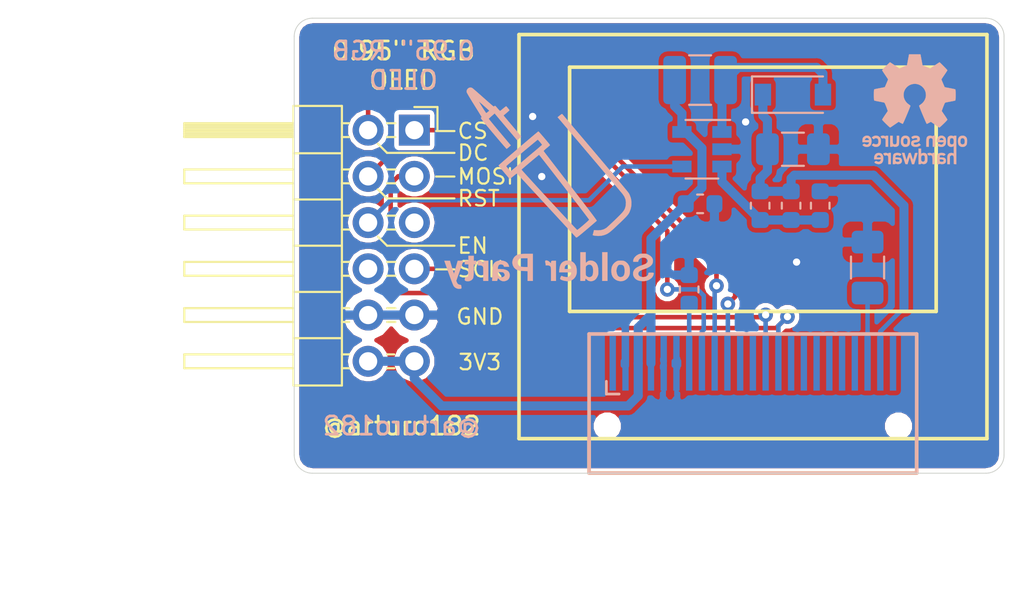
<source format=kicad_pcb>
(kicad_pcb (version 20171130) (host pcbnew "(5.1.2)-1")

  (general
    (thickness 1.6)
    (drawings 31)
    (tracks 102)
    (zones 0)
    (modules 14)
    (nets 26)
  )

  (page A4)
  (layers
    (0 F.Cu signal)
    (31 B.Cu signal)
    (32 B.Adhes user)
    (33 F.Adhes user)
    (34 B.Paste user)
    (35 F.Paste user)
    (36 B.SilkS user)
    (37 F.SilkS user)
    (38 B.Mask user)
    (39 F.Mask user)
    (40 Dwgs.User user)
    (41 Cmts.User user)
    (42 Eco1.User user)
    (43 Eco2.User user)
    (44 Edge.Cuts user)
    (45 Margin user)
    (46 B.CrtYd user)
    (47 F.CrtYd user hide)
    (48 B.Fab user hide)
    (49 F.Fab user hide)
  )

  (setup
    (last_trace_width 0.25)
    (trace_clearance 0.2)
    (zone_clearance 0.25)
    (zone_45_only no)
    (trace_min 0.2)
    (via_size 0.8)
    (via_drill 0.4)
    (via_min_size 0.4)
    (via_min_drill 0.3)
    (uvia_size 0.3)
    (uvia_drill 0.1)
    (uvias_allowed no)
    (uvia_min_size 0.2)
    (uvia_min_drill 0.1)
    (edge_width 0.05)
    (segment_width 0.2)
    (pcb_text_width 0.3)
    (pcb_text_size 1.5 1.5)
    (mod_edge_width 0.12)
    (mod_text_size 1 1)
    (mod_text_width 0.15)
    (pad_size 1.524 1.524)
    (pad_drill 0.762)
    (pad_to_mask_clearance 0.051)
    (solder_mask_min_width 0.25)
    (aux_axis_origin 0 0)
    (visible_elements 7FFFFF7F)
    (pcbplotparams
      (layerselection 0x010fc_ffffffff)
      (usegerberextensions false)
      (usegerberattributes false)
      (usegerberadvancedattributes false)
      (creategerberjobfile false)
      (excludeedgelayer true)
      (linewidth 0.100000)
      (plotframeref false)
      (viasonmask false)
      (mode 1)
      (useauxorigin false)
      (hpglpennumber 1)
      (hpglpenspeed 20)
      (hpglpendiameter 15.000000)
      (psnegative false)
      (psa4output false)
      (plotreference true)
      (plotvalue true)
      (plotinvisibletext false)
      (padsonsilk false)
      (subtractmaskfromsilk false)
      (outputformat 1)
      (mirror false)
      (drillshape 0)
      (scaleselection 1)
      (outputdirectory "gerb/"))
  )

  (net 0 "")
  (net 1 +3V3)
  (net 2 GND)
  (net 3 +15V)
  (net 4 "Net-(C2-Pad1)")
  (net 5 "Net-(C4-Pad1)")
  (net 6 "Net-(D1-Pad2)")
  (net 7 "Net-(J1-Pad10)")
  (net 8 /VDDEN)
  (net 9 /RESET)
  (net 10 /DC)
  (net 11 /SCK)
  (net 12 "Net-(J1-Pad3)")
  (net 13 /MOSI)
  (net 14 /CS)
  (net 15 "Net-(R3-Pad2)")
  (net 16 "Net-(U2-Pad23)")
  (net 17 "Net-(U2-Pad20)")
  (net 18 "Net-(U2-Pad19)")
  (net 19 "Net-(U2-Pad18)")
  (net 20 "Net-(U2-Pad17)")
  (net 21 "Net-(U2-Pad16)")
  (net 22 "Net-(U2-Pad15)")
  (net 23 "Net-(U2-Pad12)")
  (net 24 "Net-(U2-Pad11)")
  (net 25 "Net-(U2-Pad1)")

  (net_class Default "This is the default net class."
    (clearance 0.2)
    (trace_width 0.25)
    (via_dia 0.8)
    (via_drill 0.4)
    (uvia_dia 0.3)
    (uvia_drill 0.1)
    (add_net +15V)
    (add_net +3V3)
    (add_net /CS)
    (add_net /DC)
    (add_net /MOSI)
    (add_net /RESET)
    (add_net /SCK)
    (add_net /VDDEN)
    (add_net GND)
    (add_net "Net-(C2-Pad1)")
    (add_net "Net-(C4-Pad1)")
    (add_net "Net-(D1-Pad2)")
    (add_net "Net-(J1-Pad10)")
    (add_net "Net-(J1-Pad3)")
    (add_net "Net-(R3-Pad2)")
    (add_net "Net-(U2-Pad1)")
    (add_net "Net-(U2-Pad11)")
    (add_net "Net-(U2-Pad12)")
    (add_net "Net-(U2-Pad15)")
    (add_net "Net-(U2-Pad16)")
    (add_net "Net-(U2-Pad17)")
    (add_net "Net-(U2-Pad18)")
    (add_net "Net-(U2-Pad19)")
    (add_net "Net-(U2-Pad20)")
    (add_net "Net-(U2-Pad23)")
  )

  (module Display_Graphics_Extra:UG-9664HDDAG01 (layer F.Cu) (tedit 5BEC95FE) (tstamp 5CD7040A)
    (at 122.1 106.1)
    (path /5BEEAE06)
    (fp_text reference U2 (at -12.954 -22.728) (layer F.SilkS) hide
      (effects (font (size 0.77216 0.77216) (thickness 0.146304)) (justify left bottom))
    )
    (fp_text value UG-9664HDDAG01 (at -12.7 1.148) (layer F.Fab)
      (effects (font (size 0.38608 0.38608) (thickness 0.04064)) (justify left bottom))
    )
    (fp_line (start 9 0) (end 9 1.89) (layer F.SilkS) (width 0.2))
    (fp_line (start -9 0) (end -9 1.89) (layer F.SilkS) (width 0.2))
    (fp_line (start -9 1.89) (end 9 1.89) (layer F.SilkS) (width 0.2))
    (fp_line (start 10.07 -6.99) (end 10.07 -20.41) (layer F.SilkS) (width 0.2))
    (fp_line (start -10.07 -6.99) (end -10.07 -20.41) (layer F.SilkS) (width 0.2))
    (fp_line (start -10.07 -6.99) (end 10.07 -6.99) (layer F.SilkS) (width 0.2))
    (fp_line (start -10.07 -20.41) (end 10.07 -20.41) (layer F.SilkS) (width 0.2))
    (fp_line (start 12.86 0) (end 12.86 -22.2) (layer F.SilkS) (width 0.2))
    (fp_line (start -12.85 0) (end -12.85 -22.2) (layer F.SilkS) (width 0.2))
    (fp_line (start -12.85 0) (end 12.86 0) (layer F.SilkS) (width 0.2))
    (fp_line (start -12.85 -22.2) (end 12.86 -22.2) (layer F.SilkS) (width 0.2))
    (fp_line (start 9 0) (end 9 -5.75) (layer B.SilkS) (width 0.2))
    (fp_line (start 9 -5.75) (end -9 -5.75) (layer B.SilkS) (width 0.2))
    (fp_line (start -9 -5.75) (end -9 0) (layer B.SilkS) (width 0.2))
    (fp_line (start 9 0) (end 9 1.89) (layer B.SilkS) (width 0.2))
    (fp_line (start -9 1.89) (end 9 1.89) (layer B.SilkS) (width 0.2))
    (fp_line (start -9 0) (end -9 1.89) (layer B.SilkS) (width 0.2))
    (fp_line (start -8.05 -2.45) (end -7.35 -2.45) (layer B.SilkS) (width 0.15))
    (fp_line (start -8.05 -2.45) (end -8.05 -3.15) (layer B.SilkS) (width 0.15))
    (pad "" np_thru_hole circle (at 8 -0.688) (size 1 1) (drill 1) (layers *.Cu *.Mask))
    (pad "" np_thru_hole circle (at -8 -0.688) (size 1 1) (drill 1) (layers *.Cu *.Mask))
    (pad 23 smd rect (at 7.7 -4.138 180) (size 0.35 3) (layers B.Cu B.Paste B.Mask)
      (net 16 "Net-(U2-Pad23)") (solder_mask_margin 0.0762))
    (pad 22 smd rect (at 7 -4.138 180) (size 0.35 3) (layers B.Cu B.Paste B.Mask)
      (net 3 +15V) (solder_mask_margin 0.0762))
    (pad 21 smd rect (at 6.3 -4.138 180) (size 0.35 3) (layers B.Cu B.Paste B.Mask)
      (net 5 "Net-(C4-Pad1)") (solder_mask_margin 0.0762))
    (pad 20 smd rect (at 5.6 -4.138 180) (size 0.35 3) (layers B.Cu B.Paste B.Mask)
      (net 17 "Net-(U2-Pad20)") (solder_mask_margin 0.0762))
    (pad 19 smd rect (at 4.9 -4.138 180) (size 0.35 3) (layers B.Cu B.Paste B.Mask)
      (net 18 "Net-(U2-Pad19)") (solder_mask_margin 0.0762))
    (pad 18 smd rect (at 4.2 -4.138 180) (size 0.35 3) (layers B.Cu B.Paste B.Mask)
      (net 19 "Net-(U2-Pad18)") (solder_mask_margin 0.0762))
    (pad 17 smd rect (at 3.5 -4.138 180) (size 0.35 3) (layers B.Cu B.Paste B.Mask)
      (net 20 "Net-(U2-Pad17)") (solder_mask_margin 0.0762))
    (pad 16 smd rect (at 2.8 -4.138 180) (size 0.35 3) (layers B.Cu B.Paste B.Mask)
      (net 21 "Net-(U2-Pad16)") (solder_mask_margin 0.0762))
    (pad 15 smd rect (at 2.1 -4.138 180) (size 0.35 3) (layers B.Cu B.Paste B.Mask)
      (net 22 "Net-(U2-Pad15)") (solder_mask_margin 0.0762))
    (pad 14 smd rect (at 1.4 -4.138 180) (size 0.35 3) (layers B.Cu B.Paste B.Mask)
      (net 13 /MOSI) (solder_mask_margin 0.0762))
    (pad 13 smd rect (at 0.7 -4.138 180) (size 0.35 3) (layers B.Cu B.Paste B.Mask)
      (net 11 /SCK) (solder_mask_margin 0.0762))
    (pad 12 smd rect (at 0 -4.138 180) (size 0.35 3) (layers B.Cu B.Paste B.Mask)
      (net 23 "Net-(U2-Pad12)") (solder_mask_margin 0.0762))
    (pad 11 smd rect (at -0.7 -4.138 180) (size 0.35 3) (layers B.Cu B.Paste B.Mask)
      (net 24 "Net-(U2-Pad11)") (solder_mask_margin 0.0762))
    (pad 10 smd rect (at -1.4 -4.138 180) (size 0.35 3) (layers B.Cu B.Paste B.Mask)
      (net 10 /DC) (solder_mask_margin 0.0762))
    (pad 9 smd rect (at -2.1 -4.138 180) (size 0.35 3) (layers B.Cu B.Paste B.Mask)
      (net 9 /RESET) (solder_mask_margin 0.0762))
    (pad 8 smd rect (at -2.8 -4.138 180) (size 0.35 3) (layers B.Cu B.Paste B.Mask)
      (net 14 /CS) (solder_mask_margin 0.0762))
    (pad 7 smd rect (at -3.5 -4.138 180) (size 0.35 3) (layers B.Cu B.Paste B.Mask)
      (net 15 "Net-(R3-Pad2)") (solder_mask_margin 0.0762))
    (pad 6 smd rect (at -4.2 -4.138 180) (size 0.35 3) (layers B.Cu B.Paste B.Mask)
      (net 2 GND) (solder_mask_margin 0.0762))
    (pad 5 smd rect (at -4.9 -4.138 180) (size 0.35 3) (layers B.Cu B.Paste B.Mask)
      (net 2 GND) (solder_mask_margin 0.0762))
    (pad 4 smd rect (at -5.6 -4.138 180) (size 0.35 3) (layers B.Cu B.Paste B.Mask)
      (net 1 +3V3) (solder_mask_margin 0.0762))
    (pad 3 smd rect (at -6.3 -4.138 180) (size 0.35 3) (layers B.Cu B.Paste B.Mask)
      (net 1 +3V3) (solder_mask_margin 0.0762))
    (pad 2 smd rect (at -7 -4.138 180) (size 0.35 3) (layers B.Cu B.Paste B.Mask)
      (net 2 GND) (solder_mask_margin 0.0762))
    (pad 1 smd rect (at -7.7 -4.138 180) (size 0.35 3) (layers B.Cu B.Paste B.Mask)
      (net 25 "Net-(U2-Pad1)") (solder_mask_margin 0.0762))
    (model ${KIPRJMOD}/modules/packages3D/Display_Graphics.3dshapes/UG-9664HDDAG01.step
      (offset (xyz -2.5 8 0.5))
      (scale (xyz 1 1 1))
      (rotate (xyz -90 0 -90))
    )
  )

  (module Connector_PinHeader_2.54mm_Extra:PMODHeader_2x06_P2.54mm_Horizontal (layer F.Cu) (tedit 5AECF65A) (tstamp 5BEB54C0)
    (at 103.5 101.85 180)
    (descr "Through hole angled pin header, 2x06, 2.54mm pitch, 6mm pin length, double rows")
    (tags "Through hole angled pin header THT 2x06 2.54mm double row")
    (path /5BEC9E49)
    (fp_text reference J1 (at 5.655 -2.27 180) (layer F.Fab)
      (effects (font (size 1 1) (thickness 0.15)))
    )
    (fp_text value PMOD (at 5.655 14.97 180) (layer F.Fab)
      (effects (font (size 1 1) (thickness 0.15)))
    )
    (fp_line (start 4.064 -1.27) (end 6.58 -1.27) (layer F.Fab) (width 0.1))
    (fp_line (start 6.58 -1.27) (end 6.58 13.97) (layer F.Fab) (width 0.1))
    (fp_line (start 6.58 13.97) (end 4.699 13.97) (layer F.Fab) (width 0.1))
    (fp_line (start 4.064 13.335) (end 4.064 -1.27) (layer F.Fab) (width 0.1))
    (fp_line (start 4.04 13.335) (end 4.675 13.97) (layer F.Fab) (width 0.1))
    (fp_line (start -0.32 -0.32) (end 4.04 -0.32) (layer F.Fab) (width 0.1))
    (fp_line (start -0.32 -0.32) (end -0.32 0.32) (layer F.Fab) (width 0.1))
    (fp_line (start -0.32 0.32) (end 4.04 0.32) (layer F.Fab) (width 0.1))
    (fp_line (start 6.58 -0.32) (end 12.58 -0.32) (layer F.Fab) (width 0.1))
    (fp_line (start 12.58 -0.32) (end 12.58 0.32) (layer F.Fab) (width 0.1))
    (fp_line (start 6.58 0.32) (end 12.58 0.32) (layer F.Fab) (width 0.1))
    (fp_line (start -0.32 2.22) (end 4.04 2.22) (layer F.Fab) (width 0.1))
    (fp_line (start -0.32 2.22) (end -0.32 2.86) (layer F.Fab) (width 0.1))
    (fp_line (start -0.32 2.86) (end 4.04 2.86) (layer F.Fab) (width 0.1))
    (fp_line (start 6.58 2.22) (end 12.58 2.22) (layer F.Fab) (width 0.1))
    (fp_line (start 12.58 2.22) (end 12.58 2.86) (layer F.Fab) (width 0.1))
    (fp_line (start 6.58 2.86) (end 12.58 2.86) (layer F.Fab) (width 0.1))
    (fp_line (start -0.32 4.76) (end 4.04 4.76) (layer F.Fab) (width 0.1))
    (fp_line (start -0.32 4.76) (end -0.32 5.4) (layer F.Fab) (width 0.1))
    (fp_line (start -0.32 5.4) (end 4.04 5.4) (layer F.Fab) (width 0.1))
    (fp_line (start 6.58 4.76) (end 12.58 4.76) (layer F.Fab) (width 0.1))
    (fp_line (start 12.58 4.76) (end 12.58 5.4) (layer F.Fab) (width 0.1))
    (fp_line (start 6.58 5.4) (end 12.58 5.4) (layer F.Fab) (width 0.1))
    (fp_line (start -0.32 7.3) (end 4.04 7.3) (layer F.Fab) (width 0.1))
    (fp_line (start -0.32 7.3) (end -0.32 7.94) (layer F.Fab) (width 0.1))
    (fp_line (start -0.32 7.94) (end 4.04 7.94) (layer F.Fab) (width 0.1))
    (fp_line (start 6.58 7.3) (end 12.58 7.3) (layer F.Fab) (width 0.1))
    (fp_line (start 12.58 7.3) (end 12.58 7.94) (layer F.Fab) (width 0.1))
    (fp_line (start 6.58 7.94) (end 12.58 7.94) (layer F.Fab) (width 0.1))
    (fp_line (start -0.32 9.84) (end 4.04 9.84) (layer F.Fab) (width 0.1))
    (fp_line (start -0.32 9.84) (end -0.32 10.48) (layer F.Fab) (width 0.1))
    (fp_line (start -0.32 10.48) (end 4.04 10.48) (layer F.Fab) (width 0.1))
    (fp_line (start 6.58 9.84) (end 12.58 9.84) (layer F.Fab) (width 0.1))
    (fp_line (start 12.58 9.84) (end 12.58 10.48) (layer F.Fab) (width 0.1))
    (fp_line (start 6.58 10.48) (end 12.58 10.48) (layer F.Fab) (width 0.1))
    (fp_line (start -0.32 12.38) (end 4.04 12.38) (layer F.Fab) (width 0.1))
    (fp_line (start -0.32 12.38) (end -0.32 13.02) (layer F.Fab) (width 0.1))
    (fp_line (start -0.32 13.02) (end 4.04 13.02) (layer F.Fab) (width 0.1))
    (fp_line (start 6.58 12.38) (end 12.58 12.38) (layer F.Fab) (width 0.1))
    (fp_line (start 12.58 12.38) (end 12.58 13.02) (layer F.Fab) (width 0.1))
    (fp_line (start 6.58 13.02) (end 12.58 13.02) (layer F.Fab) (width 0.1))
    (fp_line (start 3.98 -1.33) (end 3.98 14.03) (layer F.SilkS) (width 0.12))
    (fp_line (start 3.98 14.03) (end 6.64 14.03) (layer F.SilkS) (width 0.12))
    (fp_line (start 6.64 14.03) (end 6.64 -1.33) (layer F.SilkS) (width 0.12))
    (fp_line (start 6.64 -1.33) (end 3.98 -1.33) (layer F.SilkS) (width 0.12))
    (fp_line (start 6.64 -0.38) (end 12.64 -0.38) (layer F.SilkS) (width 0.12))
    (fp_line (start 12.64 -0.38) (end 12.64 0.38) (layer F.SilkS) (width 0.12))
    (fp_line (start 12.64 0.38) (end 6.64 0.38) (layer F.SilkS) (width 0.12))
    (fp_line (start 6.64 12.38) (end 12.64 12.38) (layer F.SilkS) (width 0.12))
    (fp_line (start 6.64 12.5) (end 12.64 12.5) (layer F.SilkS) (width 0.12))
    (fp_line (start 6.64 12.62) (end 12.64 12.62) (layer F.SilkS) (width 0.12))
    (fp_line (start 6.64 12.74) (end 12.64 12.74) (layer F.SilkS) (width 0.12))
    (fp_line (start 6.64 12.86) (end 12.64 12.86) (layer F.SilkS) (width 0.12))
    (fp_line (start 6.64 12.98) (end 12.64 12.98) (layer F.SilkS) (width 0.12))
    (fp_line (start 3.582929 -0.38) (end 3.98 -0.38) (layer F.SilkS) (width 0.12))
    (fp_line (start 3.582929 0.38) (end 3.98 0.38) (layer F.SilkS) (width 0.12))
    (fp_line (start 1.11 -0.38) (end 1.497071 -0.38) (layer F.SilkS) (width 0.12))
    (fp_line (start 1.11 0.38) (end 1.497071 0.38) (layer F.SilkS) (width 0.12))
    (fp_line (start 3.98 1.27) (end 6.64 1.27) (layer F.SilkS) (width 0.12))
    (fp_line (start 6.64 2.16) (end 12.64 2.16) (layer F.SilkS) (width 0.12))
    (fp_line (start 12.64 2.16) (end 12.64 2.92) (layer F.SilkS) (width 0.12))
    (fp_line (start 12.64 2.92) (end 6.64 2.92) (layer F.SilkS) (width 0.12))
    (fp_line (start 3.582929 2.16) (end 3.98 2.16) (layer F.SilkS) (width 0.12))
    (fp_line (start 3.582929 2.92) (end 3.98 2.92) (layer F.SilkS) (width 0.12))
    (fp_line (start 1.042929 2.16) (end 1.497071 2.16) (layer F.SilkS) (width 0.12))
    (fp_line (start 1.042929 2.92) (end 1.497071 2.92) (layer F.SilkS) (width 0.12))
    (fp_line (start 3.98 3.81) (end 6.64 3.81) (layer F.SilkS) (width 0.12))
    (fp_line (start 6.64 4.7) (end 12.64 4.7) (layer F.SilkS) (width 0.12))
    (fp_line (start 12.64 4.7) (end 12.64 5.46) (layer F.SilkS) (width 0.12))
    (fp_line (start 12.64 5.46) (end 6.64 5.46) (layer F.SilkS) (width 0.12))
    (fp_line (start 3.582929 4.7) (end 3.98 4.7) (layer F.SilkS) (width 0.12))
    (fp_line (start 3.582929 5.46) (end 3.98 5.46) (layer F.SilkS) (width 0.12))
    (fp_line (start 1.042929 4.7) (end 1.497071 4.7) (layer F.SilkS) (width 0.12))
    (fp_line (start 1.042929 5.46) (end 1.497071 5.46) (layer F.SilkS) (width 0.12))
    (fp_line (start 3.98 6.35) (end 6.64 6.35) (layer F.SilkS) (width 0.12))
    (fp_line (start 6.64 7.24) (end 12.64 7.24) (layer F.SilkS) (width 0.12))
    (fp_line (start 12.64 7.24) (end 12.64 8) (layer F.SilkS) (width 0.12))
    (fp_line (start 12.64 8) (end 6.64 8) (layer F.SilkS) (width 0.12))
    (fp_line (start 3.582929 7.24) (end 3.98 7.24) (layer F.SilkS) (width 0.12))
    (fp_line (start 3.582929 8) (end 3.98 8) (layer F.SilkS) (width 0.12))
    (fp_line (start 1.042929 7.24) (end 1.497071 7.24) (layer F.SilkS) (width 0.12))
    (fp_line (start 1.042929 8) (end 1.497071 8) (layer F.SilkS) (width 0.12))
    (fp_line (start 3.98 8.89) (end 6.64 8.89) (layer F.SilkS) (width 0.12))
    (fp_line (start 6.64 9.78) (end 12.64 9.78) (layer F.SilkS) (width 0.12))
    (fp_line (start 12.64 9.78) (end 12.64 10.54) (layer F.SilkS) (width 0.12))
    (fp_line (start 12.64 10.54) (end 6.64 10.54) (layer F.SilkS) (width 0.12))
    (fp_line (start 3.582929 9.78) (end 3.98 9.78) (layer F.SilkS) (width 0.12))
    (fp_line (start 3.582929 10.54) (end 3.98 10.54) (layer F.SilkS) (width 0.12))
    (fp_line (start 1.042929 9.78) (end 1.497071 9.78) (layer F.SilkS) (width 0.12))
    (fp_line (start 1.042929 10.54) (end 1.497071 10.54) (layer F.SilkS) (width 0.12))
    (fp_line (start 3.98 11.43) (end 6.64 11.43) (layer F.SilkS) (width 0.12))
    (fp_line (start 6.64 12.32) (end 12.64 12.32) (layer F.SilkS) (width 0.12))
    (fp_line (start 12.64 12.32) (end 12.64 13.08) (layer F.SilkS) (width 0.12))
    (fp_line (start 12.64 13.08) (end 6.64 13.08) (layer F.SilkS) (width 0.12))
    (fp_line (start 3.582929 12.32) (end 3.98 12.32) (layer F.SilkS) (width 0.12))
    (fp_line (start 3.582929 13.08) (end 3.98 13.08) (layer F.SilkS) (width 0.12))
    (fp_line (start 1.042929 12.32) (end 1.497071 12.32) (layer F.SilkS) (width 0.12))
    (fp_line (start 1.042929 13.08) (end 1.497071 13.08) (layer F.SilkS) (width 0.12))
    (fp_line (start 0 13.97) (end -1.27 13.97) (layer F.SilkS) (width 0.12))
    (fp_line (start -1.27 13.97) (end -1.27 12.7) (layer F.SilkS) (width 0.12))
    (fp_line (start -1.8 -1.8) (end -1.8 14.5) (layer F.CrtYd) (width 0.05))
    (fp_line (start -1.8 14.5) (end 13.1 14.5) (layer F.CrtYd) (width 0.05))
    (fp_line (start 13.1 14.5) (end 13.1 -1.8) (layer F.CrtYd) (width 0.05))
    (fp_line (start 13.1 -1.8) (end -1.8 -1.8) (layer F.CrtYd) (width 0.05))
    (pad 6 thru_hole circle (at 0 0 180) (size 1.7 1.7) (drill 1) (layers *.Cu *.Mask)
      (net 1 +3V3))
    (pad 12 thru_hole oval (at 2.54 0 180) (size 1.7 1.7) (drill 1) (layers *.Cu *.Mask)
      (net 1 +3V3))
    (pad 5 thru_hole oval (at 0 2.54 180) (size 1.7 1.7) (drill 1) (layers *.Cu *.Mask)
      (net 2 GND))
    (pad 11 thru_hole oval (at 2.54 2.54 180) (size 1.7 1.7) (drill 1) (layers *.Cu *.Mask)
      (net 2 GND))
    (pad 4 thru_hole oval (at 0 5.08 180) (size 1.7 1.7) (drill 1) (layers *.Cu *.Mask)
      (net 11 /SCK))
    (pad 10 thru_hole oval (at 2.54 5.08 180) (size 1.7 1.7) (drill 1) (layers *.Cu *.Mask)
      (net 7 "Net-(J1-Pad10)"))
    (pad 3 thru_hole oval (at 0 7.62 180) (size 1.7 1.7) (drill 1) (layers *.Cu *.Mask)
      (net 12 "Net-(J1-Pad3)"))
    (pad 9 thru_hole oval (at 2.54 7.62 180) (size 1.7 1.7) (drill 1) (layers *.Cu *.Mask)
      (net 8 /VDDEN))
    (pad 2 thru_hole oval (at 0 10.16 180) (size 1.7 1.7) (drill 1) (layers *.Cu *.Mask)
      (net 13 /MOSI))
    (pad 8 thru_hole oval (at 2.54 10.16 180) (size 1.7 1.7) (drill 1) (layers *.Cu *.Mask)
      (net 9 /RESET))
    (pad 1 thru_hole rect (at 0 12.7 180) (size 1.7 1.7) (drill 1) (layers *.Cu *.Mask)
      (net 14 /CS))
    (pad 7 thru_hole circle (at 2.54 12.7 180) (size 1.7 1.7) (drill 1) (layers *.Cu *.Mask)
      (net 10 /DC))
    (model ${KISYS3DMOD}/Connector_PinHeader_2.54mm.3dshapes/PinHeader_2x06_P2.54mm_Horizontal.step
      (at (xyz 0 0 0))
      (scale (xyz 1 1 1))
      (rotate (xyz 0 0 0))
    )
  )

  (module Capacitor_SMD:C_1206_3216Metric (layer B.Cu) (tedit 5B301BBE) (tstamp 5BEB542E)
    (at 128.4 96.7 90)
    (descr "Capacitor SMD 1206 (3216 Metric), square (rectangular) end terminal, IPC_7351 nominal, (Body size source: http://www.tortai-tech.com/upload/download/2011102023233369053.pdf), generated with kicad-footprint-generator")
    (tags capacitor)
    (path /5BEF8C21)
    (attr smd)
    (fp_text reference C4 (at 0 1.82 90) (layer B.SilkS) hide
      (effects (font (size 1 1) (thickness 0.15)) (justify mirror))
    )
    (fp_text value "4.7uF 16V" (at 0 -1.82 90) (layer B.Fab)
      (effects (font (size 1 1) (thickness 0.15)) (justify mirror))
    )
    (fp_text user %R (at 0 0 90) (layer B.Fab)
      (effects (font (size 0.8 0.8) (thickness 0.12)) (justify mirror))
    )
    (fp_line (start 2.28 -1.12) (end -2.28 -1.12) (layer B.CrtYd) (width 0.05))
    (fp_line (start 2.28 1.12) (end 2.28 -1.12) (layer B.CrtYd) (width 0.05))
    (fp_line (start -2.28 1.12) (end 2.28 1.12) (layer B.CrtYd) (width 0.05))
    (fp_line (start -2.28 -1.12) (end -2.28 1.12) (layer B.CrtYd) (width 0.05))
    (fp_line (start -0.602064 -0.91) (end 0.602064 -0.91) (layer B.SilkS) (width 0.12))
    (fp_line (start -0.602064 0.91) (end 0.602064 0.91) (layer B.SilkS) (width 0.12))
    (fp_line (start 1.6 -0.8) (end -1.6 -0.8) (layer B.Fab) (width 0.1))
    (fp_line (start 1.6 0.8) (end 1.6 -0.8) (layer B.Fab) (width 0.1))
    (fp_line (start -1.6 0.8) (end 1.6 0.8) (layer B.Fab) (width 0.1))
    (fp_line (start -1.6 -0.8) (end -1.6 0.8) (layer B.Fab) (width 0.1))
    (pad 2 smd roundrect (at 1.4 0 90) (size 1.25 1.75) (layers B.Cu B.Paste B.Mask) (roundrect_rratio 0.2)
      (net 2 GND))
    (pad 1 smd roundrect (at -1.4 0 90) (size 1.25 1.75) (layers B.Cu B.Paste B.Mask) (roundrect_rratio 0.2)
      (net 5 "Net-(C4-Pad1)"))
    (model ${KISYS3DMOD}/Capacitor_SMD.3dshapes/C_1206_3216Metric.wrl
      (at (xyz 0 0 0))
      (scale (xyz 1 1 1))
      (rotate (xyz 0 0 0))
    )
  )

  (module Capacitor_SMD:C_1206_3216Metric (layer B.Cu) (tedit 5B301BBE) (tstamp 5BEB541D)
    (at 124.3 90.2)
    (descr "Capacitor SMD 1206 (3216 Metric), square (rectangular) end terminal, IPC_7351 nominal, (Body size source: http://www.tortai-tech.com/upload/download/2011102023233369053.pdf), generated with kicad-footprint-generator")
    (tags capacitor)
    (path /5BEDB372)
    (attr smd)
    (fp_text reference C3 (at 0 1.82) (layer B.SilkS) hide
      (effects (font (size 1 1) (thickness 0.15)) (justify mirror))
    )
    (fp_text value "4.7uF 16V" (at 0 -1.82) (layer B.Fab)
      (effects (font (size 1 1) (thickness 0.15)) (justify mirror))
    )
    (fp_text user %R (at 0 0) (layer B.Fab)
      (effects (font (size 0.8 0.8) (thickness 0.12)) (justify mirror))
    )
    (fp_line (start 2.28 -1.12) (end -2.28 -1.12) (layer B.CrtYd) (width 0.05))
    (fp_line (start 2.28 1.12) (end 2.28 -1.12) (layer B.CrtYd) (width 0.05))
    (fp_line (start -2.28 1.12) (end 2.28 1.12) (layer B.CrtYd) (width 0.05))
    (fp_line (start -2.28 -1.12) (end -2.28 1.12) (layer B.CrtYd) (width 0.05))
    (fp_line (start -0.602064 -0.91) (end 0.602064 -0.91) (layer B.SilkS) (width 0.12))
    (fp_line (start -0.602064 0.91) (end 0.602064 0.91) (layer B.SilkS) (width 0.12))
    (fp_line (start 1.6 -0.8) (end -1.6 -0.8) (layer B.Fab) (width 0.1))
    (fp_line (start 1.6 0.8) (end 1.6 -0.8) (layer B.Fab) (width 0.1))
    (fp_line (start -1.6 0.8) (end 1.6 0.8) (layer B.Fab) (width 0.1))
    (fp_line (start -1.6 -0.8) (end -1.6 0.8) (layer B.Fab) (width 0.1))
    (pad 2 smd roundrect (at 1.4 0) (size 1.25 1.75) (layers B.Cu B.Paste B.Mask) (roundrect_rratio 0.2)
      (net 2 GND))
    (pad 1 smd roundrect (at -1.4 0) (size 1.25 1.75) (layers B.Cu B.Paste B.Mask) (roundrect_rratio 0.2)
      (net 3 +15V))
    (model ${KISYS3DMOD}/Capacitor_SMD.3dshapes/C_1206_3216Metric.wrl
      (at (xyz 0 0 0))
      (scale (xyz 1 1 1))
      (rotate (xyz 0 0 0))
    )
  )

  (module Package_TO_SOT_SMD:SOT-23-5 (layer B.Cu) (tedit 5A02FF57) (tstamp 5BEB5519)
    (at 119.3 90.2 180)
    (descr "5-pin SOT23 package")
    (tags SOT-23-5)
    (path /5BECCF77)
    (attr smd)
    (fp_text reference U1 (at 0 2.9 180) (layer B.SilkS) hide
      (effects (font (size 1 1) (thickness 0.15)) (justify mirror))
    )
    (fp_text value LMR62014 (at 0 -2.9 180) (layer B.Fab)
      (effects (font (size 1 1) (thickness 0.15)) (justify mirror))
    )
    (fp_line (start 0.9 1.55) (end 0.9 -1.55) (layer B.Fab) (width 0.1))
    (fp_line (start 0.9 -1.55) (end -0.9 -1.55) (layer B.Fab) (width 0.1))
    (fp_line (start -0.9 0.9) (end -0.9 -1.55) (layer B.Fab) (width 0.1))
    (fp_line (start 0.9 1.55) (end -0.25 1.55) (layer B.Fab) (width 0.1))
    (fp_line (start -0.9 0.9) (end -0.25 1.55) (layer B.Fab) (width 0.1))
    (fp_line (start -1.9 -1.8) (end -1.9 1.8) (layer B.CrtYd) (width 0.05))
    (fp_line (start 1.9 -1.8) (end -1.9 -1.8) (layer B.CrtYd) (width 0.05))
    (fp_line (start 1.9 1.8) (end 1.9 -1.8) (layer B.CrtYd) (width 0.05))
    (fp_line (start -1.9 1.8) (end 1.9 1.8) (layer B.CrtYd) (width 0.05))
    (fp_line (start 0.9 1.61) (end -1.55 1.61) (layer B.SilkS) (width 0.12))
    (fp_line (start -0.9 -1.61) (end 0.9 -1.61) (layer B.SilkS) (width 0.12))
    (fp_text user %R (at 0 0 90) (layer B.Fab)
      (effects (font (size 0.5 0.5) (thickness 0.075)) (justify mirror))
    )
    (pad 5 smd rect (at 1.1 0.95 180) (size 1.06 0.65) (layers B.Cu B.Paste B.Mask)
      (net 1 +3V3))
    (pad 4 smd rect (at 1.1 -0.95 180) (size 1.06 0.65) (layers B.Cu B.Paste B.Mask)
      (net 8 /VDDEN))
    (pad 3 smd rect (at -1.1 -0.95 180) (size 1.06 0.65) (layers B.Cu B.Paste B.Mask)
      (net 4 "Net-(C2-Pad1)"))
    (pad 2 smd rect (at -1.1 0 180) (size 1.06 0.65) (layers B.Cu B.Paste B.Mask)
      (net 2 GND))
    (pad 1 smd rect (at -1.1 0.95 180) (size 1.06 0.65) (layers B.Cu B.Paste B.Mask)
      (net 6 "Net-(D1-Pad2)"))
    (model ${KISYS3DMOD}/Package_TO_SOT_SMD.3dshapes/SOT-23-5.wrl
      (at (xyz 0 0 0))
      (scale (xyz 1 1 1))
      (rotate (xyz 0 0 0))
    )
  )

  (module Capacitor_SMD:C_0603_1608Metric (layer B.Cu) (tedit 5B301BBE) (tstamp 5BEB5504)
    (at 118.6 97.9 270)
    (descr "Capacitor SMD 0603 (1608 Metric), square (rectangular) end terminal, IPC_7351 nominal, (Body size source: http://www.tortai-tech.com/upload/download/2011102023233369053.pdf), generated with kicad-footprint-generator")
    (tags capacitor)
    (path /5BEED962)
    (attr smd)
    (fp_text reference R3 (at 0 1.43 270) (layer B.SilkS) hide
      (effects (font (size 1 1) (thickness 0.15)) (justify mirror))
    )
    (fp_text value 510K (at 0 -1.43 270) (layer B.Fab)
      (effects (font (size 1 1) (thickness 0.15)) (justify mirror))
    )
    (fp_text user %R (at 0 0 270) (layer B.Fab)
      (effects (font (size 0.4 0.4) (thickness 0.06)) (justify mirror))
    )
    (fp_line (start 1.48 -0.73) (end -1.48 -0.73) (layer B.CrtYd) (width 0.05))
    (fp_line (start 1.48 0.73) (end 1.48 -0.73) (layer B.CrtYd) (width 0.05))
    (fp_line (start -1.48 0.73) (end 1.48 0.73) (layer B.CrtYd) (width 0.05))
    (fp_line (start -1.48 -0.73) (end -1.48 0.73) (layer B.CrtYd) (width 0.05))
    (fp_line (start -0.162779 -0.51) (end 0.162779 -0.51) (layer B.SilkS) (width 0.12))
    (fp_line (start -0.162779 0.51) (end 0.162779 0.51) (layer B.SilkS) (width 0.12))
    (fp_line (start 0.8 -0.4) (end -0.8 -0.4) (layer B.Fab) (width 0.1))
    (fp_line (start 0.8 0.4) (end 0.8 -0.4) (layer B.Fab) (width 0.1))
    (fp_line (start -0.8 0.4) (end 0.8 0.4) (layer B.Fab) (width 0.1))
    (fp_line (start -0.8 -0.4) (end -0.8 0.4) (layer B.Fab) (width 0.1))
    (pad 2 smd roundrect (at 0.7875 0 270) (size 0.875 0.95) (layers B.Cu B.Paste B.Mask) (roundrect_rratio 0.25)
      (net 15 "Net-(R3-Pad2)"))
    (pad 1 smd roundrect (at -0.7875 0 270) (size 0.875 0.95) (layers B.Cu B.Paste B.Mask) (roundrect_rratio 0.25)
      (net 2 GND))
    (model ${KISYS3DMOD}/Capacitor_SMD.3dshapes/C_0603_1608Metric.wrl
      (at (xyz 0 0 0))
      (scale (xyz 1 1 1))
      (rotate (xyz 0 0 0))
    )
  )

  (module Capacitor_SMD:C_0603_1608Metric (layer B.Cu) (tedit 5B301BBE) (tstamp 5BEB54F3)
    (at 125.8 93.3 270)
    (descr "Capacitor SMD 0603 (1608 Metric), square (rectangular) end terminal, IPC_7351 nominal, (Body size source: http://www.tortai-tech.com/upload/download/2011102023233369053.pdf), generated with kicad-footprint-generator")
    (tags capacitor)
    (path /5BED59DA)
    (attr smd)
    (fp_text reference R2 (at 0 1.43 270) (layer B.SilkS) hide
      (effects (font (size 1 1) (thickness 0.15)) (justify mirror))
    )
    (fp_text value 13.3k (at 0 -1.43 270) (layer B.Fab)
      (effects (font (size 1 1) (thickness 0.15)) (justify mirror))
    )
    (fp_text user %R (at 0 0 270) (layer B.Fab)
      (effects (font (size 0.4 0.4) (thickness 0.06)) (justify mirror))
    )
    (fp_line (start 1.48 -0.73) (end -1.48 -0.73) (layer B.CrtYd) (width 0.05))
    (fp_line (start 1.48 0.73) (end 1.48 -0.73) (layer B.CrtYd) (width 0.05))
    (fp_line (start -1.48 0.73) (end 1.48 0.73) (layer B.CrtYd) (width 0.05))
    (fp_line (start -1.48 -0.73) (end -1.48 0.73) (layer B.CrtYd) (width 0.05))
    (fp_line (start -0.162779 -0.51) (end 0.162779 -0.51) (layer B.SilkS) (width 0.12))
    (fp_line (start -0.162779 0.51) (end 0.162779 0.51) (layer B.SilkS) (width 0.12))
    (fp_line (start 0.8 -0.4) (end -0.8 -0.4) (layer B.Fab) (width 0.1))
    (fp_line (start 0.8 0.4) (end 0.8 -0.4) (layer B.Fab) (width 0.1))
    (fp_line (start -0.8 0.4) (end 0.8 0.4) (layer B.Fab) (width 0.1))
    (fp_line (start -0.8 -0.4) (end -0.8 0.4) (layer B.Fab) (width 0.1))
    (pad 2 smd roundrect (at 0.7875 0 270) (size 0.875 0.95) (layers B.Cu B.Paste B.Mask) (roundrect_rratio 0.25)
      (net 4 "Net-(C2-Pad1)"))
    (pad 1 smd roundrect (at -0.7875 0 270) (size 0.875 0.95) (layers B.Cu B.Paste B.Mask) (roundrect_rratio 0.25)
      (net 2 GND))
    (model ${KISYS3DMOD}/Capacitor_SMD.3dshapes/C_0603_1608Metric.wrl
      (at (xyz 0 0 0))
      (scale (xyz 1 1 1))
      (rotate (xyz 0 0 0))
    )
  )

  (module Capacitor_SMD:C_0603_1608Metric (layer B.Cu) (tedit 5B301BBE) (tstamp 5BEB54E2)
    (at 122.5 93.3 90)
    (descr "Capacitor SMD 0603 (1608 Metric), square (rectangular) end terminal, IPC_7351 nominal, (Body size source: http://www.tortai-tech.com/upload/download/2011102023233369053.pdf), generated with kicad-footprint-generator")
    (tags capacitor)
    (path /5BED5624)
    (attr smd)
    (fp_text reference R1 (at 0 1.43 90) (layer B.SilkS) hide
      (effects (font (size 1 1) (thickness 0.15)) (justify mirror))
    )
    (fp_text value 147k (at 0 -1.43 90) (layer B.Fab)
      (effects (font (size 1 1) (thickness 0.15)) (justify mirror))
    )
    (fp_text user %R (at 0 0 90) (layer B.Fab)
      (effects (font (size 0.4 0.4) (thickness 0.06)) (justify mirror))
    )
    (fp_line (start 1.48 -0.73) (end -1.48 -0.73) (layer B.CrtYd) (width 0.05))
    (fp_line (start 1.48 0.73) (end 1.48 -0.73) (layer B.CrtYd) (width 0.05))
    (fp_line (start -1.48 0.73) (end 1.48 0.73) (layer B.CrtYd) (width 0.05))
    (fp_line (start -1.48 -0.73) (end -1.48 0.73) (layer B.CrtYd) (width 0.05))
    (fp_line (start -0.162779 -0.51) (end 0.162779 -0.51) (layer B.SilkS) (width 0.12))
    (fp_line (start -0.162779 0.51) (end 0.162779 0.51) (layer B.SilkS) (width 0.12))
    (fp_line (start 0.8 -0.4) (end -0.8 -0.4) (layer B.Fab) (width 0.1))
    (fp_line (start 0.8 0.4) (end 0.8 -0.4) (layer B.Fab) (width 0.1))
    (fp_line (start -0.8 0.4) (end 0.8 0.4) (layer B.Fab) (width 0.1))
    (fp_line (start -0.8 -0.4) (end -0.8 0.4) (layer B.Fab) (width 0.1))
    (pad 2 smd roundrect (at 0.7875 0 90) (size 0.875 0.95) (layers B.Cu B.Paste B.Mask) (roundrect_rratio 0.25)
      (net 3 +15V))
    (pad 1 smd roundrect (at -0.7875 0 90) (size 0.875 0.95) (layers B.Cu B.Paste B.Mask) (roundrect_rratio 0.25)
      (net 4 "Net-(C2-Pad1)"))
    (model ${KISYS3DMOD}/Capacitor_SMD.3dshapes/C_0603_1608Metric.wrl
      (at (xyz 0 0 0))
      (scale (xyz 1 1 1))
      (rotate (xyz 0 0 0))
    )
  )

  (module Inductor_SMD:L_1210_3225Metric (layer B.Cu) (tedit 5B301BBE) (tstamp 5BEB54D1)
    (at 119.2 86.4)
    (descr "Inductor SMD 1210 (3225 Metric), square (rectangular) end terminal, IPC_7351 nominal, (Body size source: http://www.tortai-tech.com/upload/download/2011102023233369053.pdf), generated with kicad-footprint-generator")
    (tags inductor)
    (path /5BED1992)
    (attr smd)
    (fp_text reference L1 (at 0 2.28) (layer B.SilkS) hide
      (effects (font (size 1 1) (thickness 0.15)) (justify mirror))
    )
    (fp_text value "10uH, 0.48A" (at 0 -2.28) (layer B.Fab)
      (effects (font (size 1 1) (thickness 0.15)) (justify mirror))
    )
    (fp_text user %R (at 0 0) (layer B.Fab)
      (effects (font (size 0.8 0.8) (thickness 0.12)) (justify mirror))
    )
    (fp_line (start 2.28 -1.58) (end -2.28 -1.58) (layer B.CrtYd) (width 0.05))
    (fp_line (start 2.28 1.58) (end 2.28 -1.58) (layer B.CrtYd) (width 0.05))
    (fp_line (start -2.28 1.58) (end 2.28 1.58) (layer B.CrtYd) (width 0.05))
    (fp_line (start -2.28 -1.58) (end -2.28 1.58) (layer B.CrtYd) (width 0.05))
    (fp_line (start -0.602064 -1.36) (end 0.602064 -1.36) (layer B.SilkS) (width 0.12))
    (fp_line (start -0.602064 1.36) (end 0.602064 1.36) (layer B.SilkS) (width 0.12))
    (fp_line (start 1.6 -1.25) (end -1.6 -1.25) (layer B.Fab) (width 0.1))
    (fp_line (start 1.6 1.25) (end 1.6 -1.25) (layer B.Fab) (width 0.1))
    (fp_line (start -1.6 1.25) (end 1.6 1.25) (layer B.Fab) (width 0.1))
    (fp_line (start -1.6 -1.25) (end -1.6 1.25) (layer B.Fab) (width 0.1))
    (pad 2 smd roundrect (at 1.4 0) (size 1.25 2.65) (layers B.Cu B.Paste B.Mask) (roundrect_rratio 0.2)
      (net 6 "Net-(D1-Pad2)"))
    (pad 1 smd roundrect (at -1.4 0) (size 1.25 2.65) (layers B.Cu B.Paste B.Mask) (roundrect_rratio 0.2)
      (net 1 +3V3))
    (model ${KISYS3DMOD}/Inductor_SMD.3dshapes/L_1210_3225Metric.wrl
      (at (xyz 0 0 0))
      (scale (xyz 1 1 1))
      (rotate (xyz 0 0 0))
    )
  )

  (module Diode_SMD:D_SOD-123 (layer B.Cu) (tedit 58645DC7) (tstamp 5BEB5447)
    (at 124.3 87.2)
    (descr SOD-123)
    (tags SOD-123)
    (path /5BED3203)
    (attr smd)
    (fp_text reference D1 (at 0 2) (layer B.SilkS) hide
      (effects (font (size 1 1) (thickness 0.15)) (justify mirror))
    )
    (fp_text value MBR0520LT1G (at 0 -2.1) (layer B.Fab)
      (effects (font (size 1 1) (thickness 0.15)) (justify mirror))
    )
    (fp_line (start -2.25 1) (end 1.65 1) (layer B.SilkS) (width 0.12))
    (fp_line (start -2.25 -1) (end 1.65 -1) (layer B.SilkS) (width 0.12))
    (fp_line (start -2.35 1.15) (end -2.35 -1.15) (layer B.CrtYd) (width 0.05))
    (fp_line (start 2.35 -1.15) (end -2.35 -1.15) (layer B.CrtYd) (width 0.05))
    (fp_line (start 2.35 1.15) (end 2.35 -1.15) (layer B.CrtYd) (width 0.05))
    (fp_line (start -2.35 1.15) (end 2.35 1.15) (layer B.CrtYd) (width 0.05))
    (fp_line (start -1.4 0.9) (end 1.4 0.9) (layer B.Fab) (width 0.1))
    (fp_line (start 1.4 0.9) (end 1.4 -0.9) (layer B.Fab) (width 0.1))
    (fp_line (start 1.4 -0.9) (end -1.4 -0.9) (layer B.Fab) (width 0.1))
    (fp_line (start -1.4 -0.9) (end -1.4 0.9) (layer B.Fab) (width 0.1))
    (fp_line (start -0.75 0) (end -0.35 0) (layer B.Fab) (width 0.1))
    (fp_line (start -0.35 0) (end -0.35 0.55) (layer B.Fab) (width 0.1))
    (fp_line (start -0.35 0) (end -0.35 -0.55) (layer B.Fab) (width 0.1))
    (fp_line (start -0.35 0) (end 0.25 0.4) (layer B.Fab) (width 0.1))
    (fp_line (start 0.25 0.4) (end 0.25 -0.4) (layer B.Fab) (width 0.1))
    (fp_line (start 0.25 -0.4) (end -0.35 0) (layer B.Fab) (width 0.1))
    (fp_line (start 0.25 0) (end 0.75 0) (layer B.Fab) (width 0.1))
    (fp_line (start -2.25 1) (end -2.25 -1) (layer B.SilkS) (width 0.12))
    (fp_text user %R (at 0 2) (layer B.Fab)
      (effects (font (size 1 1) (thickness 0.15)) (justify mirror))
    )
    (pad 2 smd rect (at 1.65 0) (size 0.9 1.2) (layers B.Cu B.Paste B.Mask)
      (net 6 "Net-(D1-Pad2)"))
    (pad 1 smd rect (at -1.65 0) (size 0.9 1.2) (layers B.Cu B.Paste B.Mask)
      (net 3 +15V))
    (model ${KISYS3DMOD}/Diode_SMD.3dshapes/D_SOD-123.wrl
      (at (xyz 0 0 0))
      (scale (xyz 1 1 1))
      (rotate (xyz 0 0 0))
    )
  )

  (module Capacitor_SMD:C_0603_1608Metric (layer B.Cu) (tedit 5B301BBE) (tstamp 5BEB540C)
    (at 124.2 93.3 90)
    (descr "Capacitor SMD 0603 (1608 Metric), square (rectangular) end terminal, IPC_7351 nominal, (Body size source: http://www.tortai-tech.com/upload/download/2011102023233369053.pdf), generated with kicad-footprint-generator")
    (tags capacitor)
    (path /5BED9008)
    (attr smd)
    (fp_text reference C2 (at 0 1.43 90) (layer B.SilkS) hide
      (effects (font (size 1 1) (thickness 0.15)) (justify mirror))
    )
    (fp_text value 0.1uF (at 0 -1.43 90) (layer B.Fab)
      (effects (font (size 1 1) (thickness 0.15)) (justify mirror))
    )
    (fp_text user %R (at 0 0 90) (layer B.Fab)
      (effects (font (size 0.4 0.4) (thickness 0.06)) (justify mirror))
    )
    (fp_line (start 1.48 -0.73) (end -1.48 -0.73) (layer B.CrtYd) (width 0.05))
    (fp_line (start 1.48 0.73) (end 1.48 -0.73) (layer B.CrtYd) (width 0.05))
    (fp_line (start -1.48 0.73) (end 1.48 0.73) (layer B.CrtYd) (width 0.05))
    (fp_line (start -1.48 -0.73) (end -1.48 0.73) (layer B.CrtYd) (width 0.05))
    (fp_line (start -0.162779 -0.51) (end 0.162779 -0.51) (layer B.SilkS) (width 0.12))
    (fp_line (start -0.162779 0.51) (end 0.162779 0.51) (layer B.SilkS) (width 0.12))
    (fp_line (start 0.8 -0.4) (end -0.8 -0.4) (layer B.Fab) (width 0.1))
    (fp_line (start 0.8 0.4) (end 0.8 -0.4) (layer B.Fab) (width 0.1))
    (fp_line (start -0.8 0.4) (end 0.8 0.4) (layer B.Fab) (width 0.1))
    (fp_line (start -0.8 -0.4) (end -0.8 0.4) (layer B.Fab) (width 0.1))
    (pad 2 smd roundrect (at 0.7875 0 90) (size 0.875 0.95) (layers B.Cu B.Paste B.Mask) (roundrect_rratio 0.25)
      (net 3 +15V))
    (pad 1 smd roundrect (at -0.7875 0 90) (size 0.875 0.95) (layers B.Cu B.Paste B.Mask) (roundrect_rratio 0.25)
      (net 4 "Net-(C2-Pad1)"))
    (model ${KISYS3DMOD}/Capacitor_SMD.3dshapes/C_0603_1608Metric.wrl
      (at (xyz 0 0 0))
      (scale (xyz 1 1 1))
      (rotate (xyz 0 0 0))
    )
  )

  (module Capacitor_SMD:C_0603_1608Metric (layer B.Cu) (tedit 5B301BBE) (tstamp 5BEB53FB)
    (at 119.2 93.2 180)
    (descr "Capacitor SMD 0603 (1608 Metric), square (rectangular) end terminal, IPC_7351 nominal, (Body size source: http://www.tortai-tech.com/upload/download/2011102023233369053.pdf), generated with kicad-footprint-generator")
    (tags capacitor)
    (path /5BECF2ED)
    (attr smd)
    (fp_text reference C1 (at 0 1.43 180) (layer B.SilkS) hide
      (effects (font (size 1 1) (thickness 0.15)) (justify mirror))
    )
    (fp_text value 4.7uF (at 0 -1.43 180) (layer B.Fab)
      (effects (font (size 1 1) (thickness 0.15)) (justify mirror))
    )
    (fp_text user %R (at 0 0 180) (layer B.Fab)
      (effects (font (size 0.4 0.4) (thickness 0.06)) (justify mirror))
    )
    (fp_line (start 1.48 -0.73) (end -1.48 -0.73) (layer B.CrtYd) (width 0.05))
    (fp_line (start 1.48 0.73) (end 1.48 -0.73) (layer B.CrtYd) (width 0.05))
    (fp_line (start -1.48 0.73) (end 1.48 0.73) (layer B.CrtYd) (width 0.05))
    (fp_line (start -1.48 -0.73) (end -1.48 0.73) (layer B.CrtYd) (width 0.05))
    (fp_line (start -0.162779 -0.51) (end 0.162779 -0.51) (layer B.SilkS) (width 0.12))
    (fp_line (start -0.162779 0.51) (end 0.162779 0.51) (layer B.SilkS) (width 0.12))
    (fp_line (start 0.8 -0.4) (end -0.8 -0.4) (layer B.Fab) (width 0.1))
    (fp_line (start 0.8 0.4) (end 0.8 -0.4) (layer B.Fab) (width 0.1))
    (fp_line (start -0.8 0.4) (end 0.8 0.4) (layer B.Fab) (width 0.1))
    (fp_line (start -0.8 -0.4) (end -0.8 0.4) (layer B.Fab) (width 0.1))
    (pad 2 smd roundrect (at 0.7875 0 180) (size 0.875 0.95) (layers B.Cu B.Paste B.Mask) (roundrect_rratio 0.25)
      (net 1 +3V3))
    (pad 1 smd roundrect (at -0.7875 0 180) (size 0.875 0.95) (layers B.Cu B.Paste B.Mask) (roundrect_rratio 0.25)
      (net 2 GND))
    (model ${KISYS3DMOD}/Capacitor_SMD.3dshapes/C_0603_1608Metric.wrl
      (at (xyz 0 0 0))
      (scale (xyz 1 1 1))
      (rotate (xyz 0 0 0))
    )
  )

  (module Symbol:OSHW-Logo_5.7x6mm_SilkScreen (layer B.Cu) (tedit 0) (tstamp 5BECE867)
    (at 131 88 180)
    (descr "Open Source Hardware Logo")
    (tags "Logo OSHW")
    (attr virtual)
    (fp_text reference REF** (at 0 0 180) (layer B.SilkS) hide
      (effects (font (size 1 1) (thickness 0.15)) (justify mirror))
    )
    (fp_text value OSHW-Logo_5.7x6mm_SilkScreen (at 0.75 0 180) (layer B.Fab) hide
      (effects (font (size 1 1) (thickness 0.15)) (justify mirror))
    )
    (fp_poly (pts (xy 0.376964 2.709982) (xy 0.433812 2.40843) (xy 0.853338 2.235488) (xy 1.104984 2.406605)
      (xy 1.175458 2.45425) (xy 1.239163 2.49679) (xy 1.293126 2.532285) (xy 1.334373 2.55879)
      (xy 1.359934 2.574364) (xy 1.366895 2.577722) (xy 1.379435 2.569086) (xy 1.406231 2.545208)
      (xy 1.44428 2.509141) (xy 1.490579 2.463933) (xy 1.542123 2.412636) (xy 1.595909 2.358299)
      (xy 1.648935 2.303972) (xy 1.698195 2.252705) (xy 1.740687 2.207549) (xy 1.773407 2.171554)
      (xy 1.793351 2.14777) (xy 1.798119 2.13981) (xy 1.791257 2.125135) (xy 1.77202 2.092986)
      (xy 1.74243 2.046508) (xy 1.70451 1.988844) (xy 1.660282 1.92314) (xy 1.634654 1.885664)
      (xy 1.587941 1.817232) (xy 1.546432 1.75548) (xy 1.51214 1.703481) (xy 1.48708 1.664308)
      (xy 1.473264 1.641035) (xy 1.471188 1.636145) (xy 1.475895 1.622245) (xy 1.488723 1.58985)
      (xy 1.507738 1.543515) (xy 1.531003 1.487794) (xy 1.556584 1.427242) (xy 1.582545 1.366414)
      (xy 1.60695 1.309864) (xy 1.627863 1.262148) (xy 1.643349 1.227819) (xy 1.651472 1.211432)
      (xy 1.651952 1.210788) (xy 1.664707 1.207659) (xy 1.698677 1.200679) (xy 1.75034 1.190533)
      (xy 1.816176 1.177908) (xy 1.892664 1.163491) (xy 1.93729 1.155177) (xy 2.019021 1.139616)
      (xy 2.092843 1.124808) (xy 2.155021 1.111564) (xy 2.201822 1.100695) (xy 2.229509 1.093011)
      (xy 2.235074 1.090573) (xy 2.240526 1.07407) (xy 2.244924 1.0368) (xy 2.248272 0.98312)
      (xy 2.250574 0.917388) (xy 2.251832 0.843963) (xy 2.252048 0.767204) (xy 2.251227 0.691468)
      (xy 2.249371 0.621114) (xy 2.246482 0.5605) (xy 2.242565 0.513984) (xy 2.237622 0.485925)
      (xy 2.234657 0.480084) (xy 2.216934 0.473083) (xy 2.179381 0.463073) (xy 2.126964 0.451231)
      (xy 2.064652 0.438733) (xy 2.0429 0.43469) (xy 1.938024 0.41548) (xy 1.85518 0.400009)
      (xy 1.79163 0.387663) (xy 1.744637 0.377827) (xy 1.711463 0.369886) (xy 1.689371 0.363224)
      (xy 1.675624 0.357227) (xy 1.667484 0.351281) (xy 1.666345 0.350106) (xy 1.654977 0.331174)
      (xy 1.637635 0.294331) (xy 1.61605 0.244087) (xy 1.591954 0.184954) (xy 1.567079 0.121444)
      (xy 1.543157 0.058068) (xy 1.521919 -0.000662) (xy 1.505097 -0.050235) (xy 1.494422 -0.086139)
      (xy 1.491627 -0.103862) (xy 1.49186 -0.104483) (xy 1.501331 -0.11897) (xy 1.522818 -0.150844)
      (xy 1.554063 -0.196789) (xy 1.592807 -0.253485) (xy 1.636793 -0.317617) (xy 1.649319 -0.335842)
      (xy 1.693984 -0.401914) (xy 1.733288 -0.4622) (xy 1.765088 -0.513235) (xy 1.787245 -0.55156)
      (xy 1.797617 -0.573711) (xy 1.798119 -0.576432) (xy 1.789405 -0.590736) (xy 1.765325 -0.619072)
      (xy 1.728976 -0.658396) (xy 1.683453 -0.705661) (xy 1.631852 -0.757823) (xy 1.577267 -0.811835)
      (xy 1.522794 -0.864653) (xy 1.471529 -0.913231) (xy 1.426567 -0.954523) (xy 1.391004 -0.985485)
      (xy 1.367935 -1.00307) (xy 1.361554 -1.005941) (xy 1.346699 -0.999178) (xy 1.316286 -0.980939)
      (xy 1.275268 -0.954297) (xy 1.243709 -0.932852) (xy 1.186525 -0.893503) (xy 1.118806 -0.847171)
      (xy 1.05088 -0.800913) (xy 1.014361 -0.776155) (xy 0.890752 -0.692547) (xy 0.786991 -0.74865)
      (xy 0.73972 -0.773228) (xy 0.699523 -0.792331) (xy 0.672326 -0.803227) (xy 0.665402 -0.804743)
      (xy 0.657077 -0.793549) (xy 0.640654 -0.761917) (xy 0.617357 -0.712765) (xy 0.588414 -0.64901)
      (xy 0.55505 -0.573571) (xy 0.518491 -0.489364) (xy 0.479964 -0.399308) (xy 0.440694 -0.306321)
      (xy 0.401908 -0.21332) (xy 0.36483 -0.123223) (xy 0.330689 -0.038948) (xy 0.300708 0.036587)
      (xy 0.276116 0.100466) (xy 0.258136 0.149769) (xy 0.247997 0.181579) (xy 0.246366 0.192504)
      (xy 0.259291 0.206439) (xy 0.287589 0.22906) (xy 0.325346 0.255667) (xy 0.328515 0.257772)
      (xy 0.4261 0.335886) (xy 0.504786 0.427018) (xy 0.563891 0.528255) (xy 0.602732 0.636682)
      (xy 0.620628 0.749386) (xy 0.616897 0.863452) (xy 0.590857 0.975966) (xy 0.541825 1.084015)
      (xy 0.5274 1.107655) (xy 0.452369 1.203113) (xy 0.36373 1.279768) (xy 0.264549 1.33722)
      (xy 0.157895 1.375071) (xy 0.046836 1.392922) (xy -0.065561 1.390375) (xy -0.176227 1.36703)
      (xy -0.282094 1.32249) (xy -0.380095 1.256355) (xy -0.41041 1.229513) (xy -0.487562 1.145488)
      (xy -0.543782 1.057034) (xy -0.582347 0.957885) (xy -0.603826 0.859697) (xy -0.609128 0.749303)
      (xy -0.591448 0.63836) (xy -0.552581 0.530619) (xy -0.494323 0.429831) (xy -0.418469 0.339744)
      (xy -0.326817 0.264108) (xy -0.314772 0.256136) (xy -0.276611 0.230026) (xy -0.247601 0.207405)
      (xy -0.233732 0.192961) (xy -0.233531 0.192504) (xy -0.236508 0.176879) (xy -0.248311 0.141418)
      (xy -0.267714 0.089038) (xy -0.293488 0.022655) (xy -0.324409 -0.054814) (xy -0.359249 -0.14045)
      (xy -0.396783 -0.231337) (xy -0.435783 -0.324559) (xy -0.475023 -0.417197) (xy -0.513276 -0.506335)
      (xy -0.549317 -0.589055) (xy -0.581917 -0.662441) (xy -0.609852 -0.723575) (xy -0.631895 -0.769541)
      (xy -0.646818 -0.797421) (xy -0.652828 -0.804743) (xy -0.671191 -0.799041) (xy -0.705552 -0.783749)
      (xy -0.749984 -0.761599) (xy -0.774417 -0.74865) (xy -0.878178 -0.692547) (xy -1.001787 -0.776155)
      (xy -1.064886 -0.818987) (xy -1.13397 -0.866122) (xy -1.198707 -0.910503) (xy -1.231134 -0.932852)
      (xy -1.276741 -0.963477) (xy -1.31536 -0.987747) (xy -1.341952 -1.002587) (xy -1.35059 -1.005724)
      (xy -1.363161 -0.997261) (xy -1.390984 -0.973636) (xy -1.431361 -0.937302) (xy -1.481595 -0.890711)
      (xy -1.538988 -0.836317) (xy -1.575286 -0.801392) (xy -1.63879 -0.738996) (xy -1.693673 -0.683188)
      (xy -1.737714 -0.636354) (xy -1.768695 -0.600882) (xy -1.784398 -0.579161) (xy -1.785905 -0.574752)
      (xy -1.778914 -0.557985) (xy -1.759594 -0.524082) (xy -1.730091 -0.476476) (xy -1.692545 -0.418599)
      (xy -1.6491 -0.353884) (xy -1.636745 -0.335842) (xy -1.591727 -0.270267) (xy -1.55134 -0.211228)
      (xy -1.51784 -0.162042) (xy -1.493486 -0.126028) (xy -1.480536 -0.106502) (xy -1.479285 -0.104483)
      (xy -1.481156 -0.088922) (xy -1.491087 -0.054709) (xy -1.507347 -0.006355) (xy -1.528205 0.051629)
      (xy -1.551927 0.11473) (xy -1.576784 0.178437) (xy -1.601042 0.238239) (xy -1.622971 0.289624)
      (xy -1.640838 0.328081) (xy -1.652913 0.349098) (xy -1.653771 0.350106) (xy -1.661154 0.356112)
      (xy -1.673625 0.362052) (xy -1.69392 0.36854) (xy -1.724778 0.376191) (xy -1.768934 0.38562)
      (xy -1.829126 0.397441) (xy -1.908093 0.412271) (xy -2.00857 0.430723) (xy -2.030325 0.43469)
      (xy -2.094802 0.447147) (xy -2.151011 0.459334) (xy -2.193987 0.470074) (xy -2.21876 0.478191)
      (xy -2.222082 0.480084) (xy -2.227556 0.496862) (xy -2.232006 0.534355) (xy -2.235428 0.588206)
      (xy -2.237819 0.654056) (xy -2.239177 0.727547) (xy -2.239499 0.80432) (xy -2.238781 0.880017)
      (xy -2.237021 0.95028) (xy -2.234216 1.01075) (xy -2.230362 1.05707) (xy -2.225457 1.084881)
      (xy -2.2225 1.090573) (xy -2.206037 1.096314) (xy -2.168551 1.105655) (xy -2.113775 1.117785)
      (xy -2.045445 1.131893) (xy -1.967294 1.14717) (xy -1.924716 1.155177) (xy -1.843929 1.170279)
      (xy -1.771887 1.18396) (xy -1.712111 1.195533) (xy -1.668121 1.204313) (xy -1.643439 1.209613)
      (xy -1.639377 1.210788) (xy -1.632511 1.224035) (xy -1.617998 1.255943) (xy -1.597771 1.301953)
      (xy -1.573766 1.357508) (xy -1.547918 1.418047) (xy -1.52216 1.479014) (xy -1.498427 1.535849)
      (xy -1.478654 1.583994) (xy -1.464776 1.61889) (xy -1.458726 1.635979) (xy -1.458614 1.636726)
      (xy -1.465472 1.650207) (xy -1.484698 1.68123) (xy -1.514272 1.726711) (xy -1.552173 1.783568)
      (xy -1.59638 1.848717) (xy -1.622079 1.886138) (xy -1.668907 1.954753) (xy -1.710499 2.017048)
      (xy -1.744825 2.069871) (xy -1.769857 2.110073) (xy -1.783565 2.1345) (xy -1.785544 2.139976)
      (xy -1.777034 2.152722) (xy -1.753507 2.179937) (xy -1.717968 2.218572) (xy -1.673423 2.265577)
      (xy -1.622877 2.317905) (xy -1.569336 2.372505) (xy -1.515805 2.42633) (xy -1.465289 2.47633)
      (xy -1.420794 2.519457) (xy -1.385325 2.552661) (xy -1.361887 2.572894) (xy -1.354046 2.577722)
      (xy -1.34128 2.570933) (xy -1.310744 2.551858) (xy -1.26541 2.522439) (xy -1.208244 2.484619)
      (xy -1.142216 2.440339) (xy -1.09241 2.406605) (xy -0.840764 2.235488) (xy -0.631001 2.321959)
      (xy -0.421237 2.40843) (xy -0.364389 2.709982) (xy -0.30754 3.011534) (xy 0.320115 3.011534)
      (xy 0.376964 2.709982)) (layer B.SilkS) (width 0.01))
    (fp_poly (pts (xy 1.79946 -1.45803) (xy 1.842711 -1.471245) (xy 1.870558 -1.487941) (xy 1.879629 -1.501145)
      (xy 1.877132 -1.516797) (xy 1.860931 -1.541385) (xy 1.847232 -1.5588) (xy 1.818992 -1.590283)
      (xy 1.797775 -1.603529) (xy 1.779688 -1.602664) (xy 1.726035 -1.58901) (xy 1.68663 -1.58963)
      (xy 1.654632 -1.605104) (xy 1.64389 -1.614161) (xy 1.609505 -1.646027) (xy 1.609505 -2.062179)
      (xy 1.471188 -2.062179) (xy 1.471188 -1.458614) (xy 1.540347 -1.458614) (xy 1.581869 -1.460256)
      (xy 1.603291 -1.466087) (xy 1.609502 -1.477461) (xy 1.609505 -1.477798) (xy 1.612439 -1.489713)
      (xy 1.625704 -1.488159) (xy 1.644084 -1.479563) (xy 1.682046 -1.463568) (xy 1.712872 -1.453945)
      (xy 1.752536 -1.451478) (xy 1.79946 -1.45803)) (layer B.SilkS) (width 0.01))
    (fp_poly (pts (xy -0.754012 -1.469002) (xy -0.722717 -1.48395) (xy -0.692409 -1.505541) (xy -0.669318 -1.530391)
      (xy -0.6525 -1.562087) (xy -0.641006 -1.604214) (xy -0.633891 -1.660358) (xy -0.630207 -1.734106)
      (xy -0.629008 -1.829044) (xy -0.628989 -1.838985) (xy -0.628713 -2.062179) (xy -0.76703 -2.062179)
      (xy -0.76703 -1.856418) (xy -0.767128 -1.780189) (xy -0.767809 -1.724939) (xy -0.769651 -1.686501)
      (xy -0.773233 -1.660706) (xy -0.779132 -1.643384) (xy -0.787927 -1.630368) (xy -0.80018 -1.617507)
      (xy -0.843047 -1.589873) (xy -0.889843 -1.584745) (xy -0.934424 -1.602217) (xy -0.949928 -1.615221)
      (xy -0.96131 -1.627447) (xy -0.969481 -1.64054) (xy -0.974974 -1.658615) (xy -0.97832 -1.685787)
      (xy -0.980051 -1.72617) (xy -0.980697 -1.783879) (xy -0.980792 -1.854132) (xy -0.980792 -2.062179)
      (xy -1.119109 -2.062179) (xy -1.119109 -1.458614) (xy -1.04995 -1.458614) (xy -1.008428 -1.460256)
      (xy -0.987006 -1.466087) (xy -0.980795 -1.477461) (xy -0.980792 -1.477798) (xy -0.97791 -1.488938)
      (xy -0.965199 -1.487674) (xy -0.939926 -1.475434) (xy -0.882605 -1.457424) (xy -0.817037 -1.455421)
      (xy -0.754012 -1.469002)) (layer B.SilkS) (width 0.01))
    (fp_poly (pts (xy 2.677898 -1.456457) (xy 2.710096 -1.464279) (xy 2.771825 -1.492921) (xy 2.82461 -1.536667)
      (xy 2.861141 -1.589117) (xy 2.86616 -1.600893) (xy 2.873045 -1.63174) (xy 2.877864 -1.677371)
      (xy 2.879505 -1.723492) (xy 2.879505 -1.810693) (xy 2.697178 -1.810693) (xy 2.621979 -1.810978)
      (xy 2.569003 -1.812704) (xy 2.535325 -1.817181) (xy 2.51802 -1.82572) (xy 2.514163 -1.83963)
      (xy 2.520829 -1.860222) (xy 2.53277 -1.884315) (xy 2.56608 -1.924525) (xy 2.612368 -1.944558)
      (xy 2.668944 -1.943905) (xy 2.733031 -1.922101) (xy 2.788417 -1.895193) (xy 2.834375 -1.931532)
      (xy 2.880333 -1.967872) (xy 2.837096 -2.007819) (xy 2.779374 -2.045563) (xy 2.708386 -2.06832)
      (xy 2.632029 -2.074688) (xy 2.558199 -2.063268) (xy 2.546287 -2.059393) (xy 2.481399 -2.025506)
      (xy 2.43313 -1.974986) (xy 2.400465 -1.906325) (xy 2.382385 -1.818014) (xy 2.382175 -1.816121)
      (xy 2.380556 -1.719878) (xy 2.3871 -1.685542) (xy 2.514852 -1.685542) (xy 2.526584 -1.690822)
      (xy 2.558438 -1.694867) (xy 2.605397 -1.697176) (xy 2.635154 -1.697525) (xy 2.690648 -1.697306)
      (xy 2.725346 -1.695916) (xy 2.743601 -1.692251) (xy 2.749766 -1.68521) (xy 2.748195 -1.67369)
      (xy 2.746878 -1.669233) (xy 2.724382 -1.627355) (xy 2.689003 -1.593604) (xy 2.65778 -1.578773)
      (xy 2.616301 -1.579668) (xy 2.574269 -1.598164) (xy 2.539012 -1.628786) (xy 2.517854 -1.666062)
      (xy 2.514852 -1.685542) (xy 2.3871 -1.685542) (xy 2.39669 -1.635229) (xy 2.428698 -1.564191)
      (xy 2.474701 -1.508779) (xy 2.532821 -1.471009) (xy 2.60118 -1.452896) (xy 2.677898 -1.456457)) (layer B.SilkS) (width 0.01))
    (fp_poly (pts (xy 2.217226 -1.46388) (xy 2.29008 -1.49483) (xy 2.313027 -1.509895) (xy 2.342354 -1.533048)
      (xy 2.360764 -1.551253) (xy 2.363961 -1.557183) (xy 2.354935 -1.57034) (xy 2.331837 -1.592667)
      (xy 2.313344 -1.60825) (xy 2.262728 -1.648926) (xy 2.22276 -1.615295) (xy 2.191874 -1.593584)
      (xy 2.161759 -1.58609) (xy 2.127292 -1.58792) (xy 2.072561 -1.601528) (xy 2.034886 -1.629772)
      (xy 2.011991 -1.675433) (xy 2.001597 -1.741289) (xy 2.001595 -1.741331) (xy 2.002494 -1.814939)
      (xy 2.016463 -1.868946) (xy 2.044328 -1.905716) (xy 2.063325 -1.918168) (xy 2.113776 -1.933673)
      (xy 2.167663 -1.933683) (xy 2.214546 -1.918638) (xy 2.225644 -1.911287) (xy 2.253476 -1.892511)
      (xy 2.275236 -1.889434) (xy 2.298704 -1.903409) (xy 2.324649 -1.92851) (xy 2.365716 -1.97088)
      (xy 2.320121 -2.008464) (xy 2.249674 -2.050882) (xy 2.170233 -2.071785) (xy 2.087215 -2.070272)
      (xy 2.032694 -2.056411) (xy 1.96897 -2.022135) (xy 1.918005 -1.968212) (xy 1.894851 -1.930149)
      (xy 1.876099 -1.875536) (xy 1.866715 -1.806369) (xy 1.866643 -1.731407) (xy 1.875824 -1.659409)
      (xy 1.894199 -1.599137) (xy 1.897093 -1.592958) (xy 1.939952 -1.532351) (xy 1.997979 -1.488224)
      (xy 2.066591 -1.461493) (xy 2.141201 -1.453073) (xy 2.217226 -1.46388)) (layer B.SilkS) (width 0.01))
    (fp_poly (pts (xy 0.993367 -1.654342) (xy 0.994555 -1.746563) (xy 0.998897 -1.81661) (xy 1.007558 -1.867381)
      (xy 1.021704 -1.901772) (xy 1.0425 -1.922679) (xy 1.07111 -1.933) (xy 1.106535 -1.935636)
      (xy 1.143636 -1.932682) (xy 1.171818 -1.921889) (xy 1.192243 -1.90036) (xy 1.206079 -1.865199)
      (xy 1.214491 -1.81351) (xy 1.218643 -1.742394) (xy 1.219703 -1.654342) (xy 1.219703 -1.458614)
      (xy 1.35802 -1.458614) (xy 1.35802 -2.062179) (xy 1.288862 -2.062179) (xy 1.24717 -2.060489)
      (xy 1.225701 -2.054556) (xy 1.219703 -2.043293) (xy 1.216091 -2.033261) (xy 1.201714 -2.035383)
      (xy 1.172736 -2.04958) (xy 1.106319 -2.07148) (xy 1.035875 -2.069928) (xy 0.968377 -2.046147)
      (xy 0.936233 -2.027362) (xy 0.911715 -2.007022) (xy 0.893804 -1.981573) (xy 0.881479 -1.947458)
      (xy 0.873723 -1.901121) (xy 0.869516 -1.839007) (xy 0.86784 -1.757561) (xy 0.867624 -1.694578)
      (xy 0.867624 -1.458614) (xy 0.993367 -1.458614) (xy 0.993367 -1.654342)) (layer B.SilkS) (width 0.01))
    (fp_poly (pts (xy 0.610762 -1.466055) (xy 0.674363 -1.500692) (xy 0.724123 -1.555372) (xy 0.747568 -1.599842)
      (xy 0.757634 -1.639121) (xy 0.764156 -1.695116) (xy 0.766951 -1.759621) (xy 0.765836 -1.824429)
      (xy 0.760626 -1.881334) (xy 0.754541 -1.911727) (xy 0.734014 -1.953306) (xy 0.698463 -1.997468)
      (xy 0.655619 -2.036087) (xy 0.613211 -2.061034) (xy 0.612177 -2.06143) (xy 0.559553 -2.072331)
      (xy 0.497188 -2.072601) (xy 0.437924 -2.062676) (xy 0.41504 -2.054722) (xy 0.356102 -2.0213)
      (xy 0.31389 -1.977511) (xy 0.286156 -1.919538) (xy 0.270651 -1.843565) (xy 0.267143 -1.803771)
      (xy 0.26759 -1.753766) (xy 0.402376 -1.753766) (xy 0.406917 -1.826732) (xy 0.419986 -1.882334)
      (xy 0.440756 -1.917861) (xy 0.455552 -1.92802) (xy 0.493464 -1.935104) (xy 0.538527 -1.933007)
      (xy 0.577487 -1.922812) (xy 0.587704 -1.917204) (xy 0.614659 -1.884538) (xy 0.632451 -1.834545)
      (xy 0.640024 -1.773705) (xy 0.636325 -1.708497) (xy 0.628057 -1.669253) (xy 0.60432 -1.623805)
      (xy 0.566849 -1.595396) (xy 0.52172 -1.585573) (xy 0.475011 -1.595887) (xy 0.439132 -1.621112)
      (xy 0.420277 -1.641925) (xy 0.409272 -1.662439) (xy 0.404026 -1.690203) (xy 0.402449 -1.732762)
      (xy 0.402376 -1.753766) (xy 0.26759 -1.753766) (xy 0.268094 -1.69758) (xy 0.285388 -1.610501)
      (xy 0.319029 -1.54253) (xy 0.369018 -1.493664) (xy 0.435356 -1.463899) (xy 0.449601 -1.460448)
      (xy 0.53521 -1.452345) (xy 0.610762 -1.466055)) (layer B.SilkS) (width 0.01))
    (fp_poly (pts (xy 0.014017 -1.456452) (xy 0.061634 -1.465482) (xy 0.111034 -1.48437) (xy 0.116312 -1.486777)
      (xy 0.153774 -1.506476) (xy 0.179717 -1.524781) (xy 0.188103 -1.536508) (xy 0.180117 -1.555632)
      (xy 0.16072 -1.58385) (xy 0.15211 -1.594384) (xy 0.116628 -1.635847) (xy 0.070885 -1.608858)
      (xy 0.02735 -1.590878) (xy -0.02295 -1.581267) (xy -0.071188 -1.58066) (xy -0.108533 -1.589691)
      (xy -0.117495 -1.595327) (xy -0.134563 -1.621171) (xy -0.136637 -1.650941) (xy -0.123866 -1.674197)
      (xy -0.116312 -1.678708) (xy -0.093675 -1.684309) (xy -0.053885 -1.690892) (xy -0.004834 -1.697183)
      (xy 0.004215 -1.69817) (xy 0.082996 -1.711798) (xy 0.140136 -1.734946) (xy 0.17803 -1.769752)
      (xy 0.199079 -1.818354) (xy 0.205635 -1.877718) (xy 0.196577 -1.945198) (xy 0.167164 -1.998188)
      (xy 0.117278 -2.036783) (xy 0.0468 -2.061081) (xy -0.031435 -2.070667) (xy -0.095234 -2.070552)
      (xy -0.146984 -2.061845) (xy -0.182327 -2.049825) (xy -0.226983 -2.02888) (xy -0.268253 -2.004574)
      (xy -0.282921 -1.993876) (xy -0.320643 -1.963084) (xy -0.275148 -1.917049) (xy -0.229653 -1.871013)
      (xy -0.177928 -1.905243) (xy -0.126048 -1.930952) (xy -0.070649 -1.944399) (xy -0.017395 -1.945818)
      (xy 0.028049 -1.935443) (xy 0.060016 -1.913507) (xy 0.070338 -1.894998) (xy 0.068789 -1.865314)
      (xy 0.04314 -1.842615) (xy -0.00654 -1.82694) (xy -0.060969 -1.819695) (xy -0.144736 -1.805873)
      (xy -0.206967 -1.779796) (xy -0.248493 -1.740699) (xy -0.270147 -1.68782) (xy -0.273147 -1.625126)
      (xy -0.258329 -1.559642) (xy -0.224546 -1.510144) (xy -0.171495 -1.476408) (xy -0.098874 -1.458207)
      (xy -0.045072 -1.454639) (xy 0.014017 -1.456452)) (layer B.SilkS) (width 0.01))
    (fp_poly (pts (xy -1.356699 -1.472614) (xy -1.344168 -1.478514) (xy -1.300799 -1.510283) (xy -1.25979 -1.556646)
      (xy -1.229168 -1.607696) (xy -1.220459 -1.631166) (xy -1.212512 -1.673091) (xy -1.207774 -1.723757)
      (xy -1.207199 -1.744679) (xy -1.207129 -1.810693) (xy -1.587083 -1.810693) (xy -1.578983 -1.845273)
      (xy -1.559104 -1.88617) (xy -1.524347 -1.921514) (xy -1.482998 -1.944282) (xy -1.456649 -1.94901)
      (xy -1.420916 -1.943273) (xy -1.378282 -1.928882) (xy -1.363799 -1.922262) (xy -1.31024 -1.895513)
      (xy -1.264533 -1.930376) (xy -1.238158 -1.953955) (xy -1.224124 -1.973417) (xy -1.223414 -1.979129)
      (xy -1.235951 -1.992973) (xy -1.263428 -2.014012) (xy -1.288366 -2.030425) (xy -1.355664 -2.05993)
      (xy -1.43111 -2.073284) (xy -1.505888 -2.069812) (xy -1.565495 -2.051663) (xy -1.626941 -2.012784)
      (xy -1.670608 -1.961595) (xy -1.697926 -1.895367) (xy -1.710322 -1.811371) (xy -1.711421 -1.772936)
      (xy -1.707022 -1.684861) (xy -1.706482 -1.682299) (xy -1.580582 -1.682299) (xy -1.577115 -1.690558)
      (xy -1.562863 -1.695113) (xy -1.53347 -1.697065) (xy -1.484575 -1.697517) (xy -1.465748 -1.697525)
      (xy -1.408467 -1.696843) (xy -1.372141 -1.694364) (xy -1.352604 -1.689443) (xy -1.34569 -1.681434)
      (xy -1.345445 -1.678862) (xy -1.353336 -1.658423) (xy -1.373085 -1.629789) (xy -1.381575 -1.619763)
      (xy -1.413094 -1.591408) (xy -1.445949 -1.580259) (xy -1.463651 -1.579327) (xy -1.511539 -1.590981)
      (xy -1.551699 -1.622285) (xy -1.577173 -1.667752) (xy -1.577625 -1.669233) (xy -1.580582 -1.682299)
      (xy -1.706482 -1.682299) (xy -1.692392 -1.61551) (xy -1.666038 -1.560025) (xy -1.633807 -1.520639)
      (xy -1.574217 -1.477931) (xy -1.504168 -1.455109) (xy -1.429661 -1.453046) (xy -1.356699 -1.472614)) (layer B.SilkS) (width 0.01))
    (fp_poly (pts (xy -2.538261 -1.465148) (xy -2.472479 -1.494231) (xy -2.42254 -1.542793) (xy -2.388374 -1.610908)
      (xy -2.369907 -1.698651) (xy -2.368583 -1.712351) (xy -2.367546 -1.808939) (xy -2.380993 -1.893602)
      (xy -2.408108 -1.962221) (xy -2.422627 -1.984294) (xy -2.473201 -2.031011) (xy -2.537609 -2.061268)
      (xy -2.609666 -2.073824) (xy -2.683185 -2.067439) (xy -2.739072 -2.047772) (xy -2.787132 -2.014629)
      (xy -2.826412 -1.971175) (xy -2.827092 -1.970158) (xy -2.843044 -1.943338) (xy -2.85341 -1.916368)
      (xy -2.859688 -1.882332) (xy -2.863373 -1.83431) (xy -2.864997 -1.794931) (xy -2.865672 -1.759219)
      (xy -2.739955 -1.759219) (xy -2.738726 -1.79477) (xy -2.734266 -1.842094) (xy -2.726397 -1.872465)
      (xy -2.712207 -1.894072) (xy -2.698917 -1.906694) (xy -2.651802 -1.933122) (xy -2.602505 -1.936653)
      (xy -2.556593 -1.917639) (xy -2.533638 -1.896331) (xy -2.517096 -1.874859) (xy -2.507421 -1.854313)
      (xy -2.503174 -1.827574) (xy -2.50292 -1.787523) (xy -2.504228 -1.750638) (xy -2.507043 -1.697947)
      (xy -2.511505 -1.663772) (xy -2.519548 -1.64148) (xy -2.533103 -1.624442) (xy -2.543845 -1.614703)
      (xy -2.588777 -1.589123) (xy -2.637249 -1.587847) (xy -2.677894 -1.602999) (xy -2.712567 -1.634642)
      (xy -2.733224 -1.68662) (xy -2.739955 -1.759219) (xy -2.865672 -1.759219) (xy -2.866479 -1.716621)
      (xy -2.863948 -1.658056) (xy -2.856362 -1.614007) (xy -2.842681 -1.579248) (xy -2.821865 -1.548551)
      (xy -2.814147 -1.539436) (xy -2.765889 -1.494021) (xy -2.714128 -1.467493) (xy -2.650828 -1.456379)
      (xy -2.619961 -1.455471) (xy -2.538261 -1.465148)) (layer B.SilkS) (width 0.01))
    (fp_poly (pts (xy 2.032581 -2.40497) (xy 2.092685 -2.420597) (xy 2.143021 -2.452848) (xy 2.167393 -2.47694)
      (xy 2.207345 -2.533895) (xy 2.230242 -2.599965) (xy 2.238108 -2.681182) (xy 2.238148 -2.687748)
      (xy 2.238218 -2.753763) (xy 1.858264 -2.753763) (xy 1.866363 -2.788342) (xy 1.880987 -2.819659)
      (xy 1.906581 -2.852291) (xy 1.911935 -2.8575) (xy 1.957943 -2.885694) (xy 2.01041 -2.890475)
      (xy 2.070803 -2.871926) (xy 2.08104 -2.866931) (xy 2.112439 -2.851745) (xy 2.13347 -2.843094)
      (xy 2.137139 -2.842293) (xy 2.149948 -2.850063) (xy 2.174378 -2.869072) (xy 2.186779 -2.87946)
      (xy 2.212476 -2.903321) (xy 2.220915 -2.919077) (xy 2.215058 -2.933571) (xy 2.211928 -2.937534)
      (xy 2.190725 -2.954879) (xy 2.155738 -2.975959) (xy 2.131337 -2.988265) (xy 2.062072 -3.009946)
      (xy 1.985388 -3.016971) (xy 1.912765 -3.008647) (xy 1.892426 -3.002686) (xy 1.829476 -2.968952)
      (xy 1.782815 -2.917045) (xy 1.752173 -2.846459) (xy 1.737282 -2.756692) (xy 1.735647 -2.709753)
      (xy 1.740421 -2.641413) (xy 1.86099 -2.641413) (xy 1.872652 -2.646465) (xy 1.903998 -2.650429)
      (xy 1.949571 -2.652768) (xy 1.980446 -2.653169) (xy 2.035981 -2.652783) (xy 2.071033 -2.650975)
      (xy 2.090262 -2.646773) (xy 2.09833 -2.639203) (xy 2.099901 -2.628218) (xy 2.089121 -2.594381)
      (xy 2.06198 -2.56094) (xy 2.026277 -2.535272) (xy 1.99056 -2.524772) (xy 1.942048 -2.534086)
      (xy 1.900053 -2.561013) (xy 1.870936 -2.599827) (xy 1.86099 -2.641413) (xy 1.740421 -2.641413)
      (xy 1.742599 -2.610236) (xy 1.764055 -2.530949) (xy 1.80047 -2.471263) (xy 1.852297 -2.430549)
      (xy 1.91999 -2.408179) (xy 1.956662 -2.403871) (xy 2.032581 -2.40497)) (layer B.SilkS) (width 0.01))
    (fp_poly (pts (xy 1.635255 -2.401486) (xy 1.683595 -2.411015) (xy 1.711114 -2.425125) (xy 1.740064 -2.448568)
      (xy 1.698876 -2.500571) (xy 1.673482 -2.532064) (xy 1.656238 -2.547428) (xy 1.639102 -2.549776)
      (xy 1.614027 -2.542217) (xy 1.602257 -2.537941) (xy 1.55427 -2.531631) (xy 1.510324 -2.545156)
      (xy 1.47806 -2.57571) (xy 1.472819 -2.585452) (xy 1.467112 -2.611258) (xy 1.462706 -2.658817)
      (xy 1.459811 -2.724758) (xy 1.458631 -2.80571) (xy 1.458614 -2.817226) (xy 1.458614 -3.017822)
      (xy 1.320297 -3.017822) (xy 1.320297 -2.401683) (xy 1.389456 -2.401683) (xy 1.429333 -2.402725)
      (xy 1.450107 -2.407358) (xy 1.457789 -2.417849) (xy 1.458614 -2.427745) (xy 1.458614 -2.453806)
      (xy 1.491745 -2.427745) (xy 1.529735 -2.409965) (xy 1.58077 -2.401174) (xy 1.635255 -2.401486)) (layer B.SilkS) (width 0.01))
    (fp_poly (pts (xy 1.038411 -2.405417) (xy 1.091411 -2.41829) (xy 1.106731 -2.42511) (xy 1.136428 -2.442974)
      (xy 1.15922 -2.463093) (xy 1.176083 -2.488962) (xy 1.187998 -2.524073) (xy 1.195942 -2.57192)
      (xy 1.200894 -2.635996) (xy 1.203831 -2.719794) (xy 1.204947 -2.775768) (xy 1.209052 -3.017822)
      (xy 1.138932 -3.017822) (xy 1.096393 -3.016038) (xy 1.074476 -3.009942) (xy 1.068812 -2.999706)
      (xy 1.065821 -2.988637) (xy 1.052451 -2.990754) (xy 1.034233 -2.999629) (xy 0.988624 -3.013233)
      (xy 0.930007 -3.016899) (xy 0.868354 -3.010903) (xy 0.813638 -2.995521) (xy 0.80873 -2.993386)
      (xy 0.758723 -2.958255) (xy 0.725756 -2.909419) (xy 0.710587 -2.852333) (xy 0.711746 -2.831824)
      (xy 0.835508 -2.831824) (xy 0.846413 -2.859425) (xy 0.878745 -2.879204) (xy 0.93091 -2.889819)
      (xy 0.958787 -2.891228) (xy 1.005247 -2.88762) (xy 1.036129 -2.873597) (xy 1.043664 -2.866931)
      (xy 1.064076 -2.830666) (xy 1.068812 -2.797773) (xy 1.068812 -2.753763) (xy 1.007513 -2.753763)
      (xy 0.936256 -2.757395) (xy 0.886276 -2.768818) (xy 0.854696 -2.788824) (xy 0.847626 -2.797743)
      (xy 0.835508 -2.831824) (xy 0.711746 -2.831824) (xy 0.713971 -2.792456) (xy 0.736663 -2.735244)
      (xy 0.767624 -2.69658) (xy 0.786376 -2.679864) (xy 0.804733 -2.668878) (xy 0.828619 -2.66218)
      (xy 0.863957 -2.658326) (xy 0.916669 -2.655873) (xy 0.937577 -2.655168) (xy 1.068812 -2.650879)
      (xy 1.06862 -2.611158) (xy 1.063537 -2.569405) (xy 1.045162 -2.544158) (xy 1.008039 -2.52803)
      (xy 1.007043 -2.527742) (xy 0.95441 -2.5214) (xy 0.902906 -2.529684) (xy 0.86463 -2.549827)
      (xy 0.849272 -2.559773) (xy 0.83273 -2.558397) (xy 0.807275 -2.543987) (xy 0.792328 -2.533817)
      (xy 0.763091 -2.512088) (xy 0.74498 -2.4958) (xy 0.742074 -2.491137) (xy 0.75404 -2.467005)
      (xy 0.789396 -2.438185) (xy 0.804753 -2.428461) (xy 0.848901 -2.411714) (xy 0.908398 -2.402227)
      (xy 0.974487 -2.400095) (xy 1.038411 -2.405417)) (layer B.SilkS) (width 0.01))
    (fp_poly (pts (xy 0.281524 -2.404237) (xy 0.331255 -2.407971) (xy 0.461291 -2.797773) (xy 0.481678 -2.728614)
      (xy 0.493946 -2.685874) (xy 0.510085 -2.628115) (xy 0.527512 -2.564625) (xy 0.536726 -2.53057)
      (xy 0.571388 -2.401683) (xy 0.714391 -2.401683) (xy 0.671646 -2.536857) (xy 0.650596 -2.603342)
      (xy 0.625167 -2.683539) (xy 0.59861 -2.767193) (xy 0.574902 -2.841782) (xy 0.520902 -3.011535)
      (xy 0.462598 -3.015328) (xy 0.404295 -3.019122) (xy 0.372679 -2.914734) (xy 0.353182 -2.849889)
      (xy 0.331904 -2.7784) (xy 0.313308 -2.715263) (xy 0.312574 -2.71275) (xy 0.298684 -2.669969)
      (xy 0.286429 -2.640779) (xy 0.277846 -2.629741) (xy 0.276082 -2.631018) (xy 0.269891 -2.64813)
      (xy 0.258128 -2.684787) (xy 0.242225 -2.736378) (xy 0.223614 -2.798294) (xy 0.213543 -2.832352)
      (xy 0.159007 -3.017822) (xy 0.043264 -3.017822) (xy -0.049263 -2.725471) (xy -0.075256 -2.643462)
      (xy -0.098934 -2.568987) (xy -0.11918 -2.505544) (xy -0.134874 -2.456632) (xy -0.144898 -2.425749)
      (xy -0.147945 -2.416726) (xy -0.145533 -2.407487) (xy -0.126592 -2.403441) (xy -0.087177 -2.403846)
      (xy -0.081007 -2.404152) (xy -0.007914 -2.407971) (xy 0.039957 -2.58401) (xy 0.057553 -2.648211)
      (xy 0.073277 -2.704649) (xy 0.085746 -2.748422) (xy 0.093574 -2.77463) (xy 0.09502 -2.778903)
      (xy 0.101014 -2.77399) (xy 0.113101 -2.748532) (xy 0.129893 -2.705997) (xy 0.150003 -2.64985)
      (xy 0.167003 -2.59913) (xy 0.231794 -2.400504) (xy 0.281524 -2.404237)) (layer B.SilkS) (width 0.01))
    (fp_poly (pts (xy -0.201188 -3.017822) (xy -0.270346 -3.017822) (xy -0.310488 -3.016645) (xy -0.331394 -3.011772)
      (xy -0.338922 -3.001186) (xy -0.339505 -2.994029) (xy -0.340774 -2.979676) (xy -0.348779 -2.976923)
      (xy -0.369815 -2.985771) (xy -0.386173 -2.994029) (xy -0.448977 -3.013597) (xy -0.517248 -3.014729)
      (xy -0.572752 -3.000135) (xy -0.624438 -2.964877) (xy -0.663838 -2.912835) (xy -0.685413 -2.85145)
      (xy -0.685962 -2.848018) (xy -0.689167 -2.810571) (xy -0.690761 -2.756813) (xy -0.690633 -2.716155)
      (xy -0.553279 -2.716155) (xy -0.550097 -2.770194) (xy -0.542859 -2.814735) (xy -0.53306 -2.839888)
      (xy -0.495989 -2.87426) (xy -0.451974 -2.886582) (xy -0.406584 -2.876618) (xy -0.367797 -2.846895)
      (xy -0.353108 -2.826905) (xy -0.344519 -2.80305) (xy -0.340496 -2.76823) (xy -0.339505 -2.71593)
      (xy -0.341278 -2.664139) (xy -0.345963 -2.618634) (xy -0.352603 -2.588181) (xy -0.35371 -2.585452)
      (xy -0.380491 -2.553) (xy -0.419579 -2.535183) (xy -0.463315 -2.532306) (xy -0.504038 -2.544674)
      (xy -0.534087 -2.572593) (xy -0.537204 -2.578148) (xy -0.546961 -2.612022) (xy -0.552277 -2.660728)
      (xy -0.553279 -2.716155) (xy -0.690633 -2.716155) (xy -0.690568 -2.69554) (xy -0.689664 -2.662563)
      (xy -0.683514 -2.580981) (xy -0.670733 -2.51973) (xy -0.649471 -2.474449) (xy -0.617878 -2.440779)
      (xy -0.587207 -2.421014) (xy -0.544354 -2.40712) (xy -0.491056 -2.402354) (xy -0.43648 -2.406236)
      (xy -0.389792 -2.418282) (xy -0.365124 -2.432693) (xy -0.339505 -2.455878) (xy -0.339505 -2.162773)
      (xy -0.201188 -2.162773) (xy -0.201188 -3.017822)) (layer B.SilkS) (width 0.01))
    (fp_poly (pts (xy -0.993356 -2.40302) (xy -0.974539 -2.40866) (xy -0.968473 -2.421053) (xy -0.968218 -2.426647)
      (xy -0.967129 -2.44223) (xy -0.959632 -2.444676) (xy -0.939381 -2.433993) (xy -0.927351 -2.426694)
      (xy -0.8894 -2.411063) (xy -0.844072 -2.403334) (xy -0.796544 -2.40274) (xy -0.751995 -2.408513)
      (xy -0.715602 -2.419884) (xy -0.692543 -2.436088) (xy -0.687996 -2.456355) (xy -0.690291 -2.461843)
      (xy -0.70702 -2.484626) (xy -0.732963 -2.512647) (xy -0.737655 -2.517177) (xy -0.762383 -2.538005)
      (xy -0.783718 -2.544735) (xy -0.813555 -2.540038) (xy -0.825508 -2.536917) (xy -0.862705 -2.529421)
      (xy -0.888859 -2.532792) (xy -0.910946 -2.544681) (xy -0.931178 -2.560635) (xy -0.946079 -2.5807)
      (xy -0.956434 -2.608702) (xy -0.963029 -2.648467) (xy -0.966649 -2.703823) (xy -0.968078 -2.778594)
      (xy -0.968218 -2.82374) (xy -0.968218 -3.017822) (xy -1.09396 -3.017822) (xy -1.09396 -2.401683)
      (xy -1.031089 -2.401683) (xy -0.993356 -2.40302)) (layer B.SilkS) (width 0.01))
    (fp_poly (pts (xy -1.38421 -2.406555) (xy -1.325055 -2.422339) (xy -1.280023 -2.450948) (xy -1.248246 -2.488419)
      (xy -1.238366 -2.504411) (xy -1.231073 -2.521163) (xy -1.225974 -2.542592) (xy -1.222679 -2.572616)
      (xy -1.220797 -2.615154) (xy -1.219937 -2.674122) (xy -1.219707 -2.75344) (xy -1.219703 -2.774484)
      (xy -1.219703 -3.017822) (xy -1.280059 -3.017822) (xy -1.318557 -3.015126) (xy -1.347023 -3.008295)
      (xy -1.354155 -3.004083) (xy -1.373652 -2.996813) (xy -1.393566 -3.004083) (xy -1.426353 -3.01316)
      (xy -1.473978 -3.016813) (xy -1.526764 -3.015228) (xy -1.575036 -3.008589) (xy -1.603218 -3.000072)
      (xy -1.657753 -2.965063) (xy -1.691835 -2.916479) (xy -1.707157 -2.851882) (xy -1.707299 -2.850223)
      (xy -1.705955 -2.821566) (xy -1.584356 -2.821566) (xy -1.573726 -2.854161) (xy -1.55641 -2.872505)
      (xy -1.521652 -2.886379) (xy -1.475773 -2.891917) (xy -1.428988 -2.889191) (xy -1.391514 -2.878274)
      (xy -1.381015 -2.871269) (xy -1.362668 -2.838904) (xy -1.35802 -2.802111) (xy -1.35802 -2.753763)
      (xy -1.427582 -2.753763) (xy -1.493667 -2.75885) (xy -1.543764 -2.773263) (xy -1.574929 -2.795729)
      (xy -1.584356 -2.821566) (xy -1.705955 -2.821566) (xy -1.703987 -2.779647) (xy -1.68071 -2.723845)
      (xy -1.636948 -2.681647) (xy -1.630899 -2.677808) (xy -1.604907 -2.665309) (xy -1.572735 -2.65774)
      (xy -1.52776 -2.654061) (xy -1.474331 -2.653216) (xy -1.35802 -2.653169) (xy -1.35802 -2.604411)
      (xy -1.362953 -2.566581) (xy -1.375543 -2.541236) (xy -1.377017 -2.539887) (xy -1.405034 -2.5288)
      (xy -1.447326 -2.524503) (xy -1.494064 -2.526615) (xy -1.535418 -2.534756) (xy -1.559957 -2.546965)
      (xy -1.573253 -2.556746) (xy -1.587294 -2.558613) (xy -1.606671 -2.5506) (xy -1.635976 -2.530739)
      (xy -1.679803 -2.497063) (xy -1.683825 -2.493909) (xy -1.681764 -2.482236) (xy -1.664568 -2.462822)
      (xy -1.638433 -2.441248) (xy -1.609552 -2.423096) (xy -1.600478 -2.418809) (xy -1.56738 -2.410256)
      (xy -1.51888 -2.404155) (xy -1.464695 -2.401708) (xy -1.462161 -2.401703) (xy -1.38421 -2.406555)) (layer B.SilkS) (width 0.01))
    (fp_poly (pts (xy -1.908759 -1.469184) (xy -1.882247 -1.482282) (xy -1.849553 -1.505106) (xy -1.825725 -1.529996)
      (xy -1.809406 -1.561249) (xy -1.79924 -1.603166) (xy -1.793872 -1.660044) (xy -1.791944 -1.736184)
      (xy -1.791831 -1.768917) (xy -1.792161 -1.840656) (xy -1.793527 -1.891927) (xy -1.7965 -1.927404)
      (xy -1.801649 -1.951763) (xy -1.809543 -1.96968) (xy -1.817757 -1.981902) (xy -1.870187 -2.033905)
      (xy -1.93193 -2.065184) (xy -1.998536 -2.074592) (xy -2.065558 -2.06098) (xy -2.086792 -2.051354)
      (xy -2.137624 -2.024859) (xy -2.137624 -2.440052) (xy -2.100525 -2.420868) (xy -2.051643 -2.406025)
      (xy -1.991561 -2.402222) (xy -1.931564 -2.409243) (xy -1.886256 -2.425013) (xy -1.848675 -2.455047)
      (xy -1.816564 -2.498024) (xy -1.81415 -2.502436) (xy -1.803967 -2.523221) (xy -1.79653 -2.54417)
      (xy -1.791411 -2.569548) (xy -1.788181 -2.603618) (xy -1.786413 -2.650641) (xy -1.785677 -2.714882)
      (xy -1.785544 -2.787176) (xy -1.785544 -3.017822) (xy -1.923861 -3.017822) (xy -1.923861 -2.592533)
      (xy -1.962549 -2.559979) (xy -2.002738 -2.53394) (xy -2.040797 -2.529205) (xy -2.079066 -2.541389)
      (xy -2.099462 -2.55332) (xy -2.114642 -2.570313) (xy -2.125438 -2.595995) (xy -2.132683 -2.633991)
      (xy -2.137208 -2.687926) (xy -2.139844 -2.761425) (xy -2.140772 -2.810347) (xy -2.143911 -3.011535)
      (xy -2.209926 -3.015336) (xy -2.27594 -3.019136) (xy -2.27594 -1.77065) (xy -2.137624 -1.77065)
      (xy -2.134097 -1.840254) (xy -2.122215 -1.888569) (xy -2.10002 -1.918631) (xy -2.065559 -1.933471)
      (xy -2.030742 -1.936436) (xy -1.991329 -1.933028) (xy -1.965171 -1.919617) (xy -1.948814 -1.901896)
      (xy -1.935937 -1.882835) (xy -1.928272 -1.861601) (xy -1.924861 -1.831849) (xy -1.924749 -1.787236)
      (xy -1.925897 -1.74988) (xy -1.928532 -1.693604) (xy -1.932456 -1.656658) (xy -1.939063 -1.633223)
      (xy -1.949749 -1.61748) (xy -1.959833 -1.60838) (xy -2.00197 -1.588537) (xy -2.05184 -1.585332)
      (xy -2.080476 -1.592168) (xy -2.108828 -1.616464) (xy -2.127609 -1.663728) (xy -2.136712 -1.733624)
      (xy -2.137624 -1.77065) (xy -2.27594 -1.77065) (xy -2.27594 -1.458614) (xy -2.206782 -1.458614)
      (xy -2.16526 -1.460256) (xy -2.143838 -1.466087) (xy -2.137626 -1.477461) (xy -2.137624 -1.477798)
      (xy -2.134742 -1.488938) (xy -2.12203 -1.487673) (xy -2.096757 -1.475433) (xy -2.037869 -1.456707)
      (xy -1.971615 -1.454739) (xy -1.908759 -1.469184)) (layer B.SilkS) (width 0.01))
  )

  (module Symbols_Extra:SolderParty-Logo_13.5x12.6mm_SilkScreen (layer B.Cu) (tedit 0) (tstamp 5BECFF39)
    (at 110.9 92.3 180)
    (fp_text reference G*** (at 0 0 180) (layer B.SilkS) hide
      (effects (font (size 1.524 1.524) (thickness 0.3)) (justify mirror))
    )
    (fp_text value LOGO (at 0.75 0 180) (layer B.SilkS) hide
      (effects (font (size 1.524 1.524) (thickness 0.3)) (justify mirror))
    )
    (fp_poly (pts (xy 4.36365 5.48843) (xy 4.421441 5.461734) (xy 4.484631 5.405505) (xy 4.522761 5.333793)
      (xy 4.53069 5.256688) (xy 4.529666 5.249331) (xy 4.517548 5.219201) (xy 4.487218 5.161296)
      (xy 4.440238 5.078267) (xy 4.378169 4.972766) (xy 4.302572 4.847443) (xy 4.215008 4.704948)
      (xy 4.117038 4.547934) (xy 4.110463 4.537472) (xy 4.023475 4.398737) (xy 3.942796 4.269298)
      (xy 3.870426 4.152419) (xy 3.808363 4.051364) (xy 3.758605 3.969396) (xy 3.723152 3.909777)
      (xy 3.704002 3.875772) (xy 3.701143 3.869177) (xy 3.715705 3.848939) (xy 3.738353 3.835227)
      (xy 3.74438 3.829807) (xy 3.744807 3.819584) (xy 3.738032 3.80251) (xy 3.722453 3.776539)
      (xy 3.696467 3.739625) (xy 3.658472 3.689721) (xy 3.606867 3.62478) (xy 3.540048 3.542756)
      (xy 3.456414 3.441602) (xy 3.354363 3.319272) (xy 3.232292 3.173718) (xy 3.088599 3.002895)
      (xy 3.062531 2.971937) (xy 2.935386 2.821289) (xy 2.814913 2.679187) (xy 2.703175 2.54802)
      (xy 2.602232 2.430179) (xy 2.514147 2.328052) (xy 2.440982 2.24403) (xy 2.384797 2.180502)
      (xy 2.347655 2.139859) (xy 2.331618 2.124489) (xy 2.331357 2.124422) (xy 2.310131 2.135448)
      (xy 2.270307 2.165397) (xy 2.219689 2.208303) (xy 2.208415 2.218404) (xy 2.103615 2.313214)
      (xy 2.711678 3.038929) (xy 2.828266 3.178392) (xy 2.937353 3.309495) (xy 3.036789 3.429613)
      (xy 3.124426 3.536121) (xy 3.198115 3.626394) (xy 3.255707 3.697806) (xy 3.295053 3.747731)
      (xy 3.314004 3.773546) (xy 3.315406 3.776505) (xy 3.300785 3.792418) (xy 3.26423 3.826886)
      (xy 3.211305 3.874787) (xy 3.149489 3.929323) (xy 2.987907 4.070281) (xy 2.949918 4.023254)
      (xy 2.930917 4.000304) (xy 2.890963 3.952483) (xy 2.832476 3.882672) (xy 2.757876 3.793755)
      (xy 2.669583 3.688615) (xy 2.570017 3.570135) (xy 2.461599 3.441199) (xy 2.346748 3.304688)
      (xy 2.332368 3.287601) (xy 1.752807 2.598973) (xy 1.642939 2.690406) (xy 1.59125 2.735026)
      (xy 1.55263 2.77142) (xy 1.533866 2.793102) (xy 1.533072 2.795392) (xy 1.544422 2.811712)
      (xy 1.576839 2.852699) (xy 1.627869 2.915388) (xy 1.69506 2.996814) (xy 1.775961 3.094011)
      (xy 1.868118 3.204015) (xy 1.969079 3.32386) (xy 2.017693 3.381348) (xy 2.502314 3.953751)
      (xy 2.339729 4.092803) (xy 2.276226 4.148029) (xy 2.224337 4.194896) (xy 2.189499 4.228371)
      (xy 2.177143 4.243306) (xy 2.188068 4.262906) (xy 2.215988 4.300662) (xy 2.253624 4.347764)
      (xy 2.293693 4.3954) (xy 2.328915 4.434758) (xy 2.352008 4.457027) (xy 2.355397 4.459031)
      (xy 2.374714 4.450182) (xy 2.414662 4.422347) (xy 2.468536 4.380401) (xy 2.505129 4.350173)
      (xy 2.56669 4.298423) (xy 2.620325 4.253649) (xy 2.658245 4.222338) (xy 2.669422 4.213331)
      (xy 2.685114 4.206511) (xy 2.704608 4.212754) (xy 2.714212 4.220699) (xy 3.279047 4.220699)
      (xy 3.358559 4.151999) (xy 3.404013 4.115646) (xy 3.43939 4.092632) (xy 3.453848 4.08798)
      (xy 3.467889 4.104087) (xy 3.497951 4.146337) (xy 3.540894 4.210053) (xy 3.593582 4.290562)
      (xy 3.652877 4.383189) (xy 3.666605 4.404902) (xy 3.725253 4.498837) (xy 3.775663 4.581453)
      (xy 3.815172 4.648224) (xy 3.841115 4.694627) (xy 3.850829 4.716138) (xy 3.8504 4.717096)
      (xy 3.833471 4.705553) (xy 3.793779 4.673346) (xy 3.735552 4.624064) (xy 3.663016 4.561299)
      (xy 3.580399 4.488639) (xy 3.558131 4.468874) (xy 3.279047 4.220699) (xy 2.714212 4.220699)
      (xy 2.732636 4.23594) (xy 2.773929 4.279952) (xy 2.830488 4.345452) (xy 2.887969 4.412446)
      (xy 2.927361 4.455303) (xy 2.953702 4.477849) (xy 2.972031 4.483908) (xy 2.987386 4.477304)
      (xy 2.995356 4.470599) (xy 3.029384 4.450992) (xy 3.05186 4.450206) (xy 3.070132 4.464025)
      (xy 3.112428 4.499409) (xy 3.175731 4.553731) (xy 3.257021 4.624364) (xy 3.35328 4.708679)
      (xy 3.461487 4.804051) (xy 3.578626 4.907852) (xy 3.6195 4.944196) (xy 3.740437 5.051476)
      (xy 3.854752 5.152221) (xy 3.959202 5.243622) (xy 4.050544 5.322868) (xy 4.125534 5.387151)
      (xy 4.18093 5.43366) (xy 4.213488 5.459585) (xy 4.218214 5.462865) (xy 4.291374 5.493083)
      (xy 4.36365 5.48843)) (layer B.SilkS) (width 0.01))
    (fp_poly (pts (xy -0.697562 4.032162) (xy -0.663288 4.01118) (xy -0.60963 3.969911) (xy -0.591615 3.955373)
      (xy -0.47131 3.857765) (xy -0.514367 3.811204) (xy -0.53042 3.792683) (xy -0.568311 3.748331)
      (xy -0.62645 3.680025) (xy -0.703248 3.589643) (xy -0.797115 3.479062) (xy -0.906463 3.350161)
      (xy -1.029702 3.204816) (xy -1.165242 3.044907) (xy -1.311494 2.87231) (xy -1.466869 2.688904)
      (xy -1.629777 2.496566) (xy -1.798629 2.297173) (xy -1.971836 2.092605) (xy -2.147807 1.884738)
      (xy -2.324955 1.675451) (xy -2.501688 1.46662) (xy -2.676419 1.260125) (xy -2.847557 1.057842)
      (xy -3.013513 0.861649) (xy -3.172697 0.673425) (xy -3.323521 0.495047) (xy -3.464396 0.328392)
      (xy -3.59373 0.175339) (xy -3.709936 0.037765) (xy -3.811423 -0.082451) (xy -3.896603 -0.183433)
      (xy -3.963886 -0.263302) (xy -4.011682 -0.320181) (xy -4.038402 -0.352192) (xy -4.039716 -0.353786)
      (xy -4.137342 -0.497953) (xy -4.1996 -0.649905) (xy -4.226359 -0.809062) (xy -4.217489 -0.974845)
      (xy -4.199474 -1.060723) (xy -4.182543 -1.120186) (xy -4.162912 -1.174094) (xy -4.137762 -1.226022)
      (xy -4.104273 -1.279544) (xy -4.059625 -1.338236) (xy -4.000999 -1.405672) (xy -3.925573 -1.485429)
      (xy -3.830528 -1.58108) (xy -3.713044 -1.6962) (xy -3.649878 -1.757464) (xy -3.54317 -1.860086)
      (xy -3.440999 -1.9571) (xy -3.347253 -2.044908) (xy -3.265822 -2.119911) (xy -3.200592 -2.178512)
      (xy -3.155454 -2.217112) (xy -3.141661 -2.227767) (xy -3.007746 -2.301114) (xy -2.855483 -2.343606)
      (xy -2.684321 -2.355383) (xy -2.639126 -2.35358) (xy -2.471055 -2.343553) (xy -2.44252 -2.457153)
      (xy -2.425967 -2.52085) (xy -2.411473 -2.572825) (xy -2.403271 -2.598671) (xy -2.404465 -2.615403)
      (xy -2.427017 -2.628581) (xy -2.477008 -2.640984) (xy -2.508586 -2.646795) (xy -2.69602 -2.664888)
      (xy -2.875195 -2.651098) (xy -2.971769 -2.630312) (xy -3.063239 -2.603151) (xy -3.146123 -2.57037)
      (xy -3.226096 -2.528272) (xy -3.308838 -2.473158) (xy -3.400026 -2.401331) (xy -3.505339 -2.309093)
      (xy -3.601169 -2.220383) (xy -3.764192 -2.066669) (xy -3.902708 -1.935033) (xy -4.018996 -1.823073)
      (xy -4.115331 -1.728387) (xy -4.193992 -1.648572) (xy -4.257255 -1.581226) (xy -4.307398 -1.523947)
      (xy -4.346698 -1.474333) (xy -4.377431 -1.42998) (xy -4.401876 -1.388488) (xy -4.416051 -1.360714)
      (xy -4.488059 -1.172053) (xy -4.525343 -0.978671) (xy -4.52801 -0.784305) (xy -4.49617 -0.592689)
      (xy -4.429928 -0.407558) (xy -4.386173 -0.322499) (xy -4.367807 -0.296939) (xy -4.327262 -0.245341)
      (xy -4.265872 -0.1693) (xy -4.18497 -0.070415) (xy -4.085889 0.049717) (xy -3.969964 0.189497)
      (xy -3.838527 0.347328) (xy -3.692912 0.521612) (xy -3.534453 0.710751) (xy -3.364482 0.913148)
      (xy -3.184334 1.127205) (xy -2.995342 1.351324) (xy -2.798839 1.583907) (xy -2.596159 1.823357)
      (xy -2.54 1.889626) (xy -2.336793 2.129378) (xy -2.139836 2.361798) (xy -1.950423 2.585357)
      (xy -1.769846 2.79853) (xy -1.599397 2.999789) (xy -1.440368 3.187606) (xy -1.294053 3.360455)
      (xy -1.161743 3.516809) (xy -1.044732 3.65514) (xy -0.944311 3.773921) (xy -0.861773 3.871625)
      (xy -0.79841 3.946725) (xy -0.755516 3.997694) (xy -0.734382 4.023004) (xy -0.732424 4.025437)
      (xy -0.718569 4.0359) (xy -0.697562 4.032162)) (layer B.SilkS) (width 0.01))
    (fp_poly (pts (xy 0.602668 3.065872) (xy 0.645536 3.031786) (xy 0.710513 2.978511) (xy 0.795061 2.908216)
      (xy 0.89664 2.823075) (xy 1.012713 2.725257) (xy 1.140742 2.616934) (xy 1.278189 2.500277)
      (xy 1.422515 2.377457) (xy 1.571182 2.250646) (xy 1.721653 2.122015) (xy 1.871388 1.993736)
      (xy 2.017851 1.867978) (xy 2.158502 1.746914) (xy 2.290804 1.632715) (xy 2.412218 1.527551)
      (xy 2.520207 1.433595) (xy 2.612232 1.353018) (xy 2.685755 1.28799) (xy 2.738237 1.240683)
      (xy 2.767142 1.213268) (xy 2.772104 1.207193) (xy 2.759441 1.188061) (xy 2.727192 1.146299)
      (xy 2.679133 1.086408) (xy 2.619039 1.012887) (xy 2.550685 0.930236) (xy 2.477847 0.842956)
      (xy 2.4043 0.755546) (xy 2.333818 0.672507) (xy 2.270177 0.598339) (xy 2.217152 0.537542)
      (xy 2.178519 0.494616) (xy 2.158052 0.474061) (xy 2.156125 0.47293) (xy 2.138544 0.48348)
      (xy 2.098786 0.513228) (xy 2.042343 0.557899) (xy 1.974707 0.613219) (xy 1.958136 0.627008)
      (xy 1.882825 0.68943) (xy 1.830049 0.731241) (xy 1.794697 0.755328) (xy 1.771656 0.764581)
      (xy 1.755815 0.761888) (xy 1.742062 0.750138) (xy 1.741438 0.749472) (xy 1.72553 0.732294)
      (xy 1.686493 0.690074) (xy 1.625818 0.624426) (xy 1.544995 0.536962) (xy 1.445515 0.429298)
      (xy 1.32887 0.303047) (xy 1.196549 0.159821) (xy 1.050044 0.001236) (xy 0.890845 -0.171096)
      (xy 0.720443 -0.355561) (xy 0.540329 -0.550546) (xy 0.351994 -0.754436) (xy 0.156928 -0.965618)
      (xy 0.12715 -0.997857) (xy -0.068756 -1.209938) (xy -0.258137 -1.414924) (xy -0.439504 -1.611206)
      (xy -0.611367 -1.797175) (xy -0.772239 -1.971219) (xy -0.92063 -2.13173) (xy -1.055052 -2.277097)
      (xy -1.174017 -2.405711) (xy -1.276034 -2.515961) (xy -1.359616 -2.606238) (xy -1.423274 -2.674931)
      (xy -1.465519 -2.720431) (xy -1.484863 -2.741128) (xy -1.485705 -2.742002) (xy -1.494776 -2.748069)
      (xy -1.507549 -2.748492) (xy -1.526685 -2.741275) (xy -1.554843 -2.724423) (xy -1.594685 -2.695939)
      (xy -1.648871 -2.653829) (xy -1.720061 -2.596096) (xy -1.810915 -2.520745) (xy -1.924094 -2.42578)
      (xy -2.059214 -2.311778) (xy -2.179878 -2.209555) (xy -2.292057 -2.113995) (xy -2.392665 -2.027766)
      (xy -2.478614 -1.953537) (xy -2.546817 -1.893979) (xy -2.594187 -1.85176) (xy -2.617636 -1.82955)
      (xy -2.619398 -1.827438) (xy -2.614469 -1.813998) (xy -2.594069 -1.781224) (xy -2.58629 -1.769939)
      (xy -2.204357 -1.769939) (xy -2.191024 -1.789167) (xy -2.154207 -1.827061) (xy -2.09868 -1.879527)
      (xy -2.029219 -1.942469) (xy -1.950596 -2.01179) (xy -1.867586 -2.083395) (xy -1.784963 -2.15319)
      (xy -1.707501 -2.217077) (xy -1.639975 -2.270961) (xy -1.587158 -2.310748) (xy -1.553825 -2.33234)
      (xy -1.545676 -2.335005) (xy -1.530613 -2.32146) (xy -1.492481 -2.282833) (xy -1.43279 -2.220736)
      (xy -1.353049 -2.136781) (xy -1.254765 -2.032581) (xy -1.139449 -1.909749) (xy -1.008608 -1.769897)
      (xy -0.863752 -1.614638) (xy -0.706389 -1.445584) (xy -0.538029 -1.264348) (xy -0.36018 -1.072542)
      (xy -0.174351 -0.871778) (xy 0.000582 -0.68248) (xy 0.191975 -0.475016) (xy 0.376274 -0.274861)
      (xy 0.552006 -0.083635) (xy 0.717698 0.097043) (xy 0.871874 0.265551) (xy 1.013062 0.420272)
      (xy 1.139787 0.559584) (xy 1.250576 0.681867) (xy 1.343956 0.785503) (xy 1.418452 0.86887)
      (xy 1.47259 0.930349) (xy 1.504898 0.968321) (xy 1.514073 0.981099) (xy 1.497614 0.997399)
      (xy 1.457547 1.033243) (xy 1.397754 1.085356) (xy 1.322123 1.15046) (xy 1.234537 1.22528)
      (xy 1.138881 1.306539) (xy 1.03904 1.39096) (xy 0.9389 1.475267) (xy 0.842346 1.556182)
      (xy 0.753261 1.63043) (xy 0.675532 1.694733) (xy 0.613042 1.745816) (xy 0.569678 1.780401)
      (xy 0.549324 1.795212) (xy 0.548431 1.795528) (xy 0.535196 1.781362) (xy 0.50153 1.740505)
      (xy 0.449065 1.675071) (xy 0.379434 1.587177) (xy 0.29427 1.478935) (xy 0.195205 1.352463)
      (xy 0.083874 1.209874) (xy -0.038091 1.053284) (xy -0.169058 0.884807) (xy -0.307393 0.706559)
      (xy -0.451464 0.520655) (xy -0.599637 0.329209) (xy -0.75028 0.134337) (xy -0.901759 -0.061847)
      (xy -1.052442 -0.257227) (xy -1.200696 -0.449689) (xy -1.344888 -0.637116) (xy -1.483385 -0.817396)
      (xy -1.614554 -0.988412) (xy -1.736762 -1.148049) (xy -1.848377 -1.294193) (xy -1.947764 -1.424728)
      (xy -2.033293 -1.53754) (xy -2.103328 -1.630513) (xy -2.156238 -1.701533) (xy -2.19039 -1.748484)
      (xy -2.204151 -1.769252) (xy -2.204357 -1.769939) (xy -2.58629 -1.769939) (xy -2.55762 -1.728351)
      (xy -2.504547 -1.654617) (xy -2.434272 -1.559259) (xy -2.346221 -1.441513) (xy -2.239816 -1.300618)
      (xy -2.114481 -1.135809) (xy -1.96964 -0.946325) (xy -1.804716 -0.731401) (xy -1.619134 -0.490276)
      (xy -1.412317 -0.222186) (xy -1.183688 0.073632) (xy -1.170775 0.090326) (xy -0.992185 0.321287)
      (xy -0.819744 0.544463) (xy -0.654755 0.758159) (xy -0.498521 0.960679) (xy -0.352344 1.15033)
      (xy -0.217529 1.325417) (xy -0.095378 1.484245) (xy 0.012806 1.625119) (xy 0.105721 1.746345)
      (xy 0.182062 1.846229) (xy 0.240526 1.923075) (xy 0.279812 1.975188) (xy 0.298616 2.000876)
      (xy 0.300107 2.003273) (xy 0.289193 2.021452) (xy 0.254806 2.057005) (xy 0.202108 2.105018)
      (xy 0.13626 2.160577) (xy 0.127035 2.168071) (xy 0.059229 2.223957) (xy 0.002994 2.272278)
      (xy -0.036265 2.308247) (xy -0.053147 2.327076) (xy -0.053414 2.32798) (xy -0.042516 2.345767)
      (xy -0.042376 2.345951) (xy 0.382239 2.345951) (xy 0.395937 2.330953) (xy 0.433999 2.295873)
      (xy 0.492873 2.243812) (xy 0.569007 2.177871) (xy 0.658848 2.101148) (xy 0.758846 2.016744)
      (xy 0.773103 2.004786) (xy 0.89127 1.905631) (xy 1.029153 1.789747) (xy 1.178775 1.663853)
      (xy 1.332156 1.534664) (xy 1.481319 1.408897) (xy 1.618285 1.29327) (xy 1.629114 1.28412)
      (xy 1.740195 1.190532) (xy 1.842513 1.104856) (xy 1.93277 1.029812) (xy 2.007669 0.96812)
      (xy 2.063913 0.922499) (xy 2.098204 0.895669) (xy 2.107476 0.889513) (xy 2.123846 0.901981)
      (xy 2.158444 0.936015) (xy 2.205604 0.985871) (xy 2.242022 1.025949) (xy 2.297681 1.089542)
      (xy 2.33132 1.132523) (xy 2.346202 1.160311) (xy 2.345587 1.178324) (xy 2.338903 1.186913)
      (xy 2.304207 1.218038) (xy 2.246953 1.267819) (xy 2.17003 1.333835) (xy 2.07633 1.413665)
      (xy 1.968743 1.504888) (xy 1.850159 1.605084) (xy 1.723471 1.71183) (xy 1.591568 1.822706)
      (xy 1.457341 1.93529) (xy 1.323681 2.047162) (xy 1.193479 2.155901) (xy 1.069625 2.259084)
      (xy 0.955011 2.354292) (xy 0.852527 2.439103) (xy 0.765063 2.511096) (xy 0.695512 2.567849)
      (xy 0.646762 2.606942) (xy 0.621705 2.625954) (xy 0.618986 2.627405) (xy 0.599915 2.611046)
      (xy 0.565499 2.574444) (xy 0.522024 2.525071) (xy 0.475774 2.470399) (xy 0.433033 2.4179)
      (xy 0.400086 2.375044) (xy 0.383219 2.349304) (xy 0.382239 2.345951) (xy -0.042376 2.345951)
      (xy -0.011618 2.386232) (xy 0.035559 2.444995) (xy 0.095293 2.517678) (xy 0.163862 2.599901)
      (xy 0.237545 2.687283) (xy 0.31262 2.775447) (xy 0.385365 2.860011) (xy 0.45206 2.936598)
      (xy 0.508982 3.000827) (xy 0.55241 3.048318) (xy 0.578622 3.074693) (xy 0.584446 3.078597)
      (xy 0.602668 3.065872)) (layer B.SilkS) (width 0.01))
    (fp_poly (pts (xy 3.912368 -4.023892) (xy 3.924866 -4.045857) (xy 3.921216 -4.07813) (xy 3.915037 -4.132622)
      (xy 3.909954 -4.177393) (xy 3.898104 -4.281714) (xy 3.798799 -4.281714) (xy 3.73408 -4.285078)
      (xy 3.691224 -4.298066) (xy 3.65619 -4.325025) (xy 3.654961 -4.326247) (xy 3.640174 -4.341825)
      (xy 3.629086 -4.358331) (xy 3.621166 -4.380864) (xy 3.615881 -4.414526) (xy 3.612697 -4.464416)
      (xy 3.611082 -4.535637) (xy 3.610504 -4.633288) (xy 3.610429 -4.752604) (xy 3.610429 -5.134429)
      (xy 3.338286 -5.134429) (xy 3.338286 -4.027714) (xy 3.46317 -4.027714) (xy 3.535741 -4.030199)
      (xy 3.579434 -4.041794) (xy 3.60154 -4.068706) (xy 3.609349 -4.117146) (xy 3.610181 -4.152901)
      (xy 3.612361 -4.17577) (xy 3.621923 -4.175646) (xy 3.64397 -4.149745) (xy 3.662742 -4.124228)
      (xy 3.705801 -4.075698) (xy 3.752808 -4.038289) (xy 3.769649 -4.029398) (xy 3.824359 -4.014498)
      (xy 3.875401 -4.013031) (xy 3.912368 -4.023892)) (layer B.SilkS) (width 0.01))
    (fp_poly (pts (xy 1.364497 -3.648914) (xy 1.50361 -3.656318) (xy 1.616215 -3.670134) (xy 1.70709 -3.691569)
      (xy 1.781014 -3.721829) (xy 1.842765 -3.762123) (xy 1.89712 -3.813657) (xy 1.909209 -3.82738)
      (xy 1.974362 -3.929383) (xy 2.009335 -4.042969) (xy 2.014202 -4.160822) (xy 1.989039 -4.275628)
      (xy 1.933919 -4.380073) (xy 1.903207 -4.41763) (xy 1.838733 -4.478443) (xy 1.769072 -4.523105)
      (xy 1.687124 -4.554052) (xy 1.585788 -4.573717) (xy 1.457966 -4.584534) (xy 1.410607 -4.586515)
      (xy 1.179286 -4.594433) (xy 1.179286 -5.134429) (xy 0.889 -5.134429) (xy 0.889 -3.882572)
      (xy 1.179286 -3.882572) (xy 1.179286 -4.372429) (xy 1.328964 -4.371996) (xy 1.410153 -4.3697)
      (xy 1.487127 -4.364032) (xy 1.544994 -4.356145) (xy 1.551214 -4.354816) (xy 1.62392 -4.323436)
      (xy 1.673679 -4.282391) (xy 1.710546 -4.21816) (xy 1.724718 -4.140871) (xy 1.717956 -4.060252)
      (xy 1.692024 -3.98603) (xy 1.648682 -3.92793) (xy 1.604454 -3.900262) (xy 1.566978 -3.89279)
      (xy 1.503412 -3.886879) (xy 1.423943 -3.883294) (xy 1.368605 -3.882572) (xy 1.179286 -3.882572)
      (xy 0.889 -3.882572) (xy 0.889 -3.646714) (xy 1.194097 -3.646714) (xy 1.364497 -3.648914)) (layer B.SilkS) (width 0.01))
    (fp_poly (pts (xy 0.203594 -4.027201) (xy 0.211003 -4.062839) (xy 0.210079 -4.068137) (xy 0.202551 -4.111243)
      (xy 0.193665 -4.171083) (xy 0.190379 -4.195536) (xy 0.179205 -4.281714) (xy 0.079665 -4.281714)
      (xy 0.016815 -4.284612) (xy -0.024001 -4.296415) (xy -0.056784 -4.321792) (xy -0.064366 -4.329721)
      (xy -0.079202 -4.346585) (xy -0.090307 -4.3642) (xy -0.098224 -4.38774) (xy -0.10349 -4.422379)
      (xy -0.106647 -4.473291) (xy -0.108233 -4.545651) (xy -0.10879 -4.644634) (xy -0.108857 -4.756078)
      (xy -0.108857 -5.134429) (xy -0.381 -5.134429) (xy -0.381 -4.027714) (xy -0.255941 -4.027714)
      (xy -0.183068 -4.029931) (xy -0.139168 -4.039988) (xy -0.11703 -4.062999) (xy -0.109446 -4.104075)
      (xy -0.108857 -4.132003) (xy -0.107521 -4.157192) (xy -0.099555 -4.162539) (xy -0.079019 -4.145686)
      (xy -0.040574 -4.104931) (xy 0.01303 -4.058616) (xy 0.071103 -4.02668) (xy 0.12679 -4.010128)
      (xy 0.173239 -4.009966) (xy 0.203594 -4.027201)) (layer B.SilkS) (width 0.01))
    (fp_poly (pts (xy -2.921 -5.134429) (xy -3.211286 -5.134429) (xy -3.211286 -3.556) (xy -2.921 -3.556)
      (xy -2.921 -5.134429)) (layer B.SilkS) (width 0.01))
    (fp_poly (pts (xy 4.426857 -4.027714) (xy 4.626429 -4.027714) (xy 4.626429 -4.227286) (xy 4.424567 -4.227286)
      (xy 4.430248 -4.552996) (xy 4.433521 -4.685539) (xy 4.438238 -4.784344) (xy 4.444603 -4.851934)
      (xy 4.452821 -4.890836) (xy 4.458607 -4.901339) (xy 4.491345 -4.916846) (xy 4.540237 -4.923927)
      (xy 4.544218 -4.923971) (xy 4.583888 -4.926488) (xy 4.60422 -4.9407) (xy 4.614796 -4.976597)
      (xy 4.618816 -5.001763) (xy 4.623993 -5.055684) (xy 4.622839 -5.096509) (xy 4.620943 -5.104412)
      (xy 4.594542 -5.127756) (xy 4.542891 -5.143313) (xy 4.476424 -5.149884) (xy 4.405573 -5.14627)
      (xy 4.352718 -5.135232) (xy 4.261341 -5.090694) (xy 4.195292 -5.020746) (xy 4.17956 -4.992759)
      (xy 4.167626 -4.962844) (xy 4.158531 -4.924779) (xy 4.151741 -4.872955) (xy 4.146718 -4.801761)
      (xy 4.142928 -4.705591) (xy 4.139833 -4.578833) (xy 4.139787 -4.576536) (xy 4.132723 -4.227286)
      (xy 3.991429 -4.227286) (xy 3.991429 -4.027714) (xy 4.136572 -4.027714) (xy 4.136572 -3.755572)
      (xy 4.426857 -3.755572) (xy 4.426857 -4.027714)) (layer B.SilkS) (width 0.01))
    (fp_poly (pts (xy 2.803548 -4.031431) (xy 2.911589 -4.074376) (xy 2.998823 -4.140472) (xy 3.055304 -4.218214)
      (xy 3.068063 -4.245938) (xy 3.077924 -4.277372) (xy 3.085454 -4.317939) (xy 3.091219 -4.373063)
      (xy 3.095785 -4.448167) (xy 3.099719 -4.548675) (xy 3.103586 -4.680012) (xy 3.103609 -4.680857)
      (xy 3.107376 -4.797835) (xy 3.111926 -4.903789) (xy 3.116917 -4.992899) (xy 3.122006 -5.059344)
      (xy 3.126853 -5.097305) (xy 3.128381 -5.102679) (xy 3.132188 -5.118469) (xy 3.121882 -5.12796)
      (xy 3.09101 -5.132721) (xy 3.033122 -5.134321) (xy 2.997871 -5.134429) (xy 2.853145 -5.134429)
      (xy 2.807011 -4.969655) (xy 2.748087 -5.033985) (xy 2.660706 -5.106108) (xy 2.5622 -5.143724)
      (xy 2.452383 -5.146884) (xy 2.378885 -5.131661) (xy 2.282386 -5.088114) (xy 2.213469 -5.021029)
      (xy 2.172291 -4.930629) (xy 2.159 -4.820334) (xy 2.16286 -4.794069) (xy 2.435113 -4.794069)
      (xy 2.438257 -4.83956) (xy 2.469348 -4.883846) (xy 2.475676 -4.890325) (xy 2.53541 -4.925985)
      (xy 2.609746 -4.934373) (xy 2.688487 -4.914709) (xy 2.703086 -4.907747) (xy 2.768838 -4.857518)
      (xy 2.804252 -4.788899) (xy 2.812143 -4.722177) (xy 2.812143 -4.644571) (xy 2.68395 -4.644571)
      (xy 2.596198 -4.647837) (xy 2.535972 -4.659865) (xy 2.494916 -4.684005) (xy 2.464678 -4.723605)
      (xy 2.458545 -4.734923) (xy 2.435113 -4.794069) (xy 2.16286 -4.794069) (xy 2.174438 -4.715288)
      (xy 2.220501 -4.629345) (xy 2.296815 -4.562752) (xy 2.403007 -4.515752) (xy 2.538703 -4.488591)
      (xy 2.676965 -4.481286) (xy 2.812143 -4.481286) (xy 2.812143 -4.416885) (xy 2.802803 -4.350212)
      (xy 2.778608 -4.289701) (xy 2.745293 -4.247757) (xy 2.729687 -4.238556) (xy 2.693537 -4.231425)
      (xy 2.639633 -4.227531) (xy 2.622971 -4.227286) (xy 2.553364 -4.238728) (xy 2.505652 -4.270256)
      (xy 2.485799 -4.317673) (xy 2.485572 -4.323964) (xy 2.480616 -4.339184) (xy 2.461138 -4.348358)
      (xy 2.42022 -4.352911) (xy 2.350946 -4.354269) (xy 2.338462 -4.354286) (xy 2.191352 -4.354286)
      (xy 2.203651 -4.304393) (xy 2.246446 -4.202229) (xy 2.318403 -4.120277) (xy 2.417492 -4.060204)
      (xy 2.541685 -4.02368) (xy 2.545825 -4.022958) (xy 2.679894 -4.013628) (xy 2.803548 -4.031431)) (layer B.SilkS) (width 0.01))
    (fp_poly (pts (xy -0.937781 -4.0214) (xy -0.881994 -4.035256) (xy -0.773318 -4.082813) (xy -0.688803 -4.153803)
      (xy -0.627189 -4.250116) (xy -0.587214 -4.373641) (xy -0.569114 -4.503964) (xy -0.557075 -4.662714)
      (xy -1.236597 -4.662714) (xy -1.224097 -4.721679) (xy -1.190773 -4.8055) (xy -1.13387 -4.872567)
      (xy -1.061239 -4.914005) (xy -1.05131 -4.916977) (xy -0.972518 -4.925789) (xy -0.878724 -4.918197)
      (xy -0.786078 -4.896396) (xy -0.729236 -4.873178) (xy -0.697998 -4.858785) (xy -0.677927 -4.860681)
      (xy -0.659676 -4.884527) (xy -0.637398 -4.928775) (xy -0.615113 -4.982003) (xy -0.612399 -5.019725)
      (xy -0.633334 -5.048643) (xy -0.681999 -5.075456) (xy -0.740952 -5.098892) (xy -0.853948 -5.129895)
      (xy -0.975697 -5.144567) (xy -1.091689 -5.141897) (xy -1.164398 -5.128415) (xy -1.277484 -5.07842)
      (xy -1.375676 -4.999938) (xy -1.452608 -4.899752) (xy -1.501912 -4.784644) (xy -1.507301 -4.763134)
      (xy -1.521361 -4.656364) (xy -1.521026 -4.538378) (xy -1.512485 -4.46585) (xy -1.233714 -4.46585)
      (xy -1.216823 -4.472187) (xy -1.171147 -4.477262) (xy -1.104179 -4.48047) (xy -1.043214 -4.481286)
      (xy -0.852714 -4.481286) (xy -0.852714 -4.425956) (xy -0.867113 -4.349426) (xy -0.90541 -4.289394)
      (xy -0.960251 -4.249201) (xy -1.024286 -4.232187) (xy -1.09016 -4.24169) (xy -1.150523 -4.28105)
      (xy -1.156909 -4.287785) (xy -1.18529 -4.330207) (xy -1.212158 -4.387054) (xy -1.230187 -4.441339)
      (xy -1.233714 -4.46585) (xy -1.512485 -4.46585) (xy -1.507408 -4.422738) (xy -1.481617 -4.323007)
      (xy -1.468675 -4.291719) (xy -1.39629 -4.178095) (xy -1.302897 -4.092454) (xy -1.192607 -4.036594)
      (xy -1.069532 -4.01231) (xy -0.937781 -4.0214)) (layer B.SilkS) (width 0.01))
    (fp_poly (pts (xy -1.723571 -5.134429) (xy -1.975927 -5.134429) (xy -1.98784 -5.070929) (xy -1.998861 -5.029093)
      (xy -2.010623 -5.008028) (xy -2.012482 -5.007429) (xy -2.031865 -5.019383) (xy -2.064967 -5.04929)
      (xy -2.077467 -5.061972) (xy -2.157 -5.119817) (xy -2.253468 -5.146968) (xy -2.363343 -5.142696)
      (xy -2.413 -5.131255) (xy -2.506055 -5.089047) (xy -2.583064 -5.018394) (xy -2.647332 -4.916147)
      (xy -2.654791 -4.900654) (xy -2.681 -4.841489) (xy -2.697373 -4.79213) (xy -2.706075 -4.740607)
      (xy -2.70927 -4.674948) (xy -2.709275 -4.599327) (xy -2.70868 -4.590143) (xy -2.421438 -4.590143)
      (xy -2.417136 -4.704797) (xy -2.401878 -4.789645) (xy -2.373586 -4.850063) (xy -2.330181 -4.891428)
      (xy -2.298433 -4.908302) (xy -2.254583 -4.926589) (xy -2.225211 -4.932921) (xy -2.191349 -4.929411)
      (xy -2.161525 -4.923569) (xy -2.108561 -4.902362) (xy -2.059873 -4.867067) (xy -2.059472 -4.866667)
      (xy -2.04092 -4.8465) (xy -2.028229 -4.825082) (xy -2.020287 -4.795484) (xy -2.015985 -4.750776)
      (xy -2.014212 -4.684029) (xy -2.013857 -4.588312) (xy -2.013857 -4.581992) (xy -2.014084 -4.484837)
      (xy -2.01557 -4.417062) (xy -2.019521 -4.371762) (xy -2.027145 -4.342034) (xy -2.039648 -4.32097)
      (xy -2.058237 -4.301667) (xy -2.06375 -4.296517) (xy -2.137362 -4.248262) (xy -2.21403 -4.232785)
      (xy -2.287014 -4.249116) (xy -2.349573 -4.296283) (xy -2.381036 -4.342224) (xy -2.401002 -4.387096)
      (xy -2.413231 -4.43605) (xy -2.419462 -4.499748) (xy -2.421433 -4.588853) (xy -2.421438 -4.590143)
      (xy -2.70868 -4.590143) (xy -2.698726 -4.436615) (xy -2.669412 -4.303143) (xy -2.62021 -4.196442)
      (xy -2.549996 -4.114043) (xy -2.461815 -4.055529) (xy -2.358348 -4.019563) (xy -2.257324 -4.013249)
      (xy -2.165525 -4.035837) (xy -2.089733 -4.086581) (xy -2.079081 -4.097782) (xy -2.049104 -4.125997)
      (xy -2.029188 -4.136572) (xy -2.024012 -4.119442) (xy -2.019582 -4.072101) (xy -2.016219 -4.00062)
      (xy -2.014244 -3.911072) (xy -2.013857 -3.846286) (xy -2.013857 -3.556) (xy -1.723571 -3.556)
      (xy -1.723571 -5.134429)) (layer B.SilkS) (width 0.01))
    (fp_poly (pts (xy -3.857122 -4.020381) (xy -3.800428 -4.026017) (xy -3.753867 -4.039219) (xy -3.704386 -4.062818)
      (xy -3.683 -4.074598) (xy -3.583151 -4.150068) (xy -3.502593 -4.249914) (xy -3.449214 -4.364064)
      (xy -3.444898 -4.378646) (xy -3.430766 -4.459689) (xy -3.424946 -4.56001) (xy -3.427436 -4.663566)
      (xy -3.438234 -4.754315) (xy -3.444923 -4.783593) (xy -3.495139 -4.901441) (xy -3.571949 -4.999498)
      (xy -3.66995 -5.075078) (xy -3.783735 -5.125494) (xy -3.907901 -5.148062) (xy -4.037041 -5.140096)
      (xy -4.118428 -5.118224) (xy -4.221794 -5.063795) (xy -4.312898 -4.98209) (xy -4.383558 -4.881888)
      (xy -4.41967 -4.794989) (xy -4.438629 -4.69463) (xy -4.443884 -4.585024) (xy -4.154686 -4.585024)
      (xy -4.149197 -4.699732) (xy -4.131271 -4.785282) (xy -4.098648 -4.847348) (xy -4.049068 -4.891601)
      (xy -4.027714 -4.903716) (xy -3.946264 -4.927104) (xy -3.867293 -4.91618) (xy -3.797839 -4.872134)
      (xy -3.789219 -4.863331) (xy -3.754104 -4.807971) (xy -3.724924 -4.730218) (xy -3.706002 -4.643928)
      (xy -3.701143 -4.581071) (xy -3.710092 -4.493114) (xy -3.733916 -4.403887) (xy -3.76808 -4.327699)
      (xy -3.79229 -4.293484) (xy -3.828448 -4.258465) (xy -3.864716 -4.241895) (xy -3.916989 -4.237563)
      (xy -3.935085 -4.237673) (xy -4.015444 -4.248891) (xy -4.075704 -4.281847) (xy -4.117677 -4.339408)
      (xy -4.143177 -4.424443) (xy -4.154017 -4.539819) (xy -4.154686 -4.585024) (xy -4.443884 -4.585024)
      (xy -4.444105 -4.580435) (xy -4.436753 -4.465248) (xy -4.417228 -4.361915) (xy -4.394356 -4.298605)
      (xy -4.32142 -4.186416) (xy -4.224265 -4.095792) (xy -4.164745 -4.058842) (xy -4.114848 -4.037724)
      (xy -4.057524 -4.025506) (xy -3.9811 -4.020171) (xy -3.937 -4.019477) (xy -3.857122 -4.020381)) (layer B.SilkS) (width 0.01))
    (fp_poly (pts (xy -5.07889 -3.640152) (xy -5.011054 -3.647039) (xy -4.95579 -3.660618) (xy -4.907643 -3.679837)
      (xy -4.809837 -3.73742) (xy -4.727615 -3.811129) (xy -4.666504 -3.894137) (xy -4.632035 -3.979619)
      (xy -4.626428 -4.026992) (xy -4.626428 -4.082143) (xy -4.892828 -4.082143) (xy -4.914831 -4.008704)
      (xy -4.951384 -3.941632) (xy -5.010349 -3.893024) (xy -5.084238 -3.862969) (xy -5.165562 -3.85156)
      (xy -5.246835 -3.858886) (xy -5.320567 -3.88504) (xy -5.37927 -3.930113) (xy -5.415458 -3.994195)
      (xy -5.417787 -4.002586) (xy -5.422091 -4.064801) (xy -5.399918 -4.119279) (xy -5.348927 -4.168128)
      (xy -5.26678 -4.213455) (xy -5.151137 -4.257368) (xy -5.125883 -4.265505) (xy -4.967446 -4.322352)
      (xy -4.842242 -4.383573) (xy -4.747269 -4.45165) (xy -4.679523 -4.529065) (xy -4.636003 -4.618297)
      (xy -4.619227 -4.684116) (xy -4.618105 -4.78664) (xy -4.648661 -4.886623) (xy -4.706534 -4.977301)
      (xy -4.787361 -5.051913) (xy -4.886783 -5.103697) (xy -4.890724 -5.105074) (xy -4.998716 -5.131399)
      (xy -5.120868 -5.144123) (xy -5.241846 -5.142592) (xy -5.346314 -5.126156) (xy -5.351703 -5.124686)
      (xy -5.47843 -5.076575) (xy -5.585779 -5.01066) (xy -5.668715 -4.93107) (xy -5.722204 -4.841932)
      (xy -5.732052 -4.812889) (xy -5.748176 -4.750308) (xy -5.750536 -4.711489) (xy -5.733719 -4.690758)
      (xy -5.692316 -4.68244) (xy -5.620916 -4.680863) (xy -5.606143 -4.680857) (xy -5.53407 -4.681464)
      (xy -5.490898 -4.684669) (xy -5.469246 -4.692545) (xy -5.461732 -4.707169) (xy -5.460932 -4.721679)
      (xy -5.444186 -4.794563) (xy -5.396775 -4.853646) (xy -5.322545 -4.896329) (xy -5.225345 -4.920017)
      (xy -5.161179 -4.924023) (xy -5.059542 -4.913118) (xy -4.980673 -4.881036) (xy -4.92773 -4.830447)
      (xy -4.903874 -4.764019) (xy -4.906315 -4.708769) (xy -4.924028 -4.656062) (xy -4.958614 -4.611303)
      (xy -5.014765 -4.571181) (xy -5.097172 -4.532384) (xy -5.210526 -4.491602) (xy -5.217073 -4.489457)
      (xy -5.379477 -4.428559) (xy -5.507385 -4.362727) (xy -5.602391 -4.290805) (xy -5.666087 -4.211633)
      (xy -5.695766 -4.141603) (xy -5.711629 -4.026831) (xy -5.69301 -3.922698) (xy -5.640387 -3.830127)
      (xy -5.554239 -3.750044) (xy -5.465827 -3.6977) (xy -5.404586 -3.669044) (xy -5.354522 -3.651323)
      (xy -5.302988 -3.641978) (xy -5.237341 -3.638451) (xy -5.171096 -3.638086) (xy -5.07889 -3.640152)) (layer B.SilkS) (width 0.01))
    (fp_poly (pts (xy 5.112927 -4.358822) (xy 5.142737 -4.463794) (xy 5.168666 -4.557483) (xy 5.189153 -4.634042)
      (xy 5.202632 -4.687626) (xy 5.207542 -4.712388) (xy 5.207541 -4.712607) (xy 5.21565 -4.733613)
      (xy 5.220607 -4.735159) (xy 5.230742 -4.718777) (xy 5.248184 -4.674304) (xy 5.270459 -4.608591)
      (xy 5.294338 -4.531052) (xy 5.324094 -4.430476) (xy 5.355768 -4.324036) (xy 5.384763 -4.227153)
      (xy 5.399757 -4.177393) (xy 5.445053 -4.027714) (xy 5.59817 -4.027714) (xy 5.667516 -4.02821)
      (xy 5.720365 -4.029533) (xy 5.748389 -4.031434) (xy 5.750798 -4.03225) (xy 5.744847 -4.04977)
      (xy 5.728092 -4.097766) (xy 5.701847 -4.17251) (xy 5.667423 -4.270274) (xy 5.626134 -4.387331)
      (xy 5.579292 -4.519954) (xy 5.52821 -4.664415) (xy 5.517754 -4.693966) (xy 5.460307 -4.854479)
      (xy 5.406034 -5.002601) (xy 5.356393 -5.134577) (xy 5.312836 -5.246653) (xy 5.27682 -5.335074)
      (xy 5.2498 -5.396086) (xy 5.235002 -5.423578) (xy 5.163261 -5.49682) (xy 5.070506 -5.546101)
      (xy 4.965259 -5.568538) (xy 4.856041 -5.561248) (xy 4.839607 -5.557351) (xy 4.818511 -5.545779)
      (xy 4.809609 -5.520257) (xy 4.811713 -5.472941) (xy 4.819159 -5.422295) (xy 4.829735 -5.379115)
      (xy 4.850435 -5.358029) (xy 4.893459 -5.347908) (xy 4.90201 -5.346726) (xy 4.974092 -5.326515)
      (xy 5.026144 -5.284229) (xy 5.065687 -5.213342) (xy 5.070851 -5.200243) (xy 5.099291 -5.125357)
      (xy 4.90831 -4.590143) (xy 4.861331 -4.458078) (xy 4.818541 -4.336995) (xy 4.781409 -4.231119)
      (xy 4.751406 -4.144673) (xy 4.730002 -4.081879) (xy 4.718668 -4.046962) (xy 4.717236 -4.041322)
      (xy 4.733924 -4.035101) (xy 4.778462 -4.030375) (xy 4.84242 -4.027904) (xy 4.867458 -4.027714)
      (xy 5.017773 -4.027714) (xy 5.112927 -4.358822)) (layer B.SilkS) (width 0.01))
  )

  (gr_text "0.95\" RGB\nOLED" (at 102.9 85.6) (layer B.SilkS) (tstamp 5BECE899)
    (effects (font (size 1 1) (thickness 0.15)) (justify mirror))
  )
  (gr_text @arturo182 (at 102.8 105.4) (layer B.SilkS) (tstamp 5BECE895)
    (effects (font (size 1 1) (thickness 0.15)) (justify mirror))
  )
  (gr_text 3V3 (at 107.1 101.9) (layer F.SilkS) (tstamp 5BEBBFE7)
    (effects (font (size 0.85 0.85) (thickness 0.12)))
  )
  (gr_text GND (at 107.1 99.4) (layer F.SilkS) (tstamp 5BEBBFE5)
    (effects (font (size 0.85 0.85) (thickness 0.12)))
  )
  (gr_text SCK (at 105.8 96.8) (layer F.SilkS) (tstamp 5BEBBFE3)
    (effects (font (size 0.85 0.85) (thickness 0.12)) (justify left))
  )
  (gr_text EN (at 105.8 95.5) (layer F.SilkS) (tstamp 5BEBBFE1)
    (effects (font (size 0.85 0.85) (thickness 0.12)) (justify left))
  )
  (gr_text RST (at 105.8 92.9) (layer F.SilkS) (tstamp 5BEBBFDF)
    (effects (font (size 0.85 0.85) (thickness 0.12)) (justify left))
  )
  (gr_text MOSI (at 105.8 91.7) (layer F.SilkS) (tstamp 5BEBBFDD)
    (effects (font (size 0.85 0.85) (thickness 0.12)) (justify left))
  )
  (gr_text DC (at 105.8 90.4) (layer F.SilkS) (tstamp 5BEBBFDB)
    (effects (font (size 0.85 0.85) (thickness 0.12)) (justify left))
  )
  (gr_text CS (at 105.8 89.2) (layer F.SilkS)
    (effects (font (size 0.85 0.85) (thickness 0.12)) (justify left))
  )
  (gr_line (start 102 95.5) (end 101.5 95) (layer F.SilkS) (width 0.12) (tstamp 5BEBBFD5))
  (gr_line (start 102 95.5) (end 105.7 95.5) (layer F.SilkS) (width 0.12) (tstamp 5BEBBFD4))
  (gr_line (start 102 92.9) (end 101.5 92.4) (layer F.SilkS) (width 0.12) (tstamp 5BEBBFD1))
  (gr_line (start 102 92.9) (end 105.7 92.9) (layer F.SilkS) (width 0.12) (tstamp 5BEBBFD0))
  (gr_line (start 102 90.4) (end 101.5 89.9) (layer F.SilkS) (width 0.12))
  (gr_line (start 102 90.4) (end 105.7 90.4) (layer F.SilkS) (width 0.12))
  (gr_line (start 104.7 96.8) (end 105.7 96.8) (layer F.SilkS) (width 0.12) (tstamp 5BEBBC57))
  (gr_line (start 104.7 91.7) (end 105.7 91.7) (layer F.SilkS) (width 0.12) (tstamp 5BEBBBB3))
  (gr_line (start 104.7 89.2) (end 105.7 89.2) (layer F.SilkS) (width 0.12))
  (gr_text @arturo182 (at 102.8 105.4) (layer F.SilkS)
    (effects (font (size 1 1) (thickness 0.15)))
  )
  (gr_text "0.95\" RGB\nOLED" (at 102.9 85.6) (layer F.SilkS)
    (effects (font (size 1 1) (thickness 0.15)))
  )
  (gr_arc (start 97.9 84) (end 97.9 83) (angle -90) (layer Edge.Cuts) (width 0.05) (tstamp 5BEBB530))
  (gr_arc (start 97.9 107) (end 96.9 107) (angle -90) (layer Edge.Cuts) (width 0.05) (tstamp 5BEBB430))
  (gr_arc (start 134.9 107) (end 134.9 108) (angle -90) (layer Edge.Cuts) (width 0.05) (tstamp 5BEBB331))
  (gr_arc (start 134.9 84) (end 135.9 84) (angle -90) (layer Edge.Cuts) (width 0.05))
  (dimension 39 (width 0.15) (layer Margin)
    (gr_text "39.000 mm" (at 116.4 115.4) (layer Margin)
      (effects (font (size 1 1) (thickness 0.15)))
    )
    (feature1 (pts (xy 135.9 108.2) (xy 135.9 114.686421)))
    (feature2 (pts (xy 96.9 108.2) (xy 96.9 114.686421)))
    (crossbar (pts (xy 96.9 114.1) (xy 135.9 114.1)))
    (arrow1a (pts (xy 135.9 114.1) (xy 134.773496 114.686421)))
    (arrow1b (pts (xy 135.9 114.1) (xy 134.773496 113.513579)))
    (arrow2a (pts (xy 96.9 114.1) (xy 98.026504 114.686421)))
    (arrow2b (pts (xy 96.9 114.1) (xy 98.026504 113.513579)))
  )
  (gr_line (start 134.9 83) (end 97.9 83) (layer Edge.Cuts) (width 0.05))
  (gr_line (start 135.9 107) (end 135.9 84) (layer Edge.Cuts) (width 0.05))
  (gr_line (start 97.9 108) (end 134.9 108) (layer Edge.Cuts) (width 0.05))
  (gr_line (start 96.9 84) (end 96.9 107) (layer Edge.Cuts) (width 0.05))
  (dimension 25 (width 0.15) (layer Margin)
    (gr_text "25.000 mm" (at 84.4 95.5 270) (layer Margin)
      (effects (font (size 1 1) (thickness 0.15)))
    )
    (feature1 (pts (xy 96.9 108) (xy 85.113579 108)))
    (feature2 (pts (xy 96.9 83) (xy 85.113579 83)))
    (crossbar (pts (xy 85.7 83) (xy 85.7 108)))
    (arrow1a (pts (xy 85.7 108) (xy 85.113579 106.873496)))
    (arrow1b (pts (xy 85.7 108) (xy 86.286421 106.873496)))
    (arrow2a (pts (xy 85.7 83) (xy 85.113579 84.126504)))
    (arrow2b (pts (xy 85.7 83) (xy 86.286421 84.126504)))
  )

  (segment (start 117.8 87.825) (end 118.2 88.225) (width 0.5) (layer B.Cu) (net 1))
  (segment (start 117.8 86.4) (end 117.8 87.825) (width 0.5) (layer B.Cu) (net 1))
  (segment (start 118.2 88.225) (end 118.2 89.25) (width 0.5) (layer B.Cu) (net 1))
  (segment (start 118.405 89.25) (end 118.2 89.25) (width 0.5) (layer B.Cu) (net 1))
  (segment (start 119.3 90.145) (end 118.405 89.25) (width 0.5) (layer B.Cu) (net 1))
  (segment (start 119.3 92.3125) (end 119.3 90.145) (width 0.5) (layer B.Cu) (net 1))
  (segment (start 118.4125 93.2) (end 119.3 92.3125) (width 0.5) (layer B.Cu) (net 1))
  (segment (start 116.5 95.1125) (end 118.4125 93.2) (width 0.5) (layer B.Cu) (net 1))
  (segment (start 116.5 99.3) (end 116.5 95.1125) (width 0.5) (layer B.Cu) (net 1))
  (segment (start 116.5 101.962) (end 116.5 99.3) (width 0.5) (layer B.Cu) (net 1))
  (segment (start 115.8 100) (end 115.8 101.962) (width 0.5) (layer B.Cu) (net 1))
  (segment (start 116.5 99.3) (end 115.8 100) (width 0.5) (layer B.Cu) (net 1))
  (segment (start 103.5 102.7) (end 103.5 101.85) (width 0.5) (layer B.Cu) (net 1))
  (segment (start 103.5 102.8) (end 103.5 102.7) (width 0.5) (layer B.Cu) (net 1))
  (segment (start 105 104.3) (end 103.5 102.8) (width 0.5) (layer B.Cu) (net 1))
  (segment (start 115.247002 104.3) (end 105 104.3) (width 0.5) (layer B.Cu) (net 1))
  (segment (start 115.8 101.962) (end 115.8 103.747002) (width 0.5) (layer B.Cu) (net 1))
  (segment (start 115.8 103.747002) (end 115.247002 104.3) (width 0.5) (layer B.Cu) (net 1))
  (segment (start 103.5 101.85) (end 100.96 101.85) (width 0.5) (layer B.Cu) (net 1))
  (via (at 110.5 91.7) (size 0.8) (drill 0.4) (layers F.Cu B.Cu) (net 2))
  (segment (start 117.9 101.962) (end 117.9 103.712) (width 0.25) (layer B.Cu) (net 2))
  (segment (start 117.2 101.962) (end 117.2 104.3) (width 0.25) (layer B.Cu) (net 2))
  (via (at 124.5 96.4) (size 0.8) (drill 0.4) (layers F.Cu B.Cu) (net 2))
  (via (at 121.7 88.7) (size 0.8) (drill 0.4) (layers F.Cu B.Cu) (net 2))
  (via (at 110 88.4) (size 0.8) (drill 0.4) (layers F.Cu B.Cu) (net 2) (tstamp 5BEBB67E))
  (segment (start 122.9 90.2) (end 122.9 88.6) (width 0.5) (layer B.Cu) (net 3))
  (segment (start 122.65 88.35) (end 122.65 87.2) (width 0.5) (layer B.Cu) (net 3))
  (segment (start 122.9 88.6) (end 122.65 88.35) (width 0.5) (layer B.Cu) (net 3))
  (segment (start 124.2 92.5125) (end 122.5 92.5125) (width 0.5) (layer B.Cu) (net 3))
  (segment (start 122.5 92.5125) (end 122.5 91.8) (width 0.5) (layer B.Cu) (net 3))
  (segment (start 122.9 91.4) (end 122.9 90.2) (width 0.5) (layer B.Cu) (net 3))
  (segment (start 122.5 91.8) (end 122.9 91.4) (width 0.5) (layer B.Cu) (net 3))
  (segment (start 129.1 100.212) (end 130.4 98.912) (width 0.25) (layer B.Cu) (net 3))
  (segment (start 129.1 101.962) (end 129.1 100.212) (width 0.25) (layer B.Cu) (net 3))
  (segment (start 124.2 91.8) (end 124.2 92.5125) (width 0.5) (layer B.Cu) (net 3))
  (segment (start 124.37501 91.62499) (end 124.2 91.8) (width 0.5) (layer B.Cu) (net 3))
  (segment (start 128.72499 91.62499) (end 124.37501 91.62499) (width 0.5) (layer B.Cu) (net 3))
  (segment (start 130.4 98.912) (end 130.4 93.3) (width 0.5) (layer B.Cu) (net 3))
  (segment (start 130.4 93.3) (end 128.72499 91.62499) (width 0.5) (layer B.Cu) (net 3))
  (segment (start 122.5 94.0875) (end 124.2 94.0875) (width 0.5) (layer B.Cu) (net 4))
  (segment (start 125.8 94.0875) (end 124.2 94.0875) (width 0.5) (layer B.Cu) (net 4))
  (segment (start 120.4 91.9875) (end 120.4 91.15) (width 0.5) (layer B.Cu) (net 4))
  (segment (start 122.5 94.0875) (end 120.4 91.9875) (width 0.5) (layer B.Cu) (net 4))
  (segment (start 128.4 98.825) (end 128.4 101.962) (width 0.25) (layer B.Cu) (net 5))
  (segment (start 128.4 98.1) (end 128.4 98.825) (width 0.25) (layer B.Cu) (net 5))
  (segment (start 120.4 86.6) (end 120.6 86.4) (width 0.5) (layer B.Cu) (net 6))
  (segment (start 120.4 89.25) (end 120.4 86.6) (width 0.5) (layer B.Cu) (net 6))
  (segment (start 121.29571 85.70429) (end 120.6 86.4) (width 0.5) (layer B.Cu) (net 6))
  (segment (start 125.60429 85.70429) (end 121.29571 85.70429) (width 0.5) (layer B.Cu) (net 6))
  (segment (start 125.95 87.2) (end 125.95 86.05) (width 0.5) (layer B.Cu) (net 6))
  (segment (start 125.95 86.05) (end 125.60429 85.70429) (width 0.5) (layer B.Cu) (net 6))
  (segment (start 114.95 91.15) (end 118.2 91.15) (width 0.25) (layer B.Cu) (net 8))
  (segment (start 113.1 93) (end 114.95 91.15) (width 0.25) (layer B.Cu) (net 8))
  (segment (start 100.96 94.23) (end 102.19 93) (width 0.25) (layer B.Cu) (net 8))
  (segment (start 102.19 93) (end 113.1 93) (width 0.25) (layer B.Cu) (net 8))
  (via (at 120.1 97.7) (size 0.8) (drill 0.4) (layers F.Cu B.Cu) (net 9))
  (segment (start 120 97.8) (end 120 101.962) (width 0.25) (layer B.Cu) (net 9))
  (segment (start 120.1 97.7) (end 120 97.8) (width 0.25) (layer B.Cu) (net 9))
  (segment (start 100.96 91.69) (end 102.2 90.45) (width 0.25) (layer F.Cu) (net 9))
  (segment (start 102.2 90.45) (end 102.2 87.9) (width 0.25) (layer F.Cu) (net 9))
  (segment (start 102.2 87.9) (end 102.5 87.6) (width 0.25) (layer F.Cu) (net 9))
  (segment (start 110.936411 87.6) (end 120.1 96.763589) (width 0.25) (layer F.Cu) (net 9))
  (segment (start 102.5 87.6) (end 110.936411 87.6) (width 0.25) (layer F.Cu) (net 9))
  (segment (start 120.1 97.134315) (end 120.1 97.7) (width 0.25) (layer F.Cu) (net 9))
  (segment (start 120.1 96.763589) (end 120.1 97.134315) (width 0.25) (layer F.Cu) (net 9))
  (via (at 120.725 98.7) (size 0.8) (drill 0.4) (layers F.Cu B.Cu) (net 10))
  (segment (start 120.725 101.937) (end 120.7 101.962) (width 0.25) (layer B.Cu) (net 10))
  (segment (start 120.725 98.7) (end 120.725 101.937) (width 0.25) (layer B.Cu) (net 10))
  (segment (start 100.96 89.15) (end 100.96 87.947919) (width 0.25) (layer F.Cu) (net 10))
  (segment (start 100.96 87.947919) (end 101.757929 87.14999) (width 0.25) (layer F.Cu) (net 10))
  (segment (start 121.124999 97.152177) (end 121.124999 98.300001) (width 0.25) (layer F.Cu) (net 10))
  (segment (start 121.124999 98.300001) (end 120.725 98.7) (width 0.25) (layer F.Cu) (net 10))
  (segment (start 111.122812 87.14999) (end 121.124999 97.152177) (width 0.25) (layer F.Cu) (net 10))
  (segment (start 101.757929 87.14999) (end 111.122812 87.14999) (width 0.25) (layer F.Cu) (net 10))
  (via (at 122.8 99.3) (size 0.8) (drill 0.4) (layers F.Cu B.Cu) (net 11))
  (segment (start 122.8 99.865685) (end 122.8 101.962) (width 0.25) (layer B.Cu) (net 11))
  (segment (start 122.8 99.3) (end 122.8 99.865685) (width 0.25) (layer B.Cu) (net 11))
  (segment (start 122.674999 99.425001) (end 122.8 99.3) (width 0.25) (layer F.Cu) (net 11))
  (segment (start 107.425001 99.425001) (end 122.674999 99.425001) (width 0.25) (layer F.Cu) (net 11))
  (segment (start 103.5 96.77) (end 104.77 96.77) (width 0.25) (layer F.Cu) (net 11))
  (segment (start 104.77 96.77) (end 107.425001 99.425001) (width 0.25) (layer F.Cu) (net 11))
  (via (at 124 99.4) (size 0.8) (drill 0.4) (layers F.Cu B.Cu) (net 13))
  (segment (start 123.5 99.9) (end 123.5 101.962) (width 0.25) (layer B.Cu) (net 13))
  (segment (start 124 99.4) (end 123.5 99.9) (width 0.25) (layer B.Cu) (net 13))
  (segment (start 123.374999 100.025001) (end 124 99.4) (width 0.25) (layer F.Cu) (net 13))
  (segment (start 107.325001 100.025001) (end 123.374999 100.025001) (width 0.25) (layer F.Cu) (net 13))
  (segment (start 102.61 91.69) (end 102.2 92.1) (width 0.25) (layer F.Cu) (net 13))
  (segment (start 103.5 91.69) (end 102.61 91.69) (width 0.25) (layer F.Cu) (net 13))
  (segment (start 102.2 92.1) (end 102.2 97.7) (width 0.25) (layer F.Cu) (net 13))
  (segment (start 102.2 97.7) (end 102.6 98.1) (width 0.25) (layer F.Cu) (net 13))
  (segment (start 102.6 98.1) (end 105.4 98.1) (width 0.25) (layer F.Cu) (net 13))
  (segment (start 105.4 98.1) (end 107.325001 100.025001) (width 0.25) (layer F.Cu) (net 13))
  (via (at 117.4 97.9) (size 0.8) (drill 0.4) (layers F.Cu B.Cu) (net 14))
  (segment (start 119.3 100.212) (end 119.3 101.962) (width 0.25) (layer B.Cu) (net 14))
  (segment (start 119.40001 100.11199) (end 119.3 100.212) (width 0.25) (layer B.Cu) (net 14))
  (segment (start 119.40001 98.243516) (end 119.40001 100.11199) (width 0.25) (layer B.Cu) (net 14))
  (segment (start 119.056494 97.9) (end 119.40001 98.243516) (width 0.25) (layer B.Cu) (net 14))
  (segment (start 117.4 97.9) (end 119.056494 97.9) (width 0.25) (layer B.Cu) (net 14))
  (segment (start 117.4 94.7) (end 117.4 97.9) (width 0.25) (layer F.Cu) (net 14))
  (segment (start 111.85 89.15) (end 117.4 94.7) (width 0.25) (layer F.Cu) (net 14))
  (segment (start 103.5 89.15) (end 111.85 89.15) (width 0.25) (layer F.Cu) (net 14))
  (segment (start 118.6 98.6875) (end 118.6 101.962) (width 0.25) (layer B.Cu) (net 15))

  (zone (net 2) (net_name GND) (layer F.Cu) (tstamp 5BECF020) (hatch edge 0.508)
    (connect_pads (clearance 0.25))
    (min_thickness 0.25)
    (fill yes (arc_segments 16) (thermal_gap 0.5) (thermal_bridge_width 0.5))
    (polygon
      (pts
        (xy 137 82) (xy 96 82) (xy 96 109) (xy 137 109)
      )
    )
    (filled_polygon
      (pts
        (xy 135.12661 83.452912) (xy 135.318723 83.581277) (xy 135.447088 83.77339) (xy 135.500001 84.039401) (xy 135.5 106.960604)
        (xy 135.447088 107.22661) (xy 135.318723 107.418723) (xy 135.12661 107.547088) (xy 134.860604 107.6) (xy 97.939396 107.6)
        (xy 97.67339 107.547088) (xy 97.481277 107.418723) (xy 97.352912 107.22661) (xy 97.3 106.960604) (xy 97.3 105.237952)
        (xy 113.225 105.237952) (xy 113.225 105.586048) (xy 113.358211 105.907648) (xy 113.604352 106.153789) (xy 113.925952 106.287)
        (xy 114.274048 106.287) (xy 114.595648 106.153789) (xy 114.841789 105.907648) (xy 114.975 105.586048) (xy 114.975 105.237952)
        (xy 129.225 105.237952) (xy 129.225 105.586048) (xy 129.358211 105.907648) (xy 129.604352 106.153789) (xy 129.925952 106.287)
        (xy 130.274048 106.287) (xy 130.595648 106.153789) (xy 130.841789 105.907648) (xy 130.975 105.586048) (xy 130.975 105.237952)
        (xy 130.841789 104.916352) (xy 130.595648 104.670211) (xy 130.274048 104.537) (xy 129.925952 104.537) (xy 129.604352 104.670211)
        (xy 129.358211 104.916352) (xy 129.225 105.237952) (xy 114.975 105.237952) (xy 114.841789 104.916352) (xy 114.595648 104.670211)
        (xy 114.274048 104.537) (xy 113.925952 104.537) (xy 113.604352 104.670211) (xy 113.358211 104.916352) (xy 113.225 105.237952)
        (xy 97.3 105.237952) (xy 97.3 99.663372) (xy 99.527955 99.663372) (xy 99.697513 100.072742) (xy 100.085503 100.497815)
        (xy 100.500629 100.692375) (xy 100.482029 100.696075) (xy 100.076824 100.966824) (xy 99.806075 101.372029) (xy 99.711001 101.85)
        (xy 99.806075 102.327971) (xy 100.076824 102.733176) (xy 100.482029 103.003925) (xy 100.839348 103.075) (xy 101.080652 103.075)
        (xy 101.437971 103.003925) (xy 101.843176 102.733176) (xy 102.113925 102.327971) (xy 102.208999 101.85) (xy 102.113925 101.372029)
        (xy 101.843176 100.966824) (xy 101.437971 100.696075) (xy 101.419371 100.692375) (xy 101.834497 100.497815) (xy 102.222487 100.072742)
        (xy 102.23 100.054603) (xy 102.237513 100.072742) (xy 102.625503 100.497815) (xy 103.065515 100.704039) (xy 102.806093 100.811495)
        (xy 102.461495 101.156093) (xy 102.275 101.606332) (xy 102.275 102.093668) (xy 102.461495 102.543907) (xy 102.806093 102.888505)
        (xy 103.256332 103.075) (xy 103.743668 103.075) (xy 104.193907 102.888505) (xy 104.538505 102.543907) (xy 104.725 102.093668)
        (xy 104.725 101.606332) (xy 104.538505 101.156093) (xy 104.193907 100.811495) (xy 103.934485 100.704039) (xy 104.374497 100.497815)
        (xy 104.762487 100.072742) (xy 104.932045 99.663372) (xy 104.812812 99.435) (xy 103.625 99.435) (xy 103.625 99.455)
        (xy 103.375 99.455) (xy 103.375 99.435) (xy 101.085 99.435) (xy 101.085 99.455) (xy 100.835 99.455)
        (xy 100.835 99.435) (xy 99.647188 99.435) (xy 99.527955 99.663372) (xy 97.3 99.663372) (xy 97.3 98.956628)
        (xy 99.527955 98.956628) (xy 99.647188 99.185) (xy 100.835 99.185) (xy 100.835 99.165) (xy 101.085 99.165)
        (xy 101.085 99.185) (xy 103.375 99.185) (xy 103.375 99.165) (xy 103.625 99.165) (xy 103.625 99.185)
        (xy 104.812812 99.185) (xy 104.932045 98.956628) (xy 104.784332 98.6) (xy 105.192894 98.6) (xy 106.936624 100.34373)
        (xy 106.964521 100.385481) (xy 107.12991 100.495989) (xy 107.129911 100.49599) (xy 107.325001 100.534797) (xy 107.374247 100.525001)
        (xy 123.325758 100.525001) (xy 123.374999 100.534796) (xy 123.42424 100.525001) (xy 123.424242 100.525001) (xy 123.570089 100.49599)
        (xy 123.735479 100.385481) (xy 123.763375 100.343731) (xy 123.932106 100.175) (xy 124.154157 100.175) (xy 124.439002 100.057013)
        (xy 124.657013 99.839002) (xy 124.775 99.554157) (xy 124.775 99.245843) (xy 124.657013 98.960998) (xy 124.439002 98.742987)
        (xy 124.154157 98.625) (xy 123.845843 98.625) (xy 123.560998 98.742987) (xy 123.45 98.853985) (xy 123.239002 98.642987)
        (xy 122.954157 98.525) (xy 122.645843 98.525) (xy 122.360998 98.642987) (xy 122.142987 98.860998) (xy 122.116476 98.925001)
        (xy 121.470655 98.925001) (xy 121.5 98.854157) (xy 121.5 98.638749) (xy 121.595988 98.495091) (xy 121.624999 98.349244)
        (xy 121.624999 98.349243) (xy 121.634794 98.300002) (xy 121.624999 98.25076) (xy 121.624999 97.201423) (xy 121.634795 97.152177)
        (xy 121.595988 96.957087) (xy 121.574548 96.925) (xy 121.485479 96.791697) (xy 121.443729 96.763801) (xy 111.511189 86.831261)
        (xy 111.483292 86.78951) (xy 111.317902 86.679001) (xy 111.172055 86.64999) (xy 111.172053 86.64999) (xy 111.122812 86.640195)
        (xy 111.073571 86.64999) (xy 101.80717 86.64999) (xy 101.757928 86.640195) (xy 101.708687 86.64999) (xy 101.708686 86.64999)
        (xy 101.562839 86.679001) (xy 101.397449 86.78951) (xy 101.369554 86.831258) (xy 100.641268 87.559545) (xy 100.599521 87.587439)
        (xy 100.571627 87.629186) (xy 100.489012 87.752829) (xy 100.450205 87.947919) (xy 100.460001 87.997165) (xy 100.460001 88.031176)
        (xy 100.266093 88.111495) (xy 99.921495 88.456093) (xy 99.735 88.906332) (xy 99.735 89.393668) (xy 99.921495 89.843907)
        (xy 100.266093 90.188505) (xy 100.716332 90.375) (xy 101.203668 90.375) (xy 101.653907 90.188505) (xy 101.7 90.142412)
        (xy 101.7 90.242893) (xy 101.411987 90.530906) (xy 101.080652 90.465) (xy 100.839348 90.465) (xy 100.482029 90.536075)
        (xy 100.076824 90.806824) (xy 99.806075 91.212029) (xy 99.711001 91.69) (xy 99.806075 92.167971) (xy 100.076824 92.573176)
        (xy 100.482029 92.843925) (xy 100.839348 92.915) (xy 101.080652 92.915) (xy 101.437971 92.843925) (xy 101.7 92.668843)
        (xy 101.7 93.251157) (xy 101.437971 93.076075) (xy 101.080652 93.005) (xy 100.839348 93.005) (xy 100.482029 93.076075)
        (xy 100.076824 93.346824) (xy 99.806075 93.752029) (xy 99.711001 94.23) (xy 99.806075 94.707971) (xy 100.076824 95.113176)
        (xy 100.482029 95.383925) (xy 100.839348 95.455) (xy 101.080652 95.455) (xy 101.437971 95.383925) (xy 101.700001 95.208843)
        (xy 101.700001 95.791157) (xy 101.437971 95.616075) (xy 101.080652 95.545) (xy 100.839348 95.545) (xy 100.482029 95.616075)
        (xy 100.076824 95.886824) (xy 99.806075 96.292029) (xy 99.711001 96.77) (xy 99.806075 97.247971) (xy 100.076824 97.653176)
        (xy 100.482029 97.923925) (xy 100.500629 97.927625) (xy 100.085503 98.122185) (xy 99.697513 98.547258) (xy 99.527955 98.956628)
        (xy 97.3 98.956628) (xy 97.3 84.039396) (xy 97.352912 83.77339) (xy 97.481277 83.581277) (xy 97.67339 83.452912)
        (xy 97.939396 83.4) (xy 134.860604 83.4)
      )
    )
    (filled_polygon
      (pts
        (xy 116.9 94.907107) (xy 116.900001 97.303984) (xy 116.742987 97.460998) (xy 116.625 97.745843) (xy 116.625 98.054157)
        (xy 116.742987 98.339002) (xy 116.960998 98.557013) (xy 117.245843 98.675) (xy 117.554157 98.675) (xy 117.839002 98.557013)
        (xy 118.057013 98.339002) (xy 118.175 98.054157) (xy 118.175 97.745843) (xy 118.057013 97.460998) (xy 117.9 97.303985)
        (xy 117.9 95.270696) (xy 119.6 96.970696) (xy 119.6 97.103985) (xy 119.442987 97.260998) (xy 119.325 97.545843)
        (xy 119.325 97.854157) (xy 119.442987 98.139002) (xy 119.660998 98.357013) (xy 119.945843 98.475) (xy 119.979344 98.475)
        (xy 119.95 98.545843) (xy 119.95 98.854157) (xy 119.979345 98.925001) (xy 107.632108 98.925001) (xy 105.158377 96.45127)
        (xy 105.13048 96.40952) (xy 104.96509 96.299011) (xy 104.819243 96.27) (xy 104.819241 96.27) (xy 104.77 96.260205)
        (xy 104.720759 96.27) (xy 104.639206 96.27) (xy 104.383176 95.886824) (xy 103.977971 95.616075) (xy 103.620652 95.545)
        (xy 103.379348 95.545) (xy 103.022029 95.616075) (xy 102.7 95.831248) (xy 102.7 95.168752) (xy 103.022029 95.383925)
        (xy 103.379348 95.455) (xy 103.620652 95.455) (xy 103.977971 95.383925) (xy 104.383176 95.113176) (xy 104.653925 94.707971)
        (xy 104.748999 94.23) (xy 104.653925 93.752029) (xy 104.383176 93.346824) (xy 103.977971 93.076075) (xy 103.620652 93.005)
        (xy 103.379348 93.005) (xy 103.022029 93.076075) (xy 102.7 93.291248) (xy 102.7 92.628752) (xy 103.022029 92.843925)
        (xy 103.379348 92.915) (xy 103.620652 92.915) (xy 103.977971 92.843925) (xy 104.383176 92.573176) (xy 104.653925 92.167971)
        (xy 104.748999 91.69) (xy 104.653925 91.212029) (xy 104.383176 90.806824) (xy 103.977971 90.536075) (xy 103.620652 90.465)
        (xy 103.379348 90.465) (xy 103.022029 90.536075) (xy 102.616824 90.806824) (xy 102.346075 91.212029) (xy 102.333922 91.273125)
        (xy 102.24952 91.32952) (xy 102.221626 91.371267) (xy 102.158213 91.43468) (xy 102.119094 91.238013) (xy 102.518733 90.838374)
        (xy 102.56048 90.81048) (xy 102.670989 90.64509) (xy 102.7 90.499243) (xy 102.7 90.499242) (xy 102.709795 90.45)
        (xy 102.7 90.400757) (xy 102.7 90.382346) (xy 104.35 90.382346) (xy 104.496317 90.353242) (xy 104.620359 90.270359)
        (xy 104.703242 90.146317) (xy 104.732346 90) (xy 104.732346 89.65) (xy 111.642894 89.65)
      )
    )
    (filled_polygon
      (pts
        (xy 111.279305 88.65) (xy 104.732346 88.65) (xy 104.732346 88.3) (xy 104.703242 88.153683) (xy 104.667372 88.1)
        (xy 110.729305 88.1)
      )
    )
  )
  (zone (net 2) (net_name GND) (layer B.Cu) (tstamp 5BECF01D) (hatch edge 0.508)
    (connect_pads (clearance 0.25))
    (min_thickness 0.25)
    (fill yes (arc_segments 16) (thermal_gap 0.5) (thermal_bridge_width 0.5))
    (polygon
      (pts
        (xy 137 82) (xy 96 82) (xy 96 109) (xy 137 109)
      )
    )
    (filled_polygon
      (pts
        (xy 135.12661 83.452912) (xy 135.318723 83.581277) (xy 135.447088 83.77339) (xy 135.500001 84.039401) (xy 135.5 106.960604)
        (xy 135.447088 107.22661) (xy 135.318723 107.418723) (xy 135.12661 107.547088) (xy 134.860604 107.6) (xy 97.939396 107.6)
        (xy 97.67339 107.547088) (xy 97.481277 107.418723) (xy 97.352912 107.22661) (xy 97.3 106.960604) (xy 97.3 99.663372)
        (xy 99.527955 99.663372) (xy 99.697513 100.072742) (xy 100.085503 100.497815) (xy 100.500629 100.692375) (xy 100.482029 100.696075)
        (xy 100.076824 100.966824) (xy 99.806075 101.372029) (xy 99.711001 101.85) (xy 99.806075 102.327971) (xy 100.076824 102.733176)
        (xy 100.482029 103.003925) (xy 100.839348 103.075) (xy 101.080652 103.075) (xy 101.437971 103.003925) (xy 101.843176 102.733176)
        (xy 102.015683 102.475) (xy 102.432953 102.475) (xy 102.461495 102.543907) (xy 102.806093 102.888505) (xy 102.887029 102.92203)
        (xy 102.911263 103.043862) (xy 103.0494 103.2506) (xy 103.10159 103.285472) (xy 104.514531 104.698415) (xy 104.5494 104.7506)
        (xy 104.756137 104.888737) (xy 104.938445 104.925) (xy 104.999999 104.937244) (xy 105.061553 104.925) (xy 113.354629 104.925)
        (xy 113.225 105.237952) (xy 113.225 105.586048) (xy 113.358211 105.907648) (xy 113.604352 106.153789) (xy 113.925952 106.287)
        (xy 114.274048 106.287) (xy 114.595648 106.153789) (xy 114.841789 105.907648) (xy 114.975 105.586048) (xy 114.975 105.237952)
        (xy 129.225 105.237952) (xy 129.225 105.586048) (xy 129.358211 105.907648) (xy 129.604352 106.153789) (xy 129.925952 106.287)
        (xy 130.274048 106.287) (xy 130.595648 106.153789) (xy 130.841789 105.907648) (xy 130.975 105.586048) (xy 130.975 105.237952)
        (xy 130.841789 104.916352) (xy 130.595648 104.670211) (xy 130.274048 104.537) (xy 129.925952 104.537) (xy 129.604352 104.670211)
        (xy 129.358211 104.916352) (xy 129.225 105.237952) (xy 114.975 105.237952) (xy 114.845371 104.925) (xy 115.185447 104.925)
        (xy 115.247002 104.937244) (xy 115.308557 104.925) (xy 115.490865 104.888737) (xy 115.697602 104.7506) (xy 115.732474 104.69841)
        (xy 116.198412 104.232473) (xy 116.2506 104.197602) (xy 116.388737 103.990865) (xy 116.417881 103.844346) (xy 116.523463 103.844346)
        (xy 116.670966 103.99185) (xy 116.90068 104.087) (xy 116.95625 104.087) (xy 117.1125 103.93075) (xy 117.1125 103.616498)
        (xy 117.195151 103.816034) (xy 117.2875 103.908384) (xy 117.2875 103.93075) (xy 117.44375 104.087) (xy 117.49932 104.087)
        (xy 117.55 104.066008) (xy 117.60068 104.087) (xy 117.65625 104.087) (xy 117.8125 103.93075) (xy 117.8125 103.908384)
        (xy 117.904849 103.816034) (xy 117.9875 103.616498) (xy 117.9875 103.93075) (xy 118.14375 104.087) (xy 118.19932 104.087)
        (xy 118.429034 103.99185) (xy 118.576537 103.844346) (xy 118.775 103.844346) (xy 118.921317 103.815242) (xy 118.95 103.796076)
        (xy 118.978683 103.815242) (xy 119.125 103.844346) (xy 119.475 103.844346) (xy 119.621317 103.815242) (xy 119.65 103.796076)
        (xy 119.678683 103.815242) (xy 119.825 103.844346) (xy 120.175 103.844346) (xy 120.321317 103.815242) (xy 120.35 103.796076)
        (xy 120.378683 103.815242) (xy 120.525 103.844346) (xy 120.875 103.844346) (xy 121.021317 103.815242) (xy 121.05 103.796076)
        (xy 121.078683 103.815242) (xy 121.225 103.844346) (xy 121.575 103.844346) (xy 121.721317 103.815242) (xy 121.75 103.796076)
        (xy 121.778683 103.815242) (xy 121.925 103.844346) (xy 122.275 103.844346) (xy 122.421317 103.815242) (xy 122.45 103.796076)
        (xy 122.478683 103.815242) (xy 122.625 103.844346) (xy 122.975 103.844346) (xy 123.121317 103.815242) (xy 123.15 103.796076)
        (xy 123.178683 103.815242) (xy 123.325 103.844346) (xy 123.675 103.844346) (xy 123.821317 103.815242) (xy 123.85 103.796076)
        (xy 123.878683 103.815242) (xy 124.025 103.844346) (xy 124.375 103.844346) (xy 124.521317 103.815242) (xy 124.55 103.796076)
        (xy 124.578683 103.815242) (xy 124.725 103.844346) (xy 125.075 103.844346) (xy 125.221317 103.815242) (xy 125.25 103.796076)
        (xy 125.278683 103.815242) (xy 125.425 103.844346) (xy 125.775 103.844346) (xy 125.921317 103.815242) (xy 125.95 103.796076)
        (xy 125.978683 103.815242) (xy 126.125 103.844346) (xy 126.475 103.844346) (xy 126.621317 103.815242) (xy 126.65 103.796076)
        (xy 126.678683 103.815242) (xy 126.825 103.844346) (xy 127.175 103.844346) (xy 127.321317 103.815242) (xy 127.35 103.796076)
        (xy 127.378683 103.815242) (xy 127.525 103.844346) (xy 127.875 103.844346) (xy 128.021317 103.815242) (xy 128.05 103.796076)
        (xy 128.078683 103.815242) (xy 128.225 103.844346) (xy 128.575 103.844346) (xy 128.721317 103.815242) (xy 128.75 103.796076)
        (xy 128.778683 103.815242) (xy 128.925 103.844346) (xy 129.275 103.844346) (xy 129.421317 103.815242) (xy 129.45 103.796076)
        (xy 129.478683 103.815242) (xy 129.625 103.844346) (xy 129.975 103.844346) (xy 130.121317 103.815242) (xy 130.245359 103.732359)
        (xy 130.328242 103.608317) (xy 130.357346 103.462) (xy 130.357346 100.462) (xy 130.328242 100.315683) (xy 130.245359 100.191641)
        (xy 130.121317 100.108758) (xy 129.975 100.079654) (xy 129.939452 100.079654) (xy 130.48721 99.531897) (xy 130.643862 99.500737)
        (xy 130.8506 99.3626) (xy 130.988737 99.155863) (xy 131.025 98.973555) (xy 131.025 93.361555) (xy 131.037244 93.3)
        (xy 130.988737 93.056137) (xy 130.954568 93.005) (xy 130.8506 92.8494) (xy 130.798412 92.814529) (xy 129.210462 91.22658)
        (xy 129.17559 91.17439) (xy 128.968853 91.036253) (xy 128.786545 90.99999) (xy 128.72499 90.987746) (xy 128.663435 90.99999)
        (xy 126.95 90.99999) (xy 126.95 90.48125) (xy 126.79375 90.325) (xy 125.825 90.325) (xy 125.825 90.345)
        (xy 125.575 90.345) (xy 125.575 90.325) (xy 124.60625 90.325) (xy 124.45 90.48125) (xy 124.45 90.99999)
        (xy 124.436565 90.99999) (xy 124.37501 90.987746) (xy 124.313455 90.99999) (xy 124.131147 91.036253) (xy 123.92441 91.17439)
        (xy 123.889539 91.226579) (xy 123.80159 91.314528) (xy 123.7494 91.3494) (xy 123.624117 91.536901) (xy 123.611263 91.556138)
        (xy 123.562756 91.8) (xy 123.569653 91.834673) (xy 123.518711 91.868711) (xy 123.506157 91.8875) (xy 123.296384 91.8875)
        (xy 123.298415 91.885469) (xy 123.3506 91.8506) (xy 123.488737 91.643863) (xy 123.525 91.461555) (xy 123.525 91.461554)
        (xy 123.537244 91.400001) (xy 123.536485 91.396185) (xy 123.722136 91.272136) (xy 123.859212 91.066988) (xy 123.907346 90.825)
        (xy 123.907346 89.575) (xy 123.859212 89.333012) (xy 123.770791 89.20068) (xy 124.45 89.20068) (xy 124.45 89.91875)
        (xy 124.60625 90.075) (xy 125.575 90.075) (xy 125.575 88.85625) (xy 125.825 88.85625) (xy 125.825 90.075)
        (xy 126.79375 90.075) (xy 126.95 89.91875) (xy 126.95 89.20068) (xy 126.854849 88.970966) (xy 126.679034 88.79515)
        (xy 126.44932 88.7) (xy 125.98125 88.7) (xy 125.825 88.85625) (xy 125.575 88.85625) (xy 125.41875 88.7)
        (xy 124.95068 88.7) (xy 124.720966 88.79515) (xy 124.545151 88.970966) (xy 124.45 89.20068) (xy 123.770791 89.20068)
        (xy 123.722136 89.127864) (xy 123.525 88.996141) (xy 123.525 88.661553) (xy 123.537244 88.599999) (xy 123.511159 88.468862)
        (xy 123.488737 88.356137) (xy 123.3506 88.1494) (xy 123.301333 88.116481) (xy 123.370359 88.070359) (xy 123.453242 87.946317)
        (xy 123.482346 87.8) (xy 123.482346 86.6) (xy 123.453242 86.453683) (xy 123.370359 86.329641) (xy 123.369834 86.32929)
        (xy 125.230166 86.32929) (xy 125.229641 86.329641) (xy 125.146758 86.453683) (xy 125.117654 86.6) (xy 125.117654 87.8)
        (xy 125.146758 87.946317) (xy 125.229641 88.070359) (xy 125.353683 88.153242) (xy 125.5 88.182346) (xy 126.4 88.182346)
        (xy 126.546317 88.153242) (xy 126.670359 88.070359) (xy 126.753242 87.946317) (xy 126.782346 87.8) (xy 126.782346 86.6)
        (xy 126.753242 86.453683) (xy 126.670359 86.329641) (xy 126.575 86.265924) (xy 126.575 86.111555) (xy 126.587244 86.05)
        (xy 126.538737 85.806137) (xy 126.4006 85.5994) (xy 126.348409 85.564527) (xy 126.089763 85.305881) (xy 126.05489 85.25369)
        (xy 125.848153 85.115553) (xy 125.665845 85.07929) (xy 125.60429 85.067046) (xy 125.542735 85.07929) (xy 121.556725 85.07929)
        (xy 121.422136 84.877864) (xy 121.216988 84.740788) (xy 120.975 84.692654) (xy 120.225 84.692654) (xy 119.983012 84.740788)
        (xy 119.777864 84.877864) (xy 119.640788 85.083012) (xy 119.592654 85.325) (xy 119.592654 87.475) (xy 119.640788 87.716988)
        (xy 119.775001 87.91785) (xy 119.775 88.56155) (xy 119.723683 88.571758) (xy 119.599641 88.654641) (xy 119.516758 88.778683)
        (xy 119.487654 88.925) (xy 119.487654 89.373462) (xy 119.45 89.411117) (xy 119.112346 89.073464) (xy 119.112346 88.925)
        (xy 119.083242 88.778683) (xy 119.000359 88.654641) (xy 118.876317 88.571758) (xy 118.825 88.561551) (xy 118.825 88.286553)
        (xy 118.837244 88.224999) (xy 118.823058 88.153683) (xy 118.788737 87.981137) (xy 118.685725 87.826969) (xy 118.759212 87.716988)
        (xy 118.807346 87.475) (xy 118.807346 85.325) (xy 118.759212 85.083012) (xy 118.622136 84.877864) (xy 118.416988 84.740788)
        (xy 118.175 84.692654) (xy 117.425 84.692654) (xy 117.183012 84.740788) (xy 116.977864 84.877864) (xy 116.840788 85.083012)
        (xy 116.792654 85.325) (xy 116.792654 87.475) (xy 116.840788 87.716988) (xy 116.977864 87.922136) (xy 117.183012 88.059212)
        (xy 117.210428 88.064665) (xy 117.211263 88.068862) (xy 117.23617 88.106138) (xy 117.349401 88.2756) (xy 117.401587 88.31047)
        (xy 117.575 88.483883) (xy 117.575 88.56155) (xy 117.523683 88.571758) (xy 117.399641 88.654641) (xy 117.316758 88.778683)
        (xy 117.287654 88.925) (xy 117.287654 89.575) (xy 117.316758 89.721317) (xy 117.399641 89.845359) (xy 117.523683 89.928242)
        (xy 117.67 89.957346) (xy 118.228464 89.957346) (xy 118.675001 90.403884) (xy 118.675001 90.442654) (xy 117.67 90.442654)
        (xy 117.523683 90.471758) (xy 117.399641 90.554641) (xy 117.335924 90.65) (xy 114.99924 90.65) (xy 114.949999 90.640205)
        (xy 114.900758 90.65) (xy 114.900757 90.65) (xy 114.75491 90.679011) (xy 114.58952 90.78952) (xy 114.561625 90.831268)
        (xy 112.892894 92.5) (xy 104.432071 92.5) (xy 104.653925 92.167971) (xy 104.748999 91.69) (xy 104.653925 91.212029)
        (xy 104.383176 90.806824) (xy 103.977971 90.536075) (xy 103.620652 90.465) (xy 103.379348 90.465) (xy 103.022029 90.536075)
        (xy 102.616824 90.806824) (xy 102.346075 91.212029) (xy 102.251001 91.69) (xy 102.346075 92.167971) (xy 102.567929 92.5)
        (xy 102.239243 92.5) (xy 102.19 92.490205) (xy 102.140757 92.5) (xy 101.99491 92.529011) (xy 101.82952 92.63952)
        (xy 101.801626 92.681267) (xy 101.411987 93.070906) (xy 101.080652 93.005) (xy 100.839348 93.005) (xy 100.482029 93.076075)
        (xy 100.076824 93.346824) (xy 99.806075 93.752029) (xy 99.711001 94.23) (xy 99.806075 94.707971) (xy 100.076824 95.113176)
        (xy 100.482029 95.383925) (xy 100.839348 95.455) (xy 101.080652 95.455) (xy 101.437971 95.383925) (xy 101.843176 95.113176)
        (xy 102.113925 94.707971) (xy 102.208999 94.23) (xy 102.119094 93.778013) (xy 102.397107 93.5) (xy 102.514475 93.5)
        (xy 102.346075 93.752029) (xy 102.251001 94.23) (xy 102.346075 94.707971) (xy 102.616824 95.113176) (xy 103.022029 95.383925)
        (xy 103.379348 95.455) (xy 103.620652 95.455) (xy 103.977971 95.383925) (xy 104.383176 95.113176) (xy 104.653925 94.707971)
        (xy 104.748999 94.23) (xy 104.653925 93.752029) (xy 104.485525 93.5) (xy 113.050759 93.5) (xy 113.1 93.509795)
        (xy 113.149241 93.5) (xy 113.149243 93.5) (xy 113.29509 93.470989) (xy 113.46048 93.36048) (xy 113.488376 93.31873)
        (xy 115.157107 91.65) (xy 117.335924 91.65) (xy 117.399641 91.745359) (xy 117.523683 91.828242) (xy 117.67 91.857346)
        (xy 118.675 91.857346) (xy 118.675 92.053616) (xy 118.385963 92.342654) (xy 118.19375 92.342654) (xy 117.963721 92.38841)
        (xy 117.768711 92.518711) (xy 117.63841 92.713721) (xy 117.592654 92.94375) (xy 117.592654 93.135962) (xy 116.101588 94.62703)
        (xy 116.049401 94.6619) (xy 115.940509 94.824868) (xy 115.911263 94.868638) (xy 115.862756 95.1125) (xy 115.875001 95.17406)
        (xy 115.875 99.041117) (xy 115.40159 99.514528) (xy 115.3494 99.5494) (xy 115.214963 99.7506) (xy 115.211263 99.756138)
        (xy 115.162756 100) (xy 115.175 100.061555) (xy 115.175001 101.900441) (xy 115.175 101.900446) (xy 115.175 102.107)
        (xy 115.0125 102.107) (xy 115.0125 102.087) (xy 114.957346 102.087) (xy 114.957346 101.837) (xy 115.0125 101.837)
        (xy 115.0125 99.99325) (xy 114.85625 99.837) (xy 114.80068 99.837) (xy 114.570966 99.93215) (xy 114.423463 100.079654)
        (xy 114.225 100.079654) (xy 114.078683 100.108758) (xy 113.954641 100.191641) (xy 113.871758 100.315683) (xy 113.842654 100.462)
        (xy 113.842654 103.462) (xy 113.871758 103.608317) (xy 113.916315 103.675) (xy 105.258884 103.675) (xy 104.333147 102.749265)
        (xy 104.538505 102.543907) (xy 104.725 102.093668) (xy 104.725 101.606332) (xy 104.538505 101.156093) (xy 104.193907 100.811495)
        (xy 103.934485 100.704039) (xy 104.374497 100.497815) (xy 104.762487 100.072742) (xy 104.932045 99.663372) (xy 104.812812 99.435)
        (xy 103.625 99.435) (xy 103.625 99.455) (xy 103.375 99.455) (xy 103.375 99.435) (xy 101.085 99.435)
        (xy 101.085 99.455) (xy 100.835 99.455) (xy 100.835 99.435) (xy 99.647188 99.435) (xy 99.527955 99.663372)
        (xy 97.3 99.663372) (xy 97.3 98.956628) (xy 99.527955 98.956628) (xy 99.647188 99.185) (xy 100.835 99.185)
        (xy 100.835 99.165) (xy 101.085 99.165) (xy 101.085 99.185) (xy 103.375 99.185) (xy 103.375 99.165)
        (xy 103.625 99.165) (xy 103.625 99.185) (xy 104.812812 99.185) (xy 104.932045 98.956628) (xy 104.762487 98.547258)
        (xy 104.374497 98.122185) (xy 103.959371 97.927625) (xy 103.977971 97.923925) (xy 104.383176 97.653176) (xy 104.653925 97.247971)
        (xy 104.748999 96.77) (xy 104.653925 96.292029) (xy 104.383176 95.886824) (xy 103.977971 95.616075) (xy 103.620652 95.545)
        (xy 103.379348 95.545) (xy 103.022029 95.616075) (xy 102.616824 95.886824) (xy 102.346075 96.292029) (xy 102.251001 96.77)
        (xy 102.346075 97.247971) (xy 102.616824 97.653176) (xy 103.022029 97.923925) (xy 103.040629 97.927625) (xy 102.625503 98.122185)
        (xy 102.237513 98.547258) (xy 102.23 98.565397) (xy 102.222487 98.547258) (xy 101.834497 98.122185) (xy 101.419371 97.927625)
        (xy 101.437971 97.923925) (xy 101.843176 97.653176) (xy 102.113925 97.247971) (xy 102.208999 96.77) (xy 102.113925 96.292029)
        (xy 101.843176 95.886824) (xy 101.437971 95.616075) (xy 101.080652 95.545) (xy 100.839348 95.545) (xy 100.482029 95.616075)
        (xy 100.076824 95.886824) (xy 99.806075 96.292029) (xy 99.711001 96.77) (xy 99.806075 97.247971) (xy 100.076824 97.653176)
        (xy 100.482029 97.923925) (xy 100.500629 97.927625) (xy 100.085503 98.122185) (xy 99.697513 98.547258) (xy 99.527955 98.956628)
        (xy 97.3 98.956628) (xy 97.3 91.69) (xy 99.711001 91.69) (xy 99.806075 92.167971) (xy 100.076824 92.573176)
        (xy 100.482029 92.843925) (xy 100.839348 92.915) (xy 101.080652 92.915) (xy 101.437971 92.843925) (xy 101.843176 92.573176)
        (xy 102.113925 92.167971) (xy 102.208999 91.69) (xy 102.113925 91.212029) (xy 101.843176 90.806824) (xy 101.437971 90.536075)
        (xy 101.080652 90.465) (xy 100.839348 90.465) (xy 100.482029 90.536075) (xy 100.076824 90.806824) (xy 99.806075 91.212029)
        (xy 99.711001 91.69) (xy 97.3 91.69) (xy 97.3 88.906332) (xy 99.735 88.906332) (xy 99.735 89.393668)
        (xy 99.921495 89.843907) (xy 100.266093 90.188505) (xy 100.716332 90.375) (xy 101.203668 90.375) (xy 101.653907 90.188505)
        (xy 101.998505 89.843907) (xy 102.185 89.393668) (xy 102.185 88.906332) (xy 101.998505 88.456093) (xy 101.842412 88.3)
        (xy 102.267654 88.3) (xy 102.267654 90) (xy 102.296758 90.146317) (xy 102.379641 90.270359) (xy 102.503683 90.353242)
        (xy 102.65 90.382346) (xy 104.35 90.382346) (xy 104.496317 90.353242) (xy 104.620359 90.270359) (xy 104.703242 90.146317)
        (xy 104.732346 90) (xy 104.732346 88.3) (xy 104.703242 88.153683) (xy 104.620359 88.029641) (xy 104.496317 87.946758)
        (xy 104.35 87.917654) (xy 102.65 87.917654) (xy 102.503683 87.946758) (xy 102.379641 88.029641) (xy 102.296758 88.153683)
        (xy 102.267654 88.3) (xy 101.842412 88.3) (xy 101.653907 88.111495) (xy 101.203668 87.925) (xy 100.716332 87.925)
        (xy 100.266093 88.111495) (xy 99.921495 88.456093) (xy 99.735 88.906332) (xy 97.3 88.906332) (xy 97.3 84.039396)
        (xy 97.352912 83.77339) (xy 97.481277 83.581277) (xy 97.67339 83.452912) (xy 97.939396 83.4) (xy 134.860604 83.4)
      )
    )
    (filled_polygon
      (pts
        (xy 117.1125 102.23075) (xy 117.1125 102.087002) (xy 117.256248 102.087002)
      )
    )
    (filled_polygon
      (pts
        (xy 117.9875 101.837) (xy 118.042654 101.837) (xy 118.042654 102.087) (xy 117.9875 102.087) (xy 117.9875 102.23075)
        (xy 117.84375 102.087) (xy 117.755 102.087) (xy 117.755 101.837) (xy 117.84375 101.837) (xy 117.9875 101.69325)
      )
    )
    (filled_polygon
      (pts
        (xy 117.256248 101.836998) (xy 117.125 101.836998) (xy 117.125 101.70575)
      )
    )
    (filled_polygon
      (pts
        (xy 129.775001 93.558884) (xy 129.775001 94.291117) (xy 129.629034 94.145151) (xy 129.39932 94.05) (xy 128.68125 94.05)
        (xy 128.525 94.20625) (xy 128.525 95.175) (xy 128.545 95.175) (xy 128.545 95.425) (xy 128.525 95.425)
        (xy 128.525 96.39375) (xy 128.68125 96.55) (xy 129.39932 96.55) (xy 129.629034 96.454849) (xy 129.775 96.308883)
        (xy 129.775 98.829893) (xy 128.9 99.704894) (xy 128.9 99.107346) (xy 129.025 99.107346) (xy 129.266988 99.059212)
        (xy 129.472136 98.922136) (xy 129.609212 98.716988) (xy 129.657346 98.475) (xy 129.657346 97.725) (xy 129.609212 97.483012)
        (xy 129.472136 97.277864) (xy 129.266988 97.140788) (xy 129.025 97.092654) (xy 127.775 97.092654) (xy 127.533012 97.140788)
        (xy 127.327864 97.277864) (xy 127.190788 97.483012) (xy 127.142654 97.725) (xy 127.142654 98.475) (xy 127.190788 98.716988)
        (xy 127.327864 98.922136) (xy 127.533012 99.059212) (xy 127.775 99.107346) (xy 127.9 99.107346) (xy 127.9 100.084627)
        (xy 127.875 100.079654) (xy 127.525 100.079654) (xy 127.378683 100.108758) (xy 127.35 100.127924) (xy 127.321317 100.108758)
        (xy 127.175 100.079654) (xy 126.825 100.079654) (xy 126.678683 100.108758) (xy 126.65 100.127924) (xy 126.621317 100.108758)
        (xy 126.475 100.079654) (xy 126.125 100.079654) (xy 125.978683 100.108758) (xy 125.95 100.127924) (xy 125.921317 100.108758)
        (xy 125.775 100.079654) (xy 125.425 100.079654) (xy 125.278683 100.108758) (xy 125.25 100.127924) (xy 125.221317 100.108758)
        (xy 125.075 100.079654) (xy 124.725 100.079654) (xy 124.578683 100.108758) (xy 124.55 100.127924) (xy 124.521317 100.108758)
        (xy 124.381311 100.080909) (xy 124.439002 100.057013) (xy 124.657013 99.839002) (xy 124.775 99.554157) (xy 124.775 99.245843)
        (xy 124.657013 98.960998) (xy 124.439002 98.742987) (xy 124.154157 98.625) (xy 123.845843 98.625) (xy 123.560998 98.742987)
        (xy 123.45 98.853985) (xy 123.239002 98.642987) (xy 122.954157 98.525) (xy 122.645843 98.525) (xy 122.360998 98.642987)
        (xy 122.142987 98.860998) (xy 122.025 99.145843) (xy 122.025 99.454157) (xy 122.142987 99.739002) (xy 122.3 99.896015)
        (xy 122.3 100.084627) (xy 122.275 100.079654) (xy 121.925 100.079654) (xy 121.778683 100.108758) (xy 121.75 100.127924)
        (xy 121.721317 100.108758) (xy 121.575 100.079654) (xy 121.225 100.079654) (xy 121.225 99.296015) (xy 121.382013 99.139002)
        (xy 121.5 98.854157) (xy 121.5 98.545843) (xy 121.382013 98.260998) (xy 121.164002 98.042987) (xy 120.879157 97.925)
        (xy 120.845656 97.925) (xy 120.875 97.854157) (xy 120.875 97.545843) (xy 120.757013 97.260998) (xy 120.539002 97.042987)
        (xy 120.254157 96.925) (xy 119.945843 96.925) (xy 119.7 97.026832) (xy 119.7 96.987498) (xy 119.543752 96.987498)
        (xy 119.7 96.83125) (xy 119.7 96.55068) (xy 119.60485 96.320966) (xy 119.429034 96.145151) (xy 119.19932 96.05)
        (xy 118.88125 96.05) (xy 118.725 96.20625) (xy 118.725 96.9875) (xy 118.745 96.9875) (xy 118.745 97.2375)
        (xy 118.725 97.2375) (xy 118.725 97.2575) (xy 118.475 97.2575) (xy 118.475 97.2375) (xy 117.825755 97.2375)
        (xy 117.554157 97.125) (xy 117.245843 97.125) (xy 117.125 97.175055) (xy 117.125 96.55068) (xy 117.5 96.55068)
        (xy 117.5 96.83125) (xy 117.65625 96.9875) (xy 118.475 96.9875) (xy 118.475 96.20625) (xy 118.31875 96.05)
        (xy 118.00068 96.05) (xy 117.770966 96.145151) (xy 117.59515 96.320966) (xy 117.5 96.55068) (xy 117.125 96.55068)
        (xy 117.125 95.58125) (xy 126.9 95.58125) (xy 126.9 96.04932) (xy 126.99515 96.279034) (xy 127.170966 96.454849)
        (xy 127.40068 96.55) (xy 128.11875 96.55) (xy 128.275 96.39375) (xy 128.275 95.425) (xy 127.05625 95.425)
        (xy 126.9 95.58125) (xy 117.125 95.58125) (xy 117.125 95.371382) (xy 118.439038 94.057346) (xy 118.63125 94.057346)
        (xy 118.861279 94.01159) (xy 118.980053 93.932228) (xy 119.020151 94.029034) (xy 119.195966 94.20485) (xy 119.42568 94.3)
        (xy 119.70625 94.3) (xy 119.8625 94.14375) (xy 119.8625 93.325) (xy 119.8425 93.325) (xy 119.8425 93.075)
        (xy 119.8625 93.075) (xy 119.8625 93.055) (xy 120.1125 93.055) (xy 120.1125 93.075) (xy 120.1325 93.075)
        (xy 120.1325 93.325) (xy 120.1125 93.325) (xy 120.1125 94.14375) (xy 120.26875 94.3) (xy 120.54932 94.3)
        (xy 120.779034 94.20485) (xy 120.954849 94.029034) (xy 121.05 93.79932) (xy 121.05 93.521383) (xy 121.642654 94.114038)
        (xy 121.642654 94.30625) (xy 121.68841 94.536279) (xy 121.818711 94.731289) (xy 122.013721 94.86159) (xy 122.24375 94.907346)
        (xy 122.75625 94.907346) (xy 122.986279 94.86159) (xy 123.181289 94.731289) (xy 123.193843 94.7125) (xy 123.506157 94.7125)
        (xy 123.518711 94.731289) (xy 123.713721 94.86159) (xy 123.94375 94.907346) (xy 124.45625 94.907346) (xy 124.686279 94.86159)
        (xy 124.881289 94.731289) (xy 124.893843 94.7125) (xy 125.106157 94.7125) (xy 125.118711 94.731289) (xy 125.313721 94.86159)
        (xy 125.54375 94.907346) (xy 126.05625 94.907346) (xy 126.286279 94.86159) (xy 126.481289 94.731289) (xy 126.601967 94.55068)
        (xy 126.9 94.55068) (xy 126.9 95.01875) (xy 127.05625 95.175) (xy 128.275 95.175) (xy 128.275 94.20625)
        (xy 128.11875 94.05) (xy 127.40068 94.05) (xy 127.170966 94.145151) (xy 126.99515 94.320966) (xy 126.9 94.55068)
        (xy 126.601967 94.55068) (xy 126.61159 94.536279) (xy 126.657346 94.30625) (xy 126.657346 93.86875) (xy 126.61159 93.638721)
        (xy 126.532228 93.519947) (xy 126.629034 93.479849) (xy 126.80485 93.304034) (xy 126.9 93.07432) (xy 126.9 92.79375)
        (xy 126.74375 92.6375) (xy 125.925 92.6375) (xy 125.925 92.6575) (xy 125.675 92.6575) (xy 125.675 92.6375)
        (xy 125.655 92.6375) (xy 125.655 92.3875) (xy 125.675 92.3875) (xy 125.675 92.3675) (xy 125.925 92.3675)
        (xy 125.925 92.3875) (xy 126.74375 92.3875) (xy 126.88126 92.24999) (xy 128.466108 92.24999)
      )
    )
    (filled_polygon
      (pts
        (xy 121.929641 86.329641) (xy 121.846758 86.453683) (xy 121.817654 86.6) (xy 121.817654 87.8) (xy 121.846758 87.946317)
        (xy 121.929641 88.070359) (xy 122.025 88.134077) (xy 122.025 88.288445) (xy 122.012756 88.35) (xy 122.025 88.411554)
        (xy 122.061263 88.593862) (xy 122.1994 88.8006) (xy 122.25159 88.835472) (xy 122.275001 88.858883) (xy 122.275001 88.996141)
        (xy 122.077864 89.127864) (xy 121.940788 89.333012) (xy 121.892654 89.575) (xy 121.892654 90.825) (xy 121.940788 91.066988)
        (xy 122.077864 91.272136) (xy 122.117499 91.298619) (xy 122.101587 91.31453) (xy 122.049401 91.3494) (xy 121.974462 91.461555)
        (xy 121.911263 91.556138) (xy 121.862756 91.8) (xy 121.869653 91.834673) (xy 121.818711 91.868711) (xy 121.68841 92.063721)
        (xy 121.642654 92.29375) (xy 121.642654 92.346271) (xy 121.105275 91.808893) (xy 121.200359 91.745359) (xy 121.283242 91.621317)
        (xy 121.312346 91.475) (xy 121.312346 91.026538) (xy 121.459849 90.879034) (xy 121.555 90.64932) (xy 121.555 90.48125)
        (xy 121.39875 90.325) (xy 120.525 90.325) (xy 120.525 90.345) (xy 120.275 90.345) (xy 120.275 90.325)
        (xy 120.255 90.325) (xy 120.255 90.075) (xy 120.275 90.075) (xy 120.275 90.055) (xy 120.525 90.055)
        (xy 120.525 90.075) (xy 121.39875 90.075) (xy 121.555 89.91875) (xy 121.555 89.75068) (xy 121.459849 89.520966)
        (xy 121.312346 89.373462) (xy 121.312346 88.925) (xy 121.283242 88.778683) (xy 121.200359 88.654641) (xy 121.076317 88.571758)
        (xy 121.025 88.561551) (xy 121.025 88.0974) (xy 121.216988 88.059212) (xy 121.422136 87.922136) (xy 121.559212 87.716988)
        (xy 121.607346 87.475) (xy 121.607346 86.32929) (xy 121.930166 86.32929)
      )
    )
  )
)

</source>
